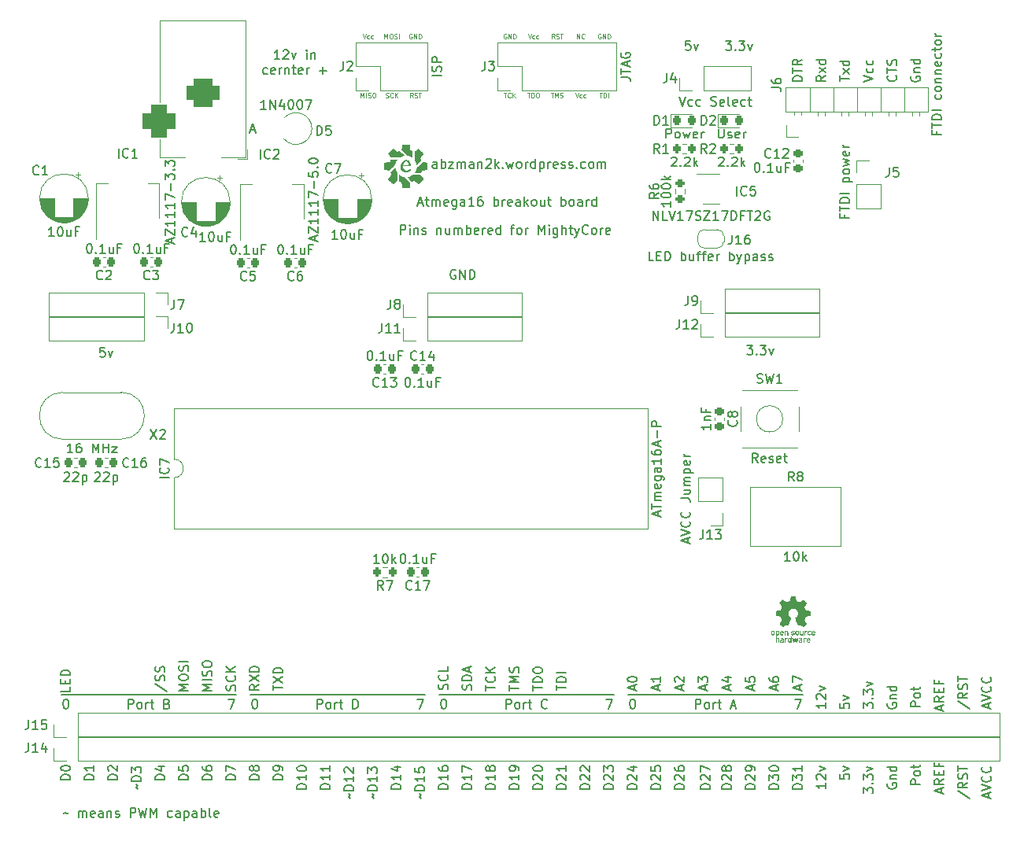
<source format=gto>
G04 #@! TF.GenerationSoftware,KiCad,Pcbnew,(6.0.0)*
G04 #@! TF.CreationDate,2022-08-18T21:59:34-04:00*
G04 #@! TF.ProjectId,Atmega16 breakout,41746d65-6761-4313-9620-627265616b6f,rev?*
G04 #@! TF.SameCoordinates,Original*
G04 #@! TF.FileFunction,Legend,Top*
G04 #@! TF.FilePolarity,Positive*
%FSLAX46Y46*%
G04 Gerber Fmt 4.6, Leading zero omitted, Abs format (unit mm)*
G04 Created by KiCad (PCBNEW (6.0.0)) date 2022-08-18 21:59:34*
%MOMM*%
%LPD*%
G01*
G04 APERTURE LIST*
G04 Aperture macros list*
%AMRoundRect*
0 Rectangle with rounded corners*
0 $1 Rounding radius*
0 $2 $3 $4 $5 $6 $7 $8 $9 X,Y pos of 4 corners*
0 Add a 4 corners polygon primitive as box body*
4,1,4,$2,$3,$4,$5,$6,$7,$8,$9,$2,$3,0*
0 Add four circle primitives for the rounded corners*
1,1,$1+$1,$2,$3*
1,1,$1+$1,$4,$5*
1,1,$1+$1,$6,$7*
1,1,$1+$1,$8,$9*
0 Add four rect primitives between the rounded corners*
20,1,$1+$1,$2,$3,$4,$5,0*
20,1,$1+$1,$4,$5,$6,$7,0*
20,1,$1+$1,$6,$7,$8,$9,0*
20,1,$1+$1,$8,$9,$2,$3,0*%
%AMFreePoly0*
4,1,22,0.500000,-0.750000,0.000000,-0.750000,0.000000,-0.745033,-0.079941,-0.743568,-0.215256,-0.701293,-0.333266,-0.622738,-0.424486,-0.514219,-0.481581,-0.384460,-0.499164,-0.250000,-0.500000,-0.250000,-0.500000,0.250000,-0.499164,0.250000,-0.499963,0.256109,-0.478152,0.396186,-0.417904,0.524511,-0.324060,0.630769,-0.204165,0.706417,-0.067858,0.745374,0.000000,0.744959,0.000000,0.750000,
0.500000,0.750000,0.500000,-0.750000,0.500000,-0.750000,$1*%
%AMFreePoly1*
4,1,20,0.000000,0.744959,0.073905,0.744508,0.209726,0.703889,0.328688,0.626782,0.421226,0.519385,0.479903,0.390333,0.500000,0.250000,0.500000,-0.250000,0.499851,-0.262216,0.476331,-0.402017,0.414519,-0.529596,0.319384,-0.634700,0.198574,-0.708877,0.061801,-0.746166,0.000000,-0.745033,0.000000,-0.750000,-0.500000,-0.750000,-0.500000,0.750000,0.000000,0.750000,0.000000,0.744959,
0.000000,0.744959,$1*%
G04 Aperture macros list end*
%ADD10C,0.150000*%
%ADD11C,0.050000*%
%ADD12C,0.120000*%
%ADD13R,1.600000X1.600000*%
%ADD14O,1.600000X1.600000*%
%ADD15RoundRect,0.225000X0.225000X0.250000X-0.225000X0.250000X-0.225000X-0.250000X0.225000X-0.250000X0*%
%ADD16R,1.700000X1.700000*%
%ADD17O,1.700000X1.700000*%
%ADD18C,1.600000*%
%ADD19RoundRect,0.200000X0.200000X0.275000X-0.200000X0.275000X-0.200000X-0.275000X0.200000X-0.275000X0*%
%ADD20C,1.500000*%
%ADD21RoundRect,0.200000X-0.200000X-0.275000X0.200000X-0.275000X0.200000X0.275000X-0.200000X0.275000X0*%
%ADD22C,3.200000*%
%ADD23RoundRect,0.225000X-0.225000X-0.250000X0.225000X-0.250000X0.225000X0.250000X-0.225000X0.250000X0*%
%ADD24RoundRect,0.225000X-0.250000X0.225000X-0.250000X-0.225000X0.250000X-0.225000X0.250000X0.225000X0*%
%ADD25R,2.200000X2.200000*%
%ADD26O,2.200000X2.200000*%
%ADD27C,1.440000*%
%ADD28R,1.500000X2.000000*%
%ADD29R,3.800000X2.000000*%
%ADD30R,3.500000X3.500000*%
%ADD31RoundRect,0.750000X-1.000000X0.750000X-1.000000X-0.750000X1.000000X-0.750000X1.000000X0.750000X0*%
%ADD32RoundRect,0.875000X-0.875000X0.875000X-0.875000X-0.875000X0.875000X-0.875000X0.875000X0.875000X0*%
%ADD33RoundRect,0.225000X0.250000X-0.225000X0.250000X0.225000X-0.250000X0.225000X-0.250000X-0.225000X0*%
%ADD34C,1.700000*%
%ADD35FreePoly0,0.000000*%
%ADD36FreePoly1,0.000000*%
%ADD37R,1.560000X0.650000*%
%ADD38RoundRect,0.200000X-0.275000X0.200000X-0.275000X-0.200000X0.275000X-0.200000X0.275000X0.200000X0*%
%ADD39RoundRect,0.218750X-0.218750X-0.256250X0.218750X-0.256250X0.218750X0.256250X-0.218750X0.256250X0*%
G04 APERTURE END LIST*
D10*
X136398000Y-113030000D02*
X117602000Y-113030000D01*
X116078000Y-113030000D02*
X97282000Y-113030000D01*
X75438000Y-113030000D02*
X56642000Y-113030000D01*
X95758000Y-113030000D02*
X76962000Y-113030000D01*
X148090000Y-46463857D02*
X148042380Y-46559095D01*
X148042380Y-46701952D01*
X148090000Y-46844809D01*
X148185238Y-46940047D01*
X148280476Y-46987666D01*
X148470952Y-47035285D01*
X148613809Y-47035285D01*
X148804285Y-46987666D01*
X148899523Y-46940047D01*
X148994761Y-46844809D01*
X149042380Y-46701952D01*
X149042380Y-46606714D01*
X148994761Y-46463857D01*
X148947142Y-46416238D01*
X148613809Y-46416238D01*
X148613809Y-46606714D01*
X148375714Y-45987666D02*
X149042380Y-45987666D01*
X148470952Y-45987666D02*
X148423333Y-45940047D01*
X148375714Y-45844809D01*
X148375714Y-45701952D01*
X148423333Y-45606714D01*
X148518571Y-45559095D01*
X149042380Y-45559095D01*
X149042380Y-44654333D02*
X148042380Y-44654333D01*
X148994761Y-44654333D02*
X149042380Y-44749571D01*
X149042380Y-44940047D01*
X148994761Y-45035285D01*
X148947142Y-45082904D01*
X148851904Y-45130523D01*
X148566190Y-45130523D01*
X148470952Y-45082904D01*
X148423333Y-45035285D01*
X148375714Y-44940047D01*
X148375714Y-44749571D01*
X148423333Y-44654333D01*
X126436380Y-123134285D02*
X125436380Y-123134285D01*
X125436380Y-122896190D01*
X125484000Y-122753333D01*
X125579238Y-122658095D01*
X125674476Y-122610476D01*
X125864952Y-122562857D01*
X126007809Y-122562857D01*
X126198285Y-122610476D01*
X126293523Y-122658095D01*
X126388761Y-122753333D01*
X126436380Y-122896190D01*
X126436380Y-123134285D01*
X125531619Y-122181904D02*
X125484000Y-122134285D01*
X125436380Y-122039047D01*
X125436380Y-121800952D01*
X125484000Y-121705714D01*
X125531619Y-121658095D01*
X125626857Y-121610476D01*
X125722095Y-121610476D01*
X125864952Y-121658095D01*
X126436380Y-122229523D01*
X126436380Y-121610476D01*
X125436380Y-121277142D02*
X125436380Y-120610476D01*
X126436380Y-121039047D01*
D11*
X114550095Y-48240190D02*
X114835809Y-48240190D01*
X114692952Y-48740190D02*
X114692952Y-48240190D01*
X115002476Y-48740190D02*
X115002476Y-48240190D01*
X115121523Y-48240190D01*
X115192952Y-48264000D01*
X115240571Y-48311619D01*
X115264380Y-48359238D01*
X115288190Y-48454476D01*
X115288190Y-48525904D01*
X115264380Y-48621142D01*
X115240571Y-48668761D01*
X115192952Y-48716380D01*
X115121523Y-48740190D01*
X115002476Y-48740190D01*
X115502476Y-48740190D02*
X115502476Y-48240190D01*
D10*
X63849523Y-114498380D02*
X63849523Y-113498380D01*
X64230476Y-113498380D01*
X64325714Y-113546000D01*
X64373333Y-113593619D01*
X64420952Y-113688857D01*
X64420952Y-113831714D01*
X64373333Y-113926952D01*
X64325714Y-113974571D01*
X64230476Y-114022190D01*
X63849523Y-114022190D01*
X64992380Y-114498380D02*
X64897142Y-114450761D01*
X64849523Y-114403142D01*
X64801904Y-114307904D01*
X64801904Y-114022190D01*
X64849523Y-113926952D01*
X64897142Y-113879333D01*
X64992380Y-113831714D01*
X65135238Y-113831714D01*
X65230476Y-113879333D01*
X65278095Y-113926952D01*
X65325714Y-114022190D01*
X65325714Y-114307904D01*
X65278095Y-114403142D01*
X65230476Y-114450761D01*
X65135238Y-114498380D01*
X64992380Y-114498380D01*
X65754285Y-114498380D02*
X65754285Y-113831714D01*
X65754285Y-114022190D02*
X65801904Y-113926952D01*
X65849523Y-113879333D01*
X65944761Y-113831714D01*
X66040000Y-113831714D01*
X66230476Y-113831714D02*
X66611428Y-113831714D01*
X66373333Y-113498380D02*
X66373333Y-114355523D01*
X66420952Y-114450761D01*
X66516190Y-114498380D01*
X66611428Y-114498380D01*
X68040000Y-113974571D02*
X68182857Y-114022190D01*
X68230476Y-114069809D01*
X68278095Y-114165047D01*
X68278095Y-114307904D01*
X68230476Y-114403142D01*
X68182857Y-114450761D01*
X68087619Y-114498380D01*
X67706666Y-114498380D01*
X67706666Y-113498380D01*
X68040000Y-113498380D01*
X68135238Y-113546000D01*
X68182857Y-113593619D01*
X68230476Y-113688857D01*
X68230476Y-113784095D01*
X68182857Y-113879333D01*
X68135238Y-113926952D01*
X68040000Y-113974571D01*
X67706666Y-113974571D01*
X118062380Y-113498380D02*
X118157619Y-113498380D01*
X118252857Y-113546000D01*
X118300476Y-113593619D01*
X118348095Y-113688857D01*
X118395714Y-113879333D01*
X118395714Y-114117428D01*
X118348095Y-114307904D01*
X118300476Y-114403142D01*
X118252857Y-114450761D01*
X118157619Y-114498380D01*
X118062380Y-114498380D01*
X117967142Y-114450761D01*
X117919523Y-114403142D01*
X117871904Y-114307904D01*
X117824285Y-114117428D01*
X117824285Y-113879333D01*
X117871904Y-113688857D01*
X117919523Y-113593619D01*
X117967142Y-113546000D01*
X118062380Y-113498380D01*
D11*
X106787238Y-48240190D02*
X107072952Y-48240190D01*
X106930095Y-48740190D02*
X106930095Y-48240190D01*
X107239619Y-48740190D02*
X107239619Y-48240190D01*
X107358666Y-48240190D01*
X107430095Y-48264000D01*
X107477714Y-48311619D01*
X107501523Y-48359238D01*
X107525333Y-48454476D01*
X107525333Y-48525904D01*
X107501523Y-48621142D01*
X107477714Y-48668761D01*
X107430095Y-48716380D01*
X107358666Y-48740190D01*
X107239619Y-48740190D01*
X107834857Y-48240190D02*
X107930095Y-48240190D01*
X107977714Y-48264000D01*
X108025333Y-48311619D01*
X108049142Y-48406857D01*
X108049142Y-48573523D01*
X108025333Y-48668761D01*
X107977714Y-48716380D01*
X107930095Y-48740190D01*
X107834857Y-48740190D01*
X107787238Y-48716380D01*
X107739619Y-48668761D01*
X107715809Y-48573523D01*
X107715809Y-48406857D01*
X107739619Y-48311619D01*
X107787238Y-48264000D01*
X107834857Y-48240190D01*
D10*
X151296666Y-114649047D02*
X151296666Y-114172857D01*
X151582380Y-114744285D02*
X150582380Y-114410952D01*
X151582380Y-114077619D01*
X151582380Y-113172857D02*
X151106190Y-113506190D01*
X151582380Y-113744285D02*
X150582380Y-113744285D01*
X150582380Y-113363333D01*
X150630000Y-113268095D01*
X150677619Y-113220476D01*
X150772857Y-113172857D01*
X150915714Y-113172857D01*
X151010952Y-113220476D01*
X151058571Y-113268095D01*
X151106190Y-113363333D01*
X151106190Y-113744285D01*
X151058571Y-112744285D02*
X151058571Y-112410952D01*
X151582380Y-112268095D02*
X151582380Y-112744285D01*
X150582380Y-112744285D01*
X150582380Y-112268095D01*
X151058571Y-111506190D02*
X151058571Y-111839523D01*
X151582380Y-111839523D02*
X150582380Y-111839523D01*
X150582380Y-111363333D01*
X133802380Y-123134285D02*
X132802380Y-123134285D01*
X132802380Y-122896190D01*
X132850000Y-122753333D01*
X132945238Y-122658095D01*
X133040476Y-122610476D01*
X133230952Y-122562857D01*
X133373809Y-122562857D01*
X133564285Y-122610476D01*
X133659523Y-122658095D01*
X133754761Y-122753333D01*
X133802380Y-122896190D01*
X133802380Y-123134285D01*
X132802380Y-122229523D02*
X132802380Y-121610476D01*
X133183333Y-121943809D01*
X133183333Y-121800952D01*
X133230952Y-121705714D01*
X133278571Y-121658095D01*
X133373809Y-121610476D01*
X133611904Y-121610476D01*
X133707142Y-121658095D01*
X133754761Y-121705714D01*
X133802380Y-121800952D01*
X133802380Y-122086666D01*
X133754761Y-122181904D01*
X133707142Y-122229523D01*
X132802380Y-120991428D02*
X132802380Y-120896190D01*
X132850000Y-120800952D01*
X132897619Y-120753333D01*
X132992857Y-120705714D01*
X133183333Y-120658095D01*
X133421428Y-120658095D01*
X133611904Y-120705714D01*
X133707142Y-120753333D01*
X133754761Y-120800952D01*
X133802380Y-120896190D01*
X133802380Y-120991428D01*
X133754761Y-121086666D01*
X133707142Y-121134285D01*
X133611904Y-121181904D01*
X133421428Y-121229523D01*
X133183333Y-121229523D01*
X132992857Y-121181904D01*
X132897619Y-121134285D01*
X132850000Y-121086666D01*
X132802380Y-120991428D01*
X145550000Y-122562857D02*
X145502380Y-122658095D01*
X145502380Y-122800952D01*
X145550000Y-122943809D01*
X145645238Y-123039047D01*
X145740476Y-123086666D01*
X145930952Y-123134285D01*
X146073809Y-123134285D01*
X146264285Y-123086666D01*
X146359523Y-123039047D01*
X146454761Y-122943809D01*
X146502380Y-122800952D01*
X146502380Y-122705714D01*
X146454761Y-122562857D01*
X146407142Y-122515238D01*
X146073809Y-122515238D01*
X146073809Y-122705714D01*
X145835714Y-122086666D02*
X146502380Y-122086666D01*
X145930952Y-122086666D02*
X145883333Y-122039047D01*
X145835714Y-121943809D01*
X145835714Y-121800952D01*
X145883333Y-121705714D01*
X145978571Y-121658095D01*
X146502380Y-121658095D01*
X146502380Y-120753333D02*
X145502380Y-120753333D01*
X146454761Y-120753333D02*
X146502380Y-120848571D01*
X146502380Y-121039047D01*
X146454761Y-121134285D01*
X146407142Y-121181904D01*
X146311904Y-121229523D01*
X146026190Y-121229523D01*
X145930952Y-121181904D01*
X145883333Y-121134285D01*
X145835714Y-121039047D01*
X145835714Y-120848571D01*
X145883333Y-120753333D01*
X146407142Y-46368619D02*
X146454761Y-46416238D01*
X146502380Y-46559095D01*
X146502380Y-46654333D01*
X146454761Y-46797190D01*
X146359523Y-46892428D01*
X146264285Y-46940047D01*
X146073809Y-46987666D01*
X145930952Y-46987666D01*
X145740476Y-46940047D01*
X145645238Y-46892428D01*
X145550000Y-46797190D01*
X145502380Y-46654333D01*
X145502380Y-46559095D01*
X145550000Y-46416238D01*
X145597619Y-46368619D01*
X145502380Y-46082904D02*
X145502380Y-45511476D01*
X146502380Y-45797190D02*
X145502380Y-45797190D01*
X146454761Y-45225761D02*
X146502380Y-45082904D01*
X146502380Y-44844809D01*
X146454761Y-44749571D01*
X146407142Y-44701952D01*
X146311904Y-44654333D01*
X146216666Y-44654333D01*
X146121428Y-44701952D01*
X146073809Y-44749571D01*
X146026190Y-44844809D01*
X145978571Y-45035285D01*
X145930952Y-45130523D01*
X145883333Y-45178142D01*
X145788095Y-45225761D01*
X145692857Y-45225761D01*
X145597619Y-45178142D01*
X145550000Y-45130523D01*
X145502380Y-45035285D01*
X145502380Y-44797190D01*
X145550000Y-44654333D01*
X153074761Y-123356571D02*
X154360476Y-124213714D01*
X154122380Y-122451809D02*
X153646190Y-122785142D01*
X154122380Y-123023238D02*
X153122380Y-123023238D01*
X153122380Y-122642285D01*
X153170000Y-122547047D01*
X153217619Y-122499428D01*
X153312857Y-122451809D01*
X153455714Y-122451809D01*
X153550952Y-122499428D01*
X153598571Y-122547047D01*
X153646190Y-122642285D01*
X153646190Y-123023238D01*
X154074761Y-122070857D02*
X154122380Y-121928000D01*
X154122380Y-121689904D01*
X154074761Y-121594666D01*
X154027142Y-121547047D01*
X153931904Y-121499428D01*
X153836666Y-121499428D01*
X153741428Y-121547047D01*
X153693809Y-121594666D01*
X153646190Y-121689904D01*
X153598571Y-121880380D01*
X153550952Y-121975619D01*
X153503333Y-122023238D01*
X153408095Y-122070857D01*
X153312857Y-122070857D01*
X153217619Y-122023238D01*
X153170000Y-121975619D01*
X153122380Y-121880380D01*
X153122380Y-121642285D01*
X153170000Y-121499428D01*
X153122380Y-121213714D02*
X153122380Y-120642285D01*
X154122380Y-120928000D02*
X153122380Y-120928000D01*
X142962380Y-123602571D02*
X142962380Y-122983523D01*
X143343333Y-123316857D01*
X143343333Y-123174000D01*
X143390952Y-123078761D01*
X143438571Y-123031142D01*
X143533809Y-122983523D01*
X143771904Y-122983523D01*
X143867142Y-123031142D01*
X143914761Y-123078761D01*
X143962380Y-123174000D01*
X143962380Y-123459714D01*
X143914761Y-123554952D01*
X143867142Y-123602571D01*
X143867142Y-122554952D02*
X143914761Y-122507333D01*
X143962380Y-122554952D01*
X143914761Y-122602571D01*
X143867142Y-122554952D01*
X143962380Y-122554952D01*
X142962380Y-122174000D02*
X142962380Y-121554952D01*
X143343333Y-121888285D01*
X143343333Y-121745428D01*
X143390952Y-121650190D01*
X143438571Y-121602571D01*
X143533809Y-121554952D01*
X143771904Y-121554952D01*
X143867142Y-121602571D01*
X143914761Y-121650190D01*
X143962380Y-121745428D01*
X143962380Y-122031142D01*
X143914761Y-122126380D01*
X143867142Y-122174000D01*
X143295714Y-121221619D02*
X143962380Y-120983523D01*
X143295714Y-120745428D01*
D11*
X91416285Y-42390190D02*
X91416285Y-41890190D01*
X91582952Y-42247333D01*
X91749619Y-41890190D01*
X91749619Y-42390190D01*
X92082952Y-41890190D02*
X92178190Y-41890190D01*
X92225809Y-41914000D01*
X92273428Y-41961619D01*
X92297238Y-42056857D01*
X92297238Y-42223523D01*
X92273428Y-42318761D01*
X92225809Y-42366380D01*
X92178190Y-42390190D01*
X92082952Y-42390190D01*
X92035333Y-42366380D01*
X91987714Y-42318761D01*
X91963904Y-42223523D01*
X91963904Y-42056857D01*
X91987714Y-41961619D01*
X92035333Y-41914000D01*
X92082952Y-41890190D01*
X92487714Y-42366380D02*
X92559142Y-42390190D01*
X92678190Y-42390190D01*
X92725809Y-42366380D01*
X92749619Y-42342571D01*
X92773428Y-42294952D01*
X92773428Y-42247333D01*
X92749619Y-42199714D01*
X92725809Y-42175904D01*
X92678190Y-42152095D01*
X92582952Y-42128285D01*
X92535333Y-42104476D01*
X92511523Y-42080666D01*
X92487714Y-42033047D01*
X92487714Y-41985428D01*
X92511523Y-41937809D01*
X92535333Y-41914000D01*
X92582952Y-41890190D01*
X92702000Y-41890190D01*
X92773428Y-41914000D01*
X92987714Y-42390190D02*
X92987714Y-41890190D01*
X104254142Y-48240190D02*
X104539857Y-48240190D01*
X104397000Y-48740190D02*
X104397000Y-48240190D01*
X104992238Y-48692571D02*
X104968428Y-48716380D01*
X104897000Y-48740190D01*
X104849380Y-48740190D01*
X104777952Y-48716380D01*
X104730333Y-48668761D01*
X104706523Y-48621142D01*
X104682714Y-48525904D01*
X104682714Y-48454476D01*
X104706523Y-48359238D01*
X104730333Y-48311619D01*
X104777952Y-48264000D01*
X104849380Y-48240190D01*
X104897000Y-48240190D01*
X104968428Y-48264000D01*
X104992238Y-48287809D01*
X105206523Y-48740190D02*
X105206523Y-48240190D01*
X105492238Y-48740190D02*
X105277952Y-48454476D01*
X105492238Y-48240190D02*
X105206523Y-48525904D01*
X88876285Y-48740190D02*
X88876285Y-48240190D01*
X89042952Y-48597333D01*
X89209619Y-48240190D01*
X89209619Y-48740190D01*
X89447714Y-48740190D02*
X89447714Y-48240190D01*
X89662000Y-48716380D02*
X89733428Y-48740190D01*
X89852476Y-48740190D01*
X89900095Y-48716380D01*
X89923904Y-48692571D01*
X89947714Y-48644952D01*
X89947714Y-48597333D01*
X89923904Y-48549714D01*
X89900095Y-48525904D01*
X89852476Y-48502095D01*
X89757238Y-48478285D01*
X89709619Y-48454476D01*
X89685809Y-48430666D01*
X89662000Y-48383047D01*
X89662000Y-48335428D01*
X89685809Y-48287809D01*
X89709619Y-48264000D01*
X89757238Y-48240190D01*
X89876285Y-48240190D01*
X89947714Y-48264000D01*
X90257238Y-48240190D02*
X90352476Y-48240190D01*
X90400095Y-48264000D01*
X90447714Y-48311619D01*
X90471523Y-48406857D01*
X90471523Y-48573523D01*
X90447714Y-48668761D01*
X90400095Y-48716380D01*
X90352476Y-48740190D01*
X90257238Y-48740190D01*
X90209619Y-48716380D01*
X90162000Y-48668761D01*
X90138190Y-48573523D01*
X90138190Y-48406857D01*
X90162000Y-48311619D01*
X90209619Y-48264000D01*
X90257238Y-48240190D01*
D10*
X104489523Y-114498380D02*
X104489523Y-113498380D01*
X104870476Y-113498380D01*
X104965714Y-113546000D01*
X105013333Y-113593619D01*
X105060952Y-113688857D01*
X105060952Y-113831714D01*
X105013333Y-113926952D01*
X104965714Y-113974571D01*
X104870476Y-114022190D01*
X104489523Y-114022190D01*
X105632380Y-114498380D02*
X105537142Y-114450761D01*
X105489523Y-114403142D01*
X105441904Y-114307904D01*
X105441904Y-114022190D01*
X105489523Y-113926952D01*
X105537142Y-113879333D01*
X105632380Y-113831714D01*
X105775238Y-113831714D01*
X105870476Y-113879333D01*
X105918095Y-113926952D01*
X105965714Y-114022190D01*
X105965714Y-114307904D01*
X105918095Y-114403142D01*
X105870476Y-114450761D01*
X105775238Y-114498380D01*
X105632380Y-114498380D01*
X106394285Y-114498380D02*
X106394285Y-113831714D01*
X106394285Y-114022190D02*
X106441904Y-113926952D01*
X106489523Y-113879333D01*
X106584761Y-113831714D01*
X106680000Y-113831714D01*
X106870476Y-113831714D02*
X107251428Y-113831714D01*
X107013333Y-113498380D02*
X107013333Y-114355523D01*
X107060952Y-114450761D01*
X107156190Y-114498380D01*
X107251428Y-114498380D01*
X108918095Y-114403142D02*
X108870476Y-114450761D01*
X108727619Y-114498380D01*
X108632380Y-114498380D01*
X108489523Y-114450761D01*
X108394285Y-114355523D01*
X108346666Y-114260285D01*
X108299047Y-114069809D01*
X108299047Y-113926952D01*
X108346666Y-113736476D01*
X108394285Y-113641238D01*
X108489523Y-113546000D01*
X108632380Y-113498380D01*
X108727619Y-113498380D01*
X108870476Y-113546000D01*
X108918095Y-113593619D01*
X118276666Y-112474285D02*
X118276666Y-111998095D01*
X118562380Y-112569523D02*
X117562380Y-112236190D01*
X118562380Y-111902857D01*
X117562380Y-111379047D02*
X117562380Y-111283809D01*
X117610000Y-111188571D01*
X117657619Y-111140952D01*
X117752857Y-111093333D01*
X117943333Y-111045714D01*
X118181428Y-111045714D01*
X118371904Y-111093333D01*
X118467142Y-111140952D01*
X118514761Y-111188571D01*
X118562380Y-111283809D01*
X118562380Y-111379047D01*
X118514761Y-111474285D01*
X118467142Y-111521904D01*
X118371904Y-111569523D01*
X118181428Y-111617142D01*
X117943333Y-111617142D01*
X117752857Y-111569523D01*
X117657619Y-111521904D01*
X117610000Y-111474285D01*
X117562380Y-111379047D01*
D11*
X89066761Y-41890190D02*
X89233428Y-42390190D01*
X89400095Y-41890190D01*
X89781047Y-42366380D02*
X89733428Y-42390190D01*
X89638190Y-42390190D01*
X89590571Y-42366380D01*
X89566761Y-42342571D01*
X89542952Y-42294952D01*
X89542952Y-42152095D01*
X89566761Y-42104476D01*
X89590571Y-42080666D01*
X89638190Y-42056857D01*
X89733428Y-42056857D01*
X89781047Y-42080666D01*
X90209619Y-42366380D02*
X90162000Y-42390190D01*
X90066761Y-42390190D01*
X90019142Y-42366380D01*
X89995333Y-42342571D01*
X89971523Y-42294952D01*
X89971523Y-42152095D01*
X89995333Y-42104476D01*
X90019142Y-42080666D01*
X90066761Y-42056857D01*
X90162000Y-42056857D01*
X90209619Y-42080666D01*
D10*
X140422380Y-46963857D02*
X140422380Y-46392428D01*
X141422380Y-46678142D02*
X140422380Y-46678142D01*
X141422380Y-46154333D02*
X140755714Y-45630523D01*
X140755714Y-46154333D02*
X141422380Y-45630523D01*
X141422380Y-44821000D02*
X140422380Y-44821000D01*
X141374761Y-44821000D02*
X141422380Y-44916238D01*
X141422380Y-45106714D01*
X141374761Y-45201952D01*
X141327142Y-45249571D01*
X141231904Y-45297190D01*
X140946190Y-45297190D01*
X140850952Y-45249571D01*
X140803333Y-45201952D01*
X140755714Y-45106714D01*
X140755714Y-44916238D01*
X140803333Y-44821000D01*
X75382380Y-122150095D02*
X74382380Y-122150095D01*
X74382380Y-121912000D01*
X74430000Y-121769142D01*
X74525238Y-121673904D01*
X74620476Y-121626285D01*
X74810952Y-121578666D01*
X74953809Y-121578666D01*
X75144285Y-121626285D01*
X75239523Y-121673904D01*
X75334761Y-121769142D01*
X75382380Y-121912000D01*
X75382380Y-122150095D01*
X74382380Y-121245333D02*
X74382380Y-120578666D01*
X75382380Y-121007238D01*
X136342380Y-46963857D02*
X135342380Y-46963857D01*
X135342380Y-46725761D01*
X135390000Y-46582904D01*
X135485238Y-46487666D01*
X135580476Y-46440047D01*
X135770952Y-46392428D01*
X135913809Y-46392428D01*
X136104285Y-46440047D01*
X136199523Y-46487666D01*
X136294761Y-46582904D01*
X136342380Y-46725761D01*
X136342380Y-46963857D01*
X135342380Y-46106714D02*
X135342380Y-45535285D01*
X136342380Y-45821000D02*
X135342380Y-45821000D01*
X136342380Y-44630523D02*
X135866190Y-44963857D01*
X136342380Y-45201952D02*
X135342380Y-45201952D01*
X135342380Y-44821000D01*
X135390000Y-44725761D01*
X135437619Y-44678142D01*
X135532857Y-44630523D01*
X135675714Y-44630523D01*
X135770952Y-44678142D01*
X135818571Y-44725761D01*
X135866190Y-44821000D01*
X135866190Y-45201952D01*
D11*
X91559142Y-48716380D02*
X91630571Y-48740190D01*
X91749619Y-48740190D01*
X91797238Y-48716380D01*
X91821047Y-48692571D01*
X91844857Y-48644952D01*
X91844857Y-48597333D01*
X91821047Y-48549714D01*
X91797238Y-48525904D01*
X91749619Y-48502095D01*
X91654380Y-48478285D01*
X91606761Y-48454476D01*
X91582952Y-48430666D01*
X91559142Y-48383047D01*
X91559142Y-48335428D01*
X91582952Y-48287809D01*
X91606761Y-48264000D01*
X91654380Y-48240190D01*
X91773428Y-48240190D01*
X91844857Y-48264000D01*
X92344857Y-48692571D02*
X92321047Y-48716380D01*
X92249619Y-48740190D01*
X92202000Y-48740190D01*
X92130571Y-48716380D01*
X92082952Y-48668761D01*
X92059142Y-48621142D01*
X92035333Y-48525904D01*
X92035333Y-48454476D01*
X92059142Y-48359238D01*
X92082952Y-48311619D01*
X92130571Y-48264000D01*
X92202000Y-48240190D01*
X92249619Y-48240190D01*
X92321047Y-48264000D01*
X92344857Y-48287809D01*
X92559142Y-48740190D02*
X92559142Y-48240190D01*
X92844857Y-48740190D02*
X92630571Y-48454476D01*
X92844857Y-48240190D02*
X92559142Y-48525904D01*
D10*
X77422380Y-113498380D02*
X77517619Y-113498380D01*
X77612857Y-113546000D01*
X77660476Y-113593619D01*
X77708095Y-113688857D01*
X77755714Y-113879333D01*
X77755714Y-114117428D01*
X77708095Y-114307904D01*
X77660476Y-114403142D01*
X77612857Y-114450761D01*
X77517619Y-114498380D01*
X77422380Y-114498380D01*
X77327142Y-114450761D01*
X77279523Y-114403142D01*
X77231904Y-114307904D01*
X77184285Y-114117428D01*
X77184285Y-113879333D01*
X77231904Y-113688857D01*
X77279523Y-113593619D01*
X77327142Y-113546000D01*
X77422380Y-113498380D01*
X100734761Y-112466285D02*
X100782380Y-112323428D01*
X100782380Y-112085333D01*
X100734761Y-111990095D01*
X100687142Y-111942476D01*
X100591904Y-111894857D01*
X100496666Y-111894857D01*
X100401428Y-111942476D01*
X100353809Y-111990095D01*
X100306190Y-112085333D01*
X100258571Y-112275809D01*
X100210952Y-112371047D01*
X100163333Y-112418666D01*
X100068095Y-112466285D01*
X99972857Y-112466285D01*
X99877619Y-112418666D01*
X99830000Y-112371047D01*
X99782380Y-112275809D01*
X99782380Y-112037714D01*
X99830000Y-111894857D01*
X100782380Y-111466285D02*
X99782380Y-111466285D01*
X99782380Y-111228190D01*
X99830000Y-111085333D01*
X99925238Y-110990095D01*
X100020476Y-110942476D01*
X100210952Y-110894857D01*
X100353809Y-110894857D01*
X100544285Y-110942476D01*
X100639523Y-110990095D01*
X100734761Y-111085333D01*
X100782380Y-111228190D01*
X100782380Y-111466285D01*
X100496666Y-110513904D02*
X100496666Y-110037714D01*
X100782380Y-110609142D02*
X99782380Y-110275809D01*
X100782380Y-109942476D01*
X98242380Y-123134285D02*
X97242380Y-123134285D01*
X97242380Y-122896190D01*
X97290000Y-122753333D01*
X97385238Y-122658095D01*
X97480476Y-122610476D01*
X97670952Y-122562857D01*
X97813809Y-122562857D01*
X98004285Y-122610476D01*
X98099523Y-122658095D01*
X98194761Y-122753333D01*
X98242380Y-122896190D01*
X98242380Y-123134285D01*
X98242380Y-121610476D02*
X98242380Y-122181904D01*
X98242380Y-121896190D02*
X97242380Y-121896190D01*
X97385238Y-121991428D01*
X97480476Y-122086666D01*
X97528095Y-122181904D01*
X97242380Y-120753333D02*
X97242380Y-120943809D01*
X97290000Y-121039047D01*
X97337619Y-121086666D01*
X97480476Y-121181904D01*
X97670952Y-121229523D01*
X98051904Y-121229523D01*
X98147142Y-121181904D01*
X98194761Y-121134285D01*
X98242380Y-121039047D01*
X98242380Y-120848571D01*
X98194761Y-120753333D01*
X98147142Y-120705714D01*
X98051904Y-120658095D01*
X97813809Y-120658095D01*
X97718571Y-120705714D01*
X97670952Y-120753333D01*
X97623333Y-120848571D01*
X97623333Y-121039047D01*
X97670952Y-121134285D01*
X97718571Y-121181904D01*
X97813809Y-121229523D01*
X140422380Y-121554857D02*
X140422380Y-122031047D01*
X140898571Y-122078666D01*
X140850952Y-122031047D01*
X140803333Y-121935809D01*
X140803333Y-121697714D01*
X140850952Y-121602476D01*
X140898571Y-121554857D01*
X140993809Y-121507238D01*
X141231904Y-121507238D01*
X141327142Y-121554857D01*
X141374761Y-121602476D01*
X141422380Y-121697714D01*
X141422380Y-121935809D01*
X141374761Y-122031047D01*
X141327142Y-122078666D01*
X140755714Y-121173904D02*
X141422380Y-120935809D01*
X140755714Y-120697714D01*
D11*
X109315333Y-48240190D02*
X109601047Y-48240190D01*
X109458190Y-48740190D02*
X109458190Y-48240190D01*
X109767714Y-48740190D02*
X109767714Y-48240190D01*
X109934380Y-48597333D01*
X110101047Y-48240190D01*
X110101047Y-48740190D01*
X110315333Y-48716380D02*
X110386761Y-48740190D01*
X110505809Y-48740190D01*
X110553428Y-48716380D01*
X110577238Y-48692571D01*
X110601047Y-48644952D01*
X110601047Y-48597333D01*
X110577238Y-48549714D01*
X110553428Y-48525904D01*
X110505809Y-48502095D01*
X110410571Y-48478285D01*
X110362952Y-48454476D01*
X110339142Y-48430666D01*
X110315333Y-48383047D01*
X110315333Y-48335428D01*
X110339142Y-48287809D01*
X110362952Y-48264000D01*
X110410571Y-48240190D01*
X110529619Y-48240190D01*
X110601047Y-48264000D01*
D10*
X138882380Y-113855428D02*
X138882380Y-114426857D01*
X138882380Y-114141142D02*
X137882380Y-114141142D01*
X138025238Y-114236380D01*
X138120476Y-114331619D01*
X138168095Y-114426857D01*
X137977619Y-113474476D02*
X137930000Y-113426857D01*
X137882380Y-113331619D01*
X137882380Y-113093523D01*
X137930000Y-112998285D01*
X137977619Y-112950666D01*
X138072857Y-112903047D01*
X138168095Y-112903047D01*
X138310952Y-112950666D01*
X138882380Y-113522095D01*
X138882380Y-112903047D01*
X138215714Y-112569714D02*
X138882380Y-112331619D01*
X138215714Y-112093523D01*
X104862380Y-112585333D02*
X104862380Y-112013904D01*
X105862380Y-112299619D02*
X104862380Y-112299619D01*
X105862380Y-111680571D02*
X104862380Y-111680571D01*
X105576666Y-111347238D01*
X104862380Y-111013904D01*
X105862380Y-111013904D01*
X105814761Y-110585333D02*
X105862380Y-110442476D01*
X105862380Y-110204380D01*
X105814761Y-110109142D01*
X105767142Y-110061523D01*
X105671904Y-110013904D01*
X105576666Y-110013904D01*
X105481428Y-110061523D01*
X105433809Y-110109142D01*
X105386190Y-110204380D01*
X105338571Y-110394857D01*
X105290952Y-110490095D01*
X105243333Y-110537714D01*
X105148095Y-110585333D01*
X105052857Y-110585333D01*
X104957619Y-110537714D01*
X104910000Y-110490095D01*
X104862380Y-110394857D01*
X104862380Y-110156761D01*
X104910000Y-110013904D01*
X133516666Y-112474285D02*
X133516666Y-111998095D01*
X133802380Y-112569523D02*
X132802380Y-112236190D01*
X133802380Y-111902857D01*
X132802380Y-111140952D02*
X132802380Y-111331428D01*
X132850000Y-111426666D01*
X132897619Y-111474285D01*
X133040476Y-111569523D01*
X133230952Y-111617142D01*
X133611904Y-111617142D01*
X133707142Y-111569523D01*
X133754761Y-111521904D01*
X133802380Y-111426666D01*
X133802380Y-111236190D01*
X133754761Y-111140952D01*
X133707142Y-111093333D01*
X133611904Y-111045714D01*
X133373809Y-111045714D01*
X133278571Y-111093333D01*
X133230952Y-111140952D01*
X133183333Y-111236190D01*
X133183333Y-111426666D01*
X133230952Y-111521904D01*
X133278571Y-111569523D01*
X133373809Y-111617142D01*
X80145142Y-44605380D02*
X79573714Y-44605380D01*
X79859428Y-44605380D02*
X79859428Y-43605380D01*
X79764190Y-43748238D01*
X79668952Y-43843476D01*
X79573714Y-43891095D01*
X80526095Y-43700619D02*
X80573714Y-43653000D01*
X80668952Y-43605380D01*
X80907047Y-43605380D01*
X81002285Y-43653000D01*
X81049904Y-43700619D01*
X81097523Y-43795857D01*
X81097523Y-43891095D01*
X81049904Y-44033952D01*
X80478476Y-44605380D01*
X81097523Y-44605380D01*
X81430857Y-43938714D02*
X81668952Y-44605380D01*
X81907047Y-43938714D01*
X83049904Y-44605380D02*
X83049904Y-43938714D01*
X83049904Y-43605380D02*
X83002285Y-43653000D01*
X83049904Y-43700619D01*
X83097523Y-43653000D01*
X83049904Y-43605380D01*
X83049904Y-43700619D01*
X83526095Y-43938714D02*
X83526095Y-44605380D01*
X83526095Y-44033952D02*
X83573714Y-43986333D01*
X83668952Y-43938714D01*
X83811809Y-43938714D01*
X83907047Y-43986333D01*
X83954666Y-44081571D01*
X83954666Y-44605380D01*
X78811809Y-46167761D02*
X78716571Y-46215380D01*
X78526095Y-46215380D01*
X78430857Y-46167761D01*
X78383238Y-46120142D01*
X78335619Y-46024904D01*
X78335619Y-45739190D01*
X78383238Y-45643952D01*
X78430857Y-45596333D01*
X78526095Y-45548714D01*
X78716571Y-45548714D01*
X78811809Y-45596333D01*
X79621333Y-46167761D02*
X79526095Y-46215380D01*
X79335619Y-46215380D01*
X79240380Y-46167761D01*
X79192761Y-46072523D01*
X79192761Y-45691571D01*
X79240380Y-45596333D01*
X79335619Y-45548714D01*
X79526095Y-45548714D01*
X79621333Y-45596333D01*
X79668952Y-45691571D01*
X79668952Y-45786809D01*
X79192761Y-45882047D01*
X80097523Y-46215380D02*
X80097523Y-45548714D01*
X80097523Y-45739190D02*
X80145142Y-45643952D01*
X80192761Y-45596333D01*
X80288000Y-45548714D01*
X80383238Y-45548714D01*
X80716571Y-45548714D02*
X80716571Y-46215380D01*
X80716571Y-45643952D02*
X80764190Y-45596333D01*
X80859428Y-45548714D01*
X81002285Y-45548714D01*
X81097523Y-45596333D01*
X81145142Y-45691571D01*
X81145142Y-46215380D01*
X81478476Y-45548714D02*
X81859428Y-45548714D01*
X81621333Y-45215380D02*
X81621333Y-46072523D01*
X81668952Y-46167761D01*
X81764190Y-46215380D01*
X81859428Y-46215380D01*
X82573714Y-46167761D02*
X82478476Y-46215380D01*
X82288000Y-46215380D01*
X82192761Y-46167761D01*
X82145142Y-46072523D01*
X82145142Y-45691571D01*
X82192761Y-45596333D01*
X82288000Y-45548714D01*
X82478476Y-45548714D01*
X82573714Y-45596333D01*
X82621333Y-45691571D01*
X82621333Y-45786809D01*
X82145142Y-45882047D01*
X83049904Y-46215380D02*
X83049904Y-45548714D01*
X83049904Y-45739190D02*
X83097523Y-45643952D01*
X83145142Y-45596333D01*
X83240380Y-45548714D01*
X83335619Y-45548714D01*
X84430857Y-45834428D02*
X85192761Y-45834428D01*
X84811809Y-46215380D02*
X84811809Y-45453476D01*
X74596666Y-113498380D02*
X75263333Y-113498380D01*
X74834761Y-114498380D01*
X128111428Y-42632380D02*
X128730476Y-42632380D01*
X128397142Y-43013333D01*
X128540000Y-43013333D01*
X128635238Y-43060952D01*
X128682857Y-43108571D01*
X128730476Y-43203809D01*
X128730476Y-43441904D01*
X128682857Y-43537142D01*
X128635238Y-43584761D01*
X128540000Y-43632380D01*
X128254285Y-43632380D01*
X128159047Y-43584761D01*
X128111428Y-43537142D01*
X129159047Y-43537142D02*
X129206666Y-43584761D01*
X129159047Y-43632380D01*
X129111428Y-43584761D01*
X129159047Y-43537142D01*
X129159047Y-43632380D01*
X129540000Y-42632380D02*
X130159047Y-42632380D01*
X129825714Y-43013333D01*
X129968571Y-43013333D01*
X130063809Y-43060952D01*
X130111428Y-43108571D01*
X130159047Y-43203809D01*
X130159047Y-43441904D01*
X130111428Y-43537142D01*
X130063809Y-43584761D01*
X129968571Y-43632380D01*
X129682857Y-43632380D01*
X129587619Y-43584761D01*
X129540000Y-43537142D01*
X130492380Y-42965714D02*
X130730476Y-43632380D01*
X130968571Y-42965714D01*
X135556666Y-113498380D02*
X136223333Y-113498380D01*
X135794761Y-114498380D01*
X123642380Y-123134285D02*
X122642380Y-123134285D01*
X122642380Y-122896190D01*
X122690000Y-122753333D01*
X122785238Y-122658095D01*
X122880476Y-122610476D01*
X123070952Y-122562857D01*
X123213809Y-122562857D01*
X123404285Y-122610476D01*
X123499523Y-122658095D01*
X123594761Y-122753333D01*
X123642380Y-122896190D01*
X123642380Y-123134285D01*
X122737619Y-122181904D02*
X122690000Y-122134285D01*
X122642380Y-122039047D01*
X122642380Y-121800952D01*
X122690000Y-121705714D01*
X122737619Y-121658095D01*
X122832857Y-121610476D01*
X122928095Y-121610476D01*
X123070952Y-121658095D01*
X123642380Y-122229523D01*
X123642380Y-121610476D01*
X122642380Y-120753333D02*
X122642380Y-120943809D01*
X122690000Y-121039047D01*
X122737619Y-121086666D01*
X122880476Y-121181904D01*
X123070952Y-121229523D01*
X123451904Y-121229523D01*
X123547142Y-121181904D01*
X123594761Y-121134285D01*
X123642380Y-121039047D01*
X123642380Y-120848571D01*
X123594761Y-120753333D01*
X123547142Y-120705714D01*
X123451904Y-120658095D01*
X123213809Y-120658095D01*
X123118571Y-120705714D01*
X123070952Y-120753333D01*
X123023333Y-120848571D01*
X123023333Y-121039047D01*
X123070952Y-121134285D01*
X123118571Y-121181904D01*
X123213809Y-121229523D01*
X149042380Y-122666000D02*
X148042380Y-122666000D01*
X148042380Y-122285047D01*
X148090000Y-122189809D01*
X148137619Y-122142190D01*
X148232857Y-122094571D01*
X148375714Y-122094571D01*
X148470952Y-122142190D01*
X148518571Y-122189809D01*
X148566190Y-122285047D01*
X148566190Y-122666000D01*
X149042380Y-121523142D02*
X148994761Y-121618380D01*
X148947142Y-121666000D01*
X148851904Y-121713619D01*
X148566190Y-121713619D01*
X148470952Y-121666000D01*
X148423333Y-121618380D01*
X148375714Y-121523142D01*
X148375714Y-121380285D01*
X148423333Y-121285047D01*
X148470952Y-121237428D01*
X148566190Y-121189809D01*
X148851904Y-121189809D01*
X148947142Y-121237428D01*
X148994761Y-121285047D01*
X149042380Y-121380285D01*
X149042380Y-121523142D01*
X148375714Y-120904095D02*
X148375714Y-120523142D01*
X148042380Y-120761238D02*
X148899523Y-120761238D01*
X148994761Y-120713619D01*
X149042380Y-120618380D01*
X149042380Y-120523142D01*
X156376666Y-114442666D02*
X156376666Y-113966476D01*
X156662380Y-114537904D02*
X155662380Y-114204571D01*
X156662380Y-113871238D01*
X155662380Y-113680761D02*
X156662380Y-113347428D01*
X155662380Y-113014095D01*
X156567142Y-112109333D02*
X156614761Y-112156952D01*
X156662380Y-112299809D01*
X156662380Y-112395047D01*
X156614761Y-112537904D01*
X156519523Y-112633142D01*
X156424285Y-112680761D01*
X156233809Y-112728380D01*
X156090952Y-112728380D01*
X155900476Y-112680761D01*
X155805238Y-112633142D01*
X155710000Y-112537904D01*
X155662380Y-112395047D01*
X155662380Y-112299809D01*
X155710000Y-112156952D01*
X155757619Y-112109333D01*
X156567142Y-111109333D02*
X156614761Y-111156952D01*
X156662380Y-111299809D01*
X156662380Y-111395047D01*
X156614761Y-111537904D01*
X156519523Y-111633142D01*
X156424285Y-111680761D01*
X156233809Y-111728380D01*
X156090952Y-111728380D01*
X155900476Y-111680761D01*
X155805238Y-111633142D01*
X155710000Y-111537904D01*
X155662380Y-111395047D01*
X155662380Y-111299809D01*
X155710000Y-111156952D01*
X155757619Y-111109333D01*
X124317142Y-42632380D02*
X123840952Y-42632380D01*
X123793333Y-43108571D01*
X123840952Y-43060952D01*
X123936190Y-43013333D01*
X124174285Y-43013333D01*
X124269523Y-43060952D01*
X124317142Y-43108571D01*
X124364761Y-43203809D01*
X124364761Y-43441904D01*
X124317142Y-43537142D01*
X124269523Y-43584761D01*
X124174285Y-43632380D01*
X123936190Y-43632380D01*
X123840952Y-43584761D01*
X123793333Y-43537142D01*
X124698095Y-42965714D02*
X124936190Y-43632380D01*
X125174285Y-42965714D01*
X57602380Y-112148857D02*
X57602380Y-112625047D01*
X56602380Y-112625047D01*
X57078571Y-111815523D02*
X57078571Y-111482190D01*
X57602380Y-111339333D02*
X57602380Y-111815523D01*
X56602380Y-111815523D01*
X56602380Y-111339333D01*
X57602380Y-110910761D02*
X56602380Y-110910761D01*
X56602380Y-110672666D01*
X56650000Y-110529809D01*
X56745238Y-110434571D01*
X56840476Y-110386952D01*
X57030952Y-110339333D01*
X57173809Y-110339333D01*
X57364285Y-110386952D01*
X57459523Y-110434571D01*
X57554761Y-110529809D01*
X57602380Y-110672666D01*
X57602380Y-110910761D01*
X118562380Y-123134285D02*
X117562380Y-123134285D01*
X117562380Y-122896190D01*
X117610000Y-122753333D01*
X117705238Y-122658095D01*
X117800476Y-122610476D01*
X117990952Y-122562857D01*
X118133809Y-122562857D01*
X118324285Y-122610476D01*
X118419523Y-122658095D01*
X118514761Y-122753333D01*
X118562380Y-122896190D01*
X118562380Y-123134285D01*
X117657619Y-122181904D02*
X117610000Y-122134285D01*
X117562380Y-122039047D01*
X117562380Y-121800952D01*
X117610000Y-121705714D01*
X117657619Y-121658095D01*
X117752857Y-121610476D01*
X117848095Y-121610476D01*
X117990952Y-121658095D01*
X118562380Y-122229523D01*
X118562380Y-121610476D01*
X117895714Y-120753333D02*
X118562380Y-120753333D01*
X117514761Y-120991428D02*
X118229047Y-121229523D01*
X118229047Y-120610476D01*
X93132095Y-63444380D02*
X93132095Y-62444380D01*
X93513047Y-62444380D01*
X93608285Y-62492000D01*
X93655904Y-62539619D01*
X93703523Y-62634857D01*
X93703523Y-62777714D01*
X93655904Y-62872952D01*
X93608285Y-62920571D01*
X93513047Y-62968190D01*
X93132095Y-62968190D01*
X94132095Y-63444380D02*
X94132095Y-62777714D01*
X94132095Y-62444380D02*
X94084476Y-62492000D01*
X94132095Y-62539619D01*
X94179714Y-62492000D01*
X94132095Y-62444380D01*
X94132095Y-62539619D01*
X94608285Y-62777714D02*
X94608285Y-63444380D01*
X94608285Y-62872952D02*
X94655904Y-62825333D01*
X94751142Y-62777714D01*
X94894000Y-62777714D01*
X94989238Y-62825333D01*
X95036857Y-62920571D01*
X95036857Y-63444380D01*
X95465428Y-63396761D02*
X95560666Y-63444380D01*
X95751142Y-63444380D01*
X95846380Y-63396761D01*
X95894000Y-63301523D01*
X95894000Y-63253904D01*
X95846380Y-63158666D01*
X95751142Y-63111047D01*
X95608285Y-63111047D01*
X95513047Y-63063428D01*
X95465428Y-62968190D01*
X95465428Y-62920571D01*
X95513047Y-62825333D01*
X95608285Y-62777714D01*
X95751142Y-62777714D01*
X95846380Y-62825333D01*
X97084476Y-62777714D02*
X97084476Y-63444380D01*
X97084476Y-62872952D02*
X97132095Y-62825333D01*
X97227333Y-62777714D01*
X97370190Y-62777714D01*
X97465428Y-62825333D01*
X97513047Y-62920571D01*
X97513047Y-63444380D01*
X98417809Y-62777714D02*
X98417809Y-63444380D01*
X97989238Y-62777714D02*
X97989238Y-63301523D01*
X98036857Y-63396761D01*
X98132095Y-63444380D01*
X98274952Y-63444380D01*
X98370190Y-63396761D01*
X98417809Y-63349142D01*
X98894000Y-63444380D02*
X98894000Y-62777714D01*
X98894000Y-62872952D02*
X98941619Y-62825333D01*
X99036857Y-62777714D01*
X99179714Y-62777714D01*
X99274952Y-62825333D01*
X99322571Y-62920571D01*
X99322571Y-63444380D01*
X99322571Y-62920571D02*
X99370190Y-62825333D01*
X99465428Y-62777714D01*
X99608285Y-62777714D01*
X99703523Y-62825333D01*
X99751142Y-62920571D01*
X99751142Y-63444380D01*
X100227333Y-63444380D02*
X100227333Y-62444380D01*
X100227333Y-62825333D02*
X100322571Y-62777714D01*
X100513047Y-62777714D01*
X100608285Y-62825333D01*
X100655904Y-62872952D01*
X100703523Y-62968190D01*
X100703523Y-63253904D01*
X100655904Y-63349142D01*
X100608285Y-63396761D01*
X100513047Y-63444380D01*
X100322571Y-63444380D01*
X100227333Y-63396761D01*
X101513047Y-63396761D02*
X101417809Y-63444380D01*
X101227333Y-63444380D01*
X101132095Y-63396761D01*
X101084476Y-63301523D01*
X101084476Y-62920571D01*
X101132095Y-62825333D01*
X101227333Y-62777714D01*
X101417809Y-62777714D01*
X101513047Y-62825333D01*
X101560666Y-62920571D01*
X101560666Y-63015809D01*
X101084476Y-63111047D01*
X101989238Y-63444380D02*
X101989238Y-62777714D01*
X101989238Y-62968190D02*
X102036857Y-62872952D01*
X102084476Y-62825333D01*
X102179714Y-62777714D01*
X102274952Y-62777714D01*
X102989238Y-63396761D02*
X102894000Y-63444380D01*
X102703523Y-63444380D01*
X102608285Y-63396761D01*
X102560666Y-63301523D01*
X102560666Y-62920571D01*
X102608285Y-62825333D01*
X102703523Y-62777714D01*
X102894000Y-62777714D01*
X102989238Y-62825333D01*
X103036857Y-62920571D01*
X103036857Y-63015809D01*
X102560666Y-63111047D01*
X103894000Y-63444380D02*
X103894000Y-62444380D01*
X103894000Y-63396761D02*
X103798761Y-63444380D01*
X103608285Y-63444380D01*
X103513047Y-63396761D01*
X103465428Y-63349142D01*
X103417809Y-63253904D01*
X103417809Y-62968190D01*
X103465428Y-62872952D01*
X103513047Y-62825333D01*
X103608285Y-62777714D01*
X103798761Y-62777714D01*
X103894000Y-62825333D01*
X104989238Y-62777714D02*
X105370190Y-62777714D01*
X105132095Y-63444380D02*
X105132095Y-62587238D01*
X105179714Y-62492000D01*
X105274952Y-62444380D01*
X105370190Y-62444380D01*
X105846380Y-63444380D02*
X105751142Y-63396761D01*
X105703523Y-63349142D01*
X105655904Y-63253904D01*
X105655904Y-62968190D01*
X105703523Y-62872952D01*
X105751142Y-62825333D01*
X105846380Y-62777714D01*
X105989238Y-62777714D01*
X106084476Y-62825333D01*
X106132095Y-62872952D01*
X106179714Y-62968190D01*
X106179714Y-63253904D01*
X106132095Y-63349142D01*
X106084476Y-63396761D01*
X105989238Y-63444380D01*
X105846380Y-63444380D01*
X106608285Y-63444380D02*
X106608285Y-62777714D01*
X106608285Y-62968190D02*
X106655904Y-62872952D01*
X106703523Y-62825333D01*
X106798761Y-62777714D01*
X106894000Y-62777714D01*
X107989238Y-63444380D02*
X107989238Y-62444380D01*
X108322571Y-63158666D01*
X108655904Y-62444380D01*
X108655904Y-63444380D01*
X109132095Y-63444380D02*
X109132095Y-62777714D01*
X109132095Y-62444380D02*
X109084476Y-62492000D01*
X109132095Y-62539619D01*
X109179714Y-62492000D01*
X109132095Y-62444380D01*
X109132095Y-62539619D01*
X110036857Y-62777714D02*
X110036857Y-63587238D01*
X109989238Y-63682476D01*
X109941619Y-63730095D01*
X109846380Y-63777714D01*
X109703523Y-63777714D01*
X109608285Y-63730095D01*
X110036857Y-63396761D02*
X109941619Y-63444380D01*
X109751142Y-63444380D01*
X109655904Y-63396761D01*
X109608285Y-63349142D01*
X109560666Y-63253904D01*
X109560666Y-62968190D01*
X109608285Y-62872952D01*
X109655904Y-62825333D01*
X109751142Y-62777714D01*
X109941619Y-62777714D01*
X110036857Y-62825333D01*
X110513047Y-63444380D02*
X110513047Y-62444380D01*
X110941619Y-63444380D02*
X110941619Y-62920571D01*
X110894000Y-62825333D01*
X110798761Y-62777714D01*
X110655904Y-62777714D01*
X110560666Y-62825333D01*
X110513047Y-62872952D01*
X111274952Y-62777714D02*
X111655904Y-62777714D01*
X111417809Y-62444380D02*
X111417809Y-63301523D01*
X111465428Y-63396761D01*
X111560666Y-63444380D01*
X111655904Y-63444380D01*
X111894000Y-62777714D02*
X112132095Y-63444380D01*
X112370190Y-62777714D02*
X112132095Y-63444380D01*
X112036857Y-63682476D01*
X111989238Y-63730095D01*
X111894000Y-63777714D01*
X113322571Y-63349142D02*
X113274952Y-63396761D01*
X113132095Y-63444380D01*
X113036857Y-63444380D01*
X112894000Y-63396761D01*
X112798761Y-63301523D01*
X112751142Y-63206285D01*
X112703523Y-63015809D01*
X112703523Y-62872952D01*
X112751142Y-62682476D01*
X112798761Y-62587238D01*
X112894000Y-62492000D01*
X113036857Y-62444380D01*
X113132095Y-62444380D01*
X113274952Y-62492000D01*
X113322571Y-62539619D01*
X113894000Y-63444380D02*
X113798761Y-63396761D01*
X113751142Y-63349142D01*
X113703523Y-63253904D01*
X113703523Y-62968190D01*
X113751142Y-62872952D01*
X113798761Y-62825333D01*
X113894000Y-62777714D01*
X114036857Y-62777714D01*
X114132095Y-62825333D01*
X114179714Y-62872952D01*
X114227333Y-62968190D01*
X114227333Y-63253904D01*
X114179714Y-63349142D01*
X114132095Y-63396761D01*
X114036857Y-63444380D01*
X113894000Y-63444380D01*
X114655904Y-63444380D02*
X114655904Y-62777714D01*
X114655904Y-62968190D02*
X114703523Y-62872952D01*
X114751142Y-62825333D01*
X114846380Y-62777714D01*
X114941619Y-62777714D01*
X115655904Y-63396761D02*
X115560666Y-63444380D01*
X115370190Y-63444380D01*
X115274952Y-63396761D01*
X115227333Y-63301523D01*
X115227333Y-62920571D01*
X115274952Y-62825333D01*
X115370190Y-62777714D01*
X115560666Y-62777714D01*
X115655904Y-62825333D01*
X115703523Y-62920571D01*
X115703523Y-63015809D01*
X115227333Y-63111047D01*
X131262380Y-123134285D02*
X130262380Y-123134285D01*
X130262380Y-122896190D01*
X130310000Y-122753333D01*
X130405238Y-122658095D01*
X130500476Y-122610476D01*
X130690952Y-122562857D01*
X130833809Y-122562857D01*
X131024285Y-122610476D01*
X131119523Y-122658095D01*
X131214761Y-122753333D01*
X131262380Y-122896190D01*
X131262380Y-123134285D01*
X130357619Y-122181904D02*
X130310000Y-122134285D01*
X130262380Y-122039047D01*
X130262380Y-121800952D01*
X130310000Y-121705714D01*
X130357619Y-121658095D01*
X130452857Y-121610476D01*
X130548095Y-121610476D01*
X130690952Y-121658095D01*
X131262380Y-122229523D01*
X131262380Y-121610476D01*
X131262380Y-121134285D02*
X131262380Y-120943809D01*
X131214761Y-120848571D01*
X131167142Y-120800952D01*
X131024285Y-120705714D01*
X130833809Y-120658095D01*
X130452857Y-120658095D01*
X130357619Y-120705714D01*
X130310000Y-120753333D01*
X130262380Y-120848571D01*
X130262380Y-121039047D01*
X130310000Y-121134285D01*
X130357619Y-121181904D01*
X130452857Y-121229523D01*
X130690952Y-121229523D01*
X130786190Y-121181904D01*
X130833809Y-121134285D01*
X130881428Y-121039047D01*
X130881428Y-120848571D01*
X130833809Y-120753333D01*
X130786190Y-120705714D01*
X130690952Y-120658095D01*
X128436666Y-112474285D02*
X128436666Y-111998095D01*
X128722380Y-112569523D02*
X127722380Y-112236190D01*
X128722380Y-111902857D01*
X128055714Y-111140952D02*
X128722380Y-111140952D01*
X127674761Y-111379047D02*
X128389047Y-111617142D01*
X128389047Y-110998095D01*
X116022380Y-123134285D02*
X115022380Y-123134285D01*
X115022380Y-122896190D01*
X115070000Y-122753333D01*
X115165238Y-122658095D01*
X115260476Y-122610476D01*
X115450952Y-122562857D01*
X115593809Y-122562857D01*
X115784285Y-122610476D01*
X115879523Y-122658095D01*
X115974761Y-122753333D01*
X116022380Y-122896190D01*
X116022380Y-123134285D01*
X115117619Y-122181904D02*
X115070000Y-122134285D01*
X115022380Y-122039047D01*
X115022380Y-121800952D01*
X115070000Y-121705714D01*
X115117619Y-121658095D01*
X115212857Y-121610476D01*
X115308095Y-121610476D01*
X115450952Y-121658095D01*
X116022380Y-122229523D01*
X116022380Y-121610476D01*
X115022380Y-121277142D02*
X115022380Y-120658095D01*
X115403333Y-120991428D01*
X115403333Y-120848571D01*
X115450952Y-120753333D01*
X115498571Y-120705714D01*
X115593809Y-120658095D01*
X115831904Y-120658095D01*
X115927142Y-120705714D01*
X115974761Y-120753333D01*
X116022380Y-120848571D01*
X116022380Y-121134285D01*
X115974761Y-121229523D01*
X115927142Y-121277142D01*
D11*
X104521047Y-41914000D02*
X104473428Y-41890190D01*
X104402000Y-41890190D01*
X104330571Y-41914000D01*
X104282952Y-41961619D01*
X104259142Y-42009238D01*
X104235333Y-42104476D01*
X104235333Y-42175904D01*
X104259142Y-42271142D01*
X104282952Y-42318761D01*
X104330571Y-42366380D01*
X104402000Y-42390190D01*
X104449619Y-42390190D01*
X104521047Y-42366380D01*
X104544857Y-42342571D01*
X104544857Y-42175904D01*
X104449619Y-42175904D01*
X104759142Y-42390190D02*
X104759142Y-41890190D01*
X105044857Y-42390190D01*
X105044857Y-41890190D01*
X105282952Y-42390190D02*
X105282952Y-41890190D01*
X105402000Y-41890190D01*
X105473428Y-41914000D01*
X105521047Y-41961619D01*
X105544857Y-42009238D01*
X105568666Y-42104476D01*
X105568666Y-42175904D01*
X105544857Y-42271142D01*
X105521047Y-42318761D01*
X105473428Y-42366380D01*
X105402000Y-42390190D01*
X105282952Y-42390190D01*
D10*
X93162380Y-123134285D02*
X92162380Y-123134285D01*
X92162380Y-122896190D01*
X92210000Y-122753333D01*
X92305238Y-122658095D01*
X92400476Y-122610476D01*
X92590952Y-122562857D01*
X92733809Y-122562857D01*
X92924285Y-122610476D01*
X93019523Y-122658095D01*
X93114761Y-122753333D01*
X93162380Y-122896190D01*
X93162380Y-123134285D01*
X93162380Y-121610476D02*
X93162380Y-122181904D01*
X93162380Y-121896190D02*
X92162380Y-121896190D01*
X92305238Y-121991428D01*
X92400476Y-122086666D01*
X92448095Y-122181904D01*
X92495714Y-120753333D02*
X93162380Y-120753333D01*
X92114761Y-120991428D02*
X92829047Y-121229523D01*
X92829047Y-120610476D01*
X136342380Y-123134285D02*
X135342380Y-123134285D01*
X135342380Y-122896190D01*
X135390000Y-122753333D01*
X135485238Y-122658095D01*
X135580476Y-122610476D01*
X135770952Y-122562857D01*
X135913809Y-122562857D01*
X136104285Y-122610476D01*
X136199523Y-122658095D01*
X136294761Y-122753333D01*
X136342380Y-122896190D01*
X136342380Y-123134285D01*
X135342380Y-122229523D02*
X135342380Y-121610476D01*
X135723333Y-121943809D01*
X135723333Y-121800952D01*
X135770952Y-121705714D01*
X135818571Y-121658095D01*
X135913809Y-121610476D01*
X136151904Y-121610476D01*
X136247142Y-121658095D01*
X136294761Y-121705714D01*
X136342380Y-121800952D01*
X136342380Y-122086666D01*
X136294761Y-122181904D01*
X136247142Y-122229523D01*
X136342380Y-120658095D02*
X136342380Y-121229523D01*
X136342380Y-120943809D02*
X135342380Y-120943809D01*
X135485238Y-121039047D01*
X135580476Y-121134285D01*
X135628095Y-121229523D01*
X120816666Y-112474285D02*
X120816666Y-111998095D01*
X121102380Y-112569523D02*
X120102380Y-112236190D01*
X121102380Y-111902857D01*
X121102380Y-111045714D02*
X121102380Y-111617142D01*
X121102380Y-111331428D02*
X120102380Y-111331428D01*
X120245238Y-111426666D01*
X120340476Y-111521904D01*
X120388095Y-111617142D01*
X156376666Y-124094666D02*
X156376666Y-123618476D01*
X156662380Y-124189904D02*
X155662380Y-123856571D01*
X156662380Y-123523238D01*
X155662380Y-123332761D02*
X156662380Y-122999428D01*
X155662380Y-122666095D01*
X156567142Y-121761333D02*
X156614761Y-121808952D01*
X156662380Y-121951809D01*
X156662380Y-122047047D01*
X156614761Y-122189904D01*
X156519523Y-122285142D01*
X156424285Y-122332761D01*
X156233809Y-122380380D01*
X156090952Y-122380380D01*
X155900476Y-122332761D01*
X155805238Y-122285142D01*
X155710000Y-122189904D01*
X155662380Y-122047047D01*
X155662380Y-121951809D01*
X155710000Y-121808952D01*
X155757619Y-121761333D01*
X156567142Y-120761333D02*
X156614761Y-120808952D01*
X156662380Y-120951809D01*
X156662380Y-121047047D01*
X156614761Y-121189904D01*
X156519523Y-121285142D01*
X156424285Y-121332761D01*
X156233809Y-121380380D01*
X156090952Y-121380380D01*
X155900476Y-121332761D01*
X155805238Y-121285142D01*
X155710000Y-121189904D01*
X155662380Y-121047047D01*
X155662380Y-120951809D01*
X155710000Y-120808952D01*
X155757619Y-120761333D01*
X103322380Y-123134285D02*
X102322380Y-123134285D01*
X102322380Y-122896190D01*
X102370000Y-122753333D01*
X102465238Y-122658095D01*
X102560476Y-122610476D01*
X102750952Y-122562857D01*
X102893809Y-122562857D01*
X103084285Y-122610476D01*
X103179523Y-122658095D01*
X103274761Y-122753333D01*
X103322380Y-122896190D01*
X103322380Y-123134285D01*
X103322380Y-121610476D02*
X103322380Y-122181904D01*
X103322380Y-121896190D02*
X102322380Y-121896190D01*
X102465238Y-121991428D01*
X102560476Y-122086666D01*
X102608095Y-122181904D01*
X102750952Y-121039047D02*
X102703333Y-121134285D01*
X102655714Y-121181904D01*
X102560476Y-121229523D01*
X102512857Y-121229523D01*
X102417619Y-121181904D01*
X102370000Y-121134285D01*
X102322380Y-121039047D01*
X102322380Y-120848571D01*
X102370000Y-120753333D01*
X102417619Y-120705714D01*
X102512857Y-120658095D01*
X102560476Y-120658095D01*
X102655714Y-120705714D01*
X102703333Y-120753333D01*
X102750952Y-120848571D01*
X102750952Y-121039047D01*
X102798571Y-121134285D01*
X102846190Y-121181904D01*
X102941428Y-121229523D01*
X103131904Y-121229523D01*
X103227142Y-121181904D01*
X103274761Y-121134285D01*
X103322380Y-121039047D01*
X103322380Y-120848571D01*
X103274761Y-120753333D01*
X103227142Y-120705714D01*
X103131904Y-120658095D01*
X102941428Y-120658095D01*
X102846190Y-120705714D01*
X102798571Y-120753333D01*
X102750952Y-120848571D01*
X130397428Y-75398380D02*
X131016476Y-75398380D01*
X130683142Y-75779333D01*
X130826000Y-75779333D01*
X130921238Y-75826952D01*
X130968857Y-75874571D01*
X131016476Y-75969809D01*
X131016476Y-76207904D01*
X130968857Y-76303142D01*
X130921238Y-76350761D01*
X130826000Y-76398380D01*
X130540285Y-76398380D01*
X130445047Y-76350761D01*
X130397428Y-76303142D01*
X131445047Y-76303142D02*
X131492666Y-76350761D01*
X131445047Y-76398380D01*
X131397428Y-76350761D01*
X131445047Y-76303142D01*
X131445047Y-76398380D01*
X131826000Y-75398380D02*
X132445047Y-75398380D01*
X132111714Y-75779333D01*
X132254571Y-75779333D01*
X132349809Y-75826952D01*
X132397428Y-75874571D01*
X132445047Y-75969809D01*
X132445047Y-76207904D01*
X132397428Y-76303142D01*
X132349809Y-76350761D01*
X132254571Y-76398380D01*
X131968857Y-76398380D01*
X131873619Y-76350761D01*
X131826000Y-76303142D01*
X132778380Y-75731714D02*
X133016476Y-76398380D01*
X133254571Y-75731714D01*
X83002380Y-123134285D02*
X82002380Y-123134285D01*
X82002380Y-122896190D01*
X82050000Y-122753333D01*
X82145238Y-122658095D01*
X82240476Y-122610476D01*
X82430952Y-122562857D01*
X82573809Y-122562857D01*
X82764285Y-122610476D01*
X82859523Y-122658095D01*
X82954761Y-122753333D01*
X83002380Y-122896190D01*
X83002380Y-123134285D01*
X83002380Y-121610476D02*
X83002380Y-122181904D01*
X83002380Y-121896190D02*
X82002380Y-121896190D01*
X82145238Y-121991428D01*
X82240476Y-122086666D01*
X82288095Y-122181904D01*
X82002380Y-120991428D02*
X82002380Y-120896190D01*
X82050000Y-120800952D01*
X82097619Y-120753333D01*
X82192857Y-120705714D01*
X82383333Y-120658095D01*
X82621428Y-120658095D01*
X82811904Y-120705714D01*
X82907142Y-120753333D01*
X82954761Y-120800952D01*
X83002380Y-120896190D01*
X83002380Y-120991428D01*
X82954761Y-121086666D01*
X82907142Y-121134285D01*
X82811904Y-121181904D01*
X82621428Y-121229523D01*
X82383333Y-121229523D01*
X82192857Y-121181904D01*
X82097619Y-121134285D01*
X82050000Y-121086666D01*
X82002380Y-120991428D01*
X77922380Y-122150095D02*
X76922380Y-122150095D01*
X76922380Y-121912000D01*
X76970000Y-121769142D01*
X77065238Y-121673904D01*
X77160476Y-121626285D01*
X77350952Y-121578666D01*
X77493809Y-121578666D01*
X77684285Y-121626285D01*
X77779523Y-121673904D01*
X77874761Y-121769142D01*
X77922380Y-121912000D01*
X77922380Y-122150095D01*
X77350952Y-121007238D02*
X77303333Y-121102476D01*
X77255714Y-121150095D01*
X77160476Y-121197714D01*
X77112857Y-121197714D01*
X77017619Y-121150095D01*
X76970000Y-121102476D01*
X76922380Y-121007238D01*
X76922380Y-120816761D01*
X76970000Y-120721523D01*
X77017619Y-120673904D01*
X77112857Y-120626285D01*
X77160476Y-120626285D01*
X77255714Y-120673904D01*
X77303333Y-120721523D01*
X77350952Y-120816761D01*
X77350952Y-121007238D01*
X77398571Y-121102476D01*
X77446190Y-121150095D01*
X77541428Y-121197714D01*
X77731904Y-121197714D01*
X77827142Y-121150095D01*
X77874761Y-121102476D01*
X77922380Y-121007238D01*
X77922380Y-120816761D01*
X77874761Y-120721523D01*
X77827142Y-120673904D01*
X77731904Y-120626285D01*
X77541428Y-120626285D01*
X77446190Y-120673904D01*
X77398571Y-120721523D01*
X77350952Y-120816761D01*
X109942380Y-112529809D02*
X109942380Y-111958380D01*
X110942380Y-112244095D02*
X109942380Y-112244095D01*
X110942380Y-111625047D02*
X109942380Y-111625047D01*
X109942380Y-111386952D01*
X109990000Y-111244095D01*
X110085238Y-111148857D01*
X110180476Y-111101238D01*
X110370952Y-111053619D01*
X110513809Y-111053619D01*
X110704285Y-111101238D01*
X110799523Y-111148857D01*
X110894761Y-111244095D01*
X110942380Y-111386952D01*
X110942380Y-111625047D01*
X110942380Y-110625047D02*
X109942380Y-110625047D01*
X80462380Y-122150095D02*
X79462380Y-122150095D01*
X79462380Y-121912000D01*
X79510000Y-121769142D01*
X79605238Y-121673904D01*
X79700476Y-121626285D01*
X79890952Y-121578666D01*
X80033809Y-121578666D01*
X80224285Y-121626285D01*
X80319523Y-121673904D01*
X80414761Y-121769142D01*
X80462380Y-121912000D01*
X80462380Y-122150095D01*
X80462380Y-121102476D02*
X80462380Y-120912000D01*
X80414761Y-120816761D01*
X80367142Y-120769142D01*
X80224285Y-120673904D01*
X80033809Y-120626285D01*
X79652857Y-120626285D01*
X79557619Y-120673904D01*
X79510000Y-120721523D01*
X79462380Y-120816761D01*
X79462380Y-121007238D01*
X79510000Y-121102476D01*
X79557619Y-121150095D01*
X79652857Y-121197714D01*
X79890952Y-121197714D01*
X79986190Y-121150095D01*
X80033809Y-121102476D01*
X80081428Y-121007238D01*
X80081428Y-120816761D01*
X80033809Y-120721523D01*
X79986190Y-120673904D01*
X79890952Y-120626285D01*
X105862380Y-123134285D02*
X104862380Y-123134285D01*
X104862380Y-122896190D01*
X104910000Y-122753333D01*
X105005238Y-122658095D01*
X105100476Y-122610476D01*
X105290952Y-122562857D01*
X105433809Y-122562857D01*
X105624285Y-122610476D01*
X105719523Y-122658095D01*
X105814761Y-122753333D01*
X105862380Y-122896190D01*
X105862380Y-123134285D01*
X105862380Y-121610476D02*
X105862380Y-122181904D01*
X105862380Y-121896190D02*
X104862380Y-121896190D01*
X105005238Y-121991428D01*
X105100476Y-122086666D01*
X105148095Y-122181904D01*
X105862380Y-121134285D02*
X105862380Y-120943809D01*
X105814761Y-120848571D01*
X105767142Y-120800952D01*
X105624285Y-120705714D01*
X105433809Y-120658095D01*
X105052857Y-120658095D01*
X104957619Y-120705714D01*
X104910000Y-120753333D01*
X104862380Y-120848571D01*
X104862380Y-121039047D01*
X104910000Y-121134285D01*
X104957619Y-121181904D01*
X105052857Y-121229523D01*
X105290952Y-121229523D01*
X105386190Y-121181904D01*
X105433809Y-121134285D01*
X105481428Y-121039047D01*
X105481428Y-120848571D01*
X105433809Y-120753333D01*
X105386190Y-120705714D01*
X105290952Y-120658095D01*
X151296666Y-123539047D02*
X151296666Y-123062857D01*
X151582380Y-123634285D02*
X150582380Y-123300952D01*
X151582380Y-122967619D01*
X151582380Y-122062857D02*
X151106190Y-122396190D01*
X151582380Y-122634285D02*
X150582380Y-122634285D01*
X150582380Y-122253333D01*
X150630000Y-122158095D01*
X150677619Y-122110476D01*
X150772857Y-122062857D01*
X150915714Y-122062857D01*
X151010952Y-122110476D01*
X151058571Y-122158095D01*
X151106190Y-122253333D01*
X151106190Y-122634285D01*
X151058571Y-121634285D02*
X151058571Y-121300952D01*
X151582380Y-121158095D02*
X151582380Y-121634285D01*
X150582380Y-121634285D01*
X150582380Y-121158095D01*
X151058571Y-120396190D02*
X151058571Y-120729523D01*
X151582380Y-120729523D02*
X150582380Y-120729523D01*
X150582380Y-120253333D01*
X100782380Y-123134285D02*
X99782380Y-123134285D01*
X99782380Y-122896190D01*
X99830000Y-122753333D01*
X99925238Y-122658095D01*
X100020476Y-122610476D01*
X100210952Y-122562857D01*
X100353809Y-122562857D01*
X100544285Y-122610476D01*
X100639523Y-122658095D01*
X100734761Y-122753333D01*
X100782380Y-122896190D01*
X100782380Y-123134285D01*
X100782380Y-121610476D02*
X100782380Y-122181904D01*
X100782380Y-121896190D02*
X99782380Y-121896190D01*
X99925238Y-121991428D01*
X100020476Y-122086666D01*
X100068095Y-122181904D01*
X99782380Y-121277142D02*
X99782380Y-120610476D01*
X100782380Y-121039047D01*
X79462380Y-112513904D02*
X79462380Y-111942476D01*
X80462380Y-112228190D02*
X79462380Y-112228190D01*
X79462380Y-111704380D02*
X80462380Y-111037714D01*
X79462380Y-111037714D02*
X80462380Y-111704380D01*
X80462380Y-110656761D02*
X79462380Y-110656761D01*
X79462380Y-110418666D01*
X79510000Y-110275809D01*
X79605238Y-110180571D01*
X79700476Y-110132952D01*
X79890952Y-110085333D01*
X80033809Y-110085333D01*
X80224285Y-110132952D01*
X80319523Y-110180571D01*
X80414761Y-110275809D01*
X80462380Y-110418666D01*
X80462380Y-110656761D01*
X64841428Y-123158095D02*
X64793809Y-123110476D01*
X64746190Y-123015238D01*
X64841428Y-122824761D01*
X64793809Y-122729523D01*
X64746190Y-122681904D01*
X65222380Y-122300952D02*
X64222380Y-122300952D01*
X64222380Y-122062857D01*
X64270000Y-121920000D01*
X64365238Y-121824761D01*
X64460476Y-121777142D01*
X64650952Y-121729523D01*
X64793809Y-121729523D01*
X64984285Y-121777142D01*
X65079523Y-121824761D01*
X65174761Y-121920000D01*
X65222380Y-122062857D01*
X65222380Y-122300952D01*
X64222380Y-121396190D02*
X64222380Y-120777142D01*
X64603333Y-121110476D01*
X64603333Y-120967619D01*
X64650952Y-120872380D01*
X64698571Y-120824761D01*
X64793809Y-120777142D01*
X65031904Y-120777142D01*
X65127142Y-120824761D01*
X65174761Y-120872380D01*
X65222380Y-120967619D01*
X65222380Y-121253333D01*
X65174761Y-121348571D01*
X65127142Y-121396190D01*
X72842380Y-122150095D02*
X71842380Y-122150095D01*
X71842380Y-121912000D01*
X71890000Y-121769142D01*
X71985238Y-121673904D01*
X72080476Y-121626285D01*
X72270952Y-121578666D01*
X72413809Y-121578666D01*
X72604285Y-121626285D01*
X72699523Y-121673904D01*
X72794761Y-121769142D01*
X72842380Y-121912000D01*
X72842380Y-122150095D01*
X71842380Y-120721523D02*
X71842380Y-120912000D01*
X71890000Y-121007238D01*
X71937619Y-121054857D01*
X72080476Y-121150095D01*
X72270952Y-121197714D01*
X72651904Y-121197714D01*
X72747142Y-121150095D01*
X72794761Y-121102476D01*
X72842380Y-121007238D01*
X72842380Y-120816761D01*
X72794761Y-120721523D01*
X72747142Y-120673904D01*
X72651904Y-120626285D01*
X72413809Y-120626285D01*
X72318571Y-120673904D01*
X72270952Y-120721523D01*
X72223333Y-120816761D01*
X72223333Y-121007238D01*
X72270952Y-121102476D01*
X72318571Y-121150095D01*
X72413809Y-121197714D01*
X136056666Y-112474285D02*
X136056666Y-111998095D01*
X136342380Y-112569523D02*
X135342380Y-112236190D01*
X136342380Y-111902857D01*
X135342380Y-111664761D02*
X135342380Y-110998095D01*
X136342380Y-111426666D01*
X95321428Y-124142285D02*
X95273809Y-124094666D01*
X95226190Y-123999428D01*
X95321428Y-123808952D01*
X95273809Y-123713714D01*
X95226190Y-123666095D01*
X95702380Y-123285142D02*
X94702380Y-123285142D01*
X94702380Y-123047047D01*
X94750000Y-122904190D01*
X94845238Y-122808952D01*
X94940476Y-122761333D01*
X95130952Y-122713714D01*
X95273809Y-122713714D01*
X95464285Y-122761333D01*
X95559523Y-122808952D01*
X95654761Y-122904190D01*
X95702380Y-123047047D01*
X95702380Y-123285142D01*
X95702380Y-121761333D02*
X95702380Y-122332761D01*
X95702380Y-122047047D02*
X94702380Y-122047047D01*
X94845238Y-122142285D01*
X94940476Y-122237523D01*
X94988095Y-122332761D01*
X94702380Y-120856571D02*
X94702380Y-121332761D01*
X95178571Y-121380380D01*
X95130952Y-121332761D01*
X95083333Y-121237523D01*
X95083333Y-120999428D01*
X95130952Y-120904190D01*
X95178571Y-120856571D01*
X95273809Y-120808952D01*
X95511904Y-120808952D01*
X95607142Y-120856571D01*
X95654761Y-120904190D01*
X95702380Y-120999428D01*
X95702380Y-121237523D01*
X95654761Y-121332761D01*
X95607142Y-121380380D01*
X60142380Y-122150095D02*
X59142380Y-122150095D01*
X59142380Y-121912000D01*
X59190000Y-121769142D01*
X59285238Y-121673904D01*
X59380476Y-121626285D01*
X59570952Y-121578666D01*
X59713809Y-121578666D01*
X59904285Y-121626285D01*
X59999523Y-121673904D01*
X60094761Y-121769142D01*
X60142380Y-121912000D01*
X60142380Y-122150095D01*
X60142380Y-120626285D02*
X60142380Y-121197714D01*
X60142380Y-120912000D02*
X59142380Y-120912000D01*
X59285238Y-121007238D01*
X59380476Y-121102476D01*
X59428095Y-121197714D01*
X99060095Y-67318000D02*
X98964857Y-67270380D01*
X98822000Y-67270380D01*
X98679142Y-67318000D01*
X98583904Y-67413238D01*
X98536285Y-67508476D01*
X98488666Y-67698952D01*
X98488666Y-67841809D01*
X98536285Y-68032285D01*
X98583904Y-68127523D01*
X98679142Y-68222761D01*
X98822000Y-68270380D01*
X98917238Y-68270380D01*
X99060095Y-68222761D01*
X99107714Y-68175142D01*
X99107714Y-67841809D01*
X98917238Y-67841809D01*
X99536285Y-68270380D02*
X99536285Y-67270380D01*
X100107714Y-68270380D01*
X100107714Y-67270380D01*
X100583904Y-68270380D02*
X100583904Y-67270380D01*
X100822000Y-67270380D01*
X100964857Y-67318000D01*
X101060095Y-67413238D01*
X101107714Y-67508476D01*
X101155333Y-67698952D01*
X101155333Y-67841809D01*
X101107714Y-68032285D01*
X101060095Y-68127523D01*
X100964857Y-68222761D01*
X100822000Y-68270380D01*
X100583904Y-68270380D01*
D11*
X94468190Y-48740190D02*
X94301523Y-48502095D01*
X94182476Y-48740190D02*
X94182476Y-48240190D01*
X94372952Y-48240190D01*
X94420571Y-48264000D01*
X94444380Y-48287809D01*
X94468190Y-48335428D01*
X94468190Y-48406857D01*
X94444380Y-48454476D01*
X94420571Y-48478285D01*
X94372952Y-48502095D01*
X94182476Y-48502095D01*
X94658666Y-48716380D02*
X94730095Y-48740190D01*
X94849142Y-48740190D01*
X94896761Y-48716380D01*
X94920571Y-48692571D01*
X94944380Y-48644952D01*
X94944380Y-48597333D01*
X94920571Y-48549714D01*
X94896761Y-48525904D01*
X94849142Y-48502095D01*
X94753904Y-48478285D01*
X94706285Y-48454476D01*
X94682476Y-48430666D01*
X94658666Y-48383047D01*
X94658666Y-48335428D01*
X94682476Y-48287809D01*
X94706285Y-48264000D01*
X94753904Y-48240190D01*
X94872952Y-48240190D01*
X94944380Y-48264000D01*
X95087238Y-48240190D02*
X95372952Y-48240190D01*
X95230095Y-48740190D02*
X95230095Y-48240190D01*
D10*
X67762380Y-122150095D02*
X66762380Y-122150095D01*
X66762380Y-121912000D01*
X66810000Y-121769142D01*
X66905238Y-121673904D01*
X67000476Y-121626285D01*
X67190952Y-121578666D01*
X67333809Y-121578666D01*
X67524285Y-121626285D01*
X67619523Y-121673904D01*
X67714761Y-121769142D01*
X67762380Y-121912000D01*
X67762380Y-122150095D01*
X67095714Y-120721523D02*
X67762380Y-120721523D01*
X66714761Y-120959619D02*
X67429047Y-121197714D01*
X67429047Y-120578666D01*
X56897047Y-125801428D02*
X56944666Y-125753809D01*
X57039904Y-125706190D01*
X57230380Y-125801428D01*
X57325619Y-125753809D01*
X57373238Y-125706190D01*
X58516095Y-126182380D02*
X58516095Y-125515714D01*
X58516095Y-125610952D02*
X58563714Y-125563333D01*
X58658952Y-125515714D01*
X58801809Y-125515714D01*
X58897047Y-125563333D01*
X58944666Y-125658571D01*
X58944666Y-126182380D01*
X58944666Y-125658571D02*
X58992285Y-125563333D01*
X59087523Y-125515714D01*
X59230380Y-125515714D01*
X59325619Y-125563333D01*
X59373238Y-125658571D01*
X59373238Y-126182380D01*
X60230380Y-126134761D02*
X60135142Y-126182380D01*
X59944666Y-126182380D01*
X59849428Y-126134761D01*
X59801809Y-126039523D01*
X59801809Y-125658571D01*
X59849428Y-125563333D01*
X59944666Y-125515714D01*
X60135142Y-125515714D01*
X60230380Y-125563333D01*
X60278000Y-125658571D01*
X60278000Y-125753809D01*
X59801809Y-125849047D01*
X61135142Y-126182380D02*
X61135142Y-125658571D01*
X61087523Y-125563333D01*
X60992285Y-125515714D01*
X60801809Y-125515714D01*
X60706571Y-125563333D01*
X61135142Y-126134761D02*
X61039904Y-126182380D01*
X60801809Y-126182380D01*
X60706571Y-126134761D01*
X60658952Y-126039523D01*
X60658952Y-125944285D01*
X60706571Y-125849047D01*
X60801809Y-125801428D01*
X61039904Y-125801428D01*
X61135142Y-125753809D01*
X61611333Y-125515714D02*
X61611333Y-126182380D01*
X61611333Y-125610952D02*
X61658952Y-125563333D01*
X61754190Y-125515714D01*
X61897047Y-125515714D01*
X61992285Y-125563333D01*
X62039904Y-125658571D01*
X62039904Y-126182380D01*
X62468476Y-126134761D02*
X62563714Y-126182380D01*
X62754190Y-126182380D01*
X62849428Y-126134761D01*
X62897047Y-126039523D01*
X62897047Y-125991904D01*
X62849428Y-125896666D01*
X62754190Y-125849047D01*
X62611333Y-125849047D01*
X62516095Y-125801428D01*
X62468476Y-125706190D01*
X62468476Y-125658571D01*
X62516095Y-125563333D01*
X62611333Y-125515714D01*
X62754190Y-125515714D01*
X62849428Y-125563333D01*
X64087523Y-126182380D02*
X64087523Y-125182380D01*
X64468476Y-125182380D01*
X64563714Y-125230000D01*
X64611333Y-125277619D01*
X64658952Y-125372857D01*
X64658952Y-125515714D01*
X64611333Y-125610952D01*
X64563714Y-125658571D01*
X64468476Y-125706190D01*
X64087523Y-125706190D01*
X64992285Y-125182380D02*
X65230380Y-126182380D01*
X65420857Y-125468095D01*
X65611333Y-126182380D01*
X65849428Y-125182380D01*
X66230380Y-126182380D02*
X66230380Y-125182380D01*
X66563714Y-125896666D01*
X66897047Y-125182380D01*
X66897047Y-126182380D01*
X68563714Y-126134761D02*
X68468476Y-126182380D01*
X68278000Y-126182380D01*
X68182761Y-126134761D01*
X68135142Y-126087142D01*
X68087523Y-125991904D01*
X68087523Y-125706190D01*
X68135142Y-125610952D01*
X68182761Y-125563333D01*
X68278000Y-125515714D01*
X68468476Y-125515714D01*
X68563714Y-125563333D01*
X69420857Y-126182380D02*
X69420857Y-125658571D01*
X69373238Y-125563333D01*
X69278000Y-125515714D01*
X69087523Y-125515714D01*
X68992285Y-125563333D01*
X69420857Y-126134761D02*
X69325619Y-126182380D01*
X69087523Y-126182380D01*
X68992285Y-126134761D01*
X68944666Y-126039523D01*
X68944666Y-125944285D01*
X68992285Y-125849047D01*
X69087523Y-125801428D01*
X69325619Y-125801428D01*
X69420857Y-125753809D01*
X69897047Y-125515714D02*
X69897047Y-126515714D01*
X69897047Y-125563333D02*
X69992285Y-125515714D01*
X70182761Y-125515714D01*
X70278000Y-125563333D01*
X70325619Y-125610952D01*
X70373238Y-125706190D01*
X70373238Y-125991904D01*
X70325619Y-126087142D01*
X70278000Y-126134761D01*
X70182761Y-126182380D01*
X69992285Y-126182380D01*
X69897047Y-126134761D01*
X71230380Y-126182380D02*
X71230380Y-125658571D01*
X71182761Y-125563333D01*
X71087523Y-125515714D01*
X70897047Y-125515714D01*
X70801809Y-125563333D01*
X71230380Y-126134761D02*
X71135142Y-126182380D01*
X70897047Y-126182380D01*
X70801809Y-126134761D01*
X70754190Y-126039523D01*
X70754190Y-125944285D01*
X70801809Y-125849047D01*
X70897047Y-125801428D01*
X71135142Y-125801428D01*
X71230380Y-125753809D01*
X71706571Y-126182380D02*
X71706571Y-125182380D01*
X71706571Y-125563333D02*
X71801809Y-125515714D01*
X71992285Y-125515714D01*
X72087523Y-125563333D01*
X72135142Y-125610952D01*
X72182761Y-125706190D01*
X72182761Y-125991904D01*
X72135142Y-126087142D01*
X72087523Y-126134761D01*
X71992285Y-126182380D01*
X71801809Y-126182380D01*
X71706571Y-126134761D01*
X72754190Y-126182380D02*
X72658952Y-126134761D01*
X72611333Y-126039523D01*
X72611333Y-125182380D01*
X73516095Y-126134761D02*
X73420857Y-126182380D01*
X73230380Y-126182380D01*
X73135142Y-126134761D01*
X73087523Y-126039523D01*
X73087523Y-125658571D01*
X73135142Y-125563333D01*
X73230380Y-125515714D01*
X73420857Y-125515714D01*
X73516095Y-125563333D01*
X73563714Y-125658571D01*
X73563714Y-125753809D01*
X73087523Y-125849047D01*
X145550000Y-113926857D02*
X145502380Y-114022095D01*
X145502380Y-114164952D01*
X145550000Y-114307809D01*
X145645238Y-114403047D01*
X145740476Y-114450666D01*
X145930952Y-114498285D01*
X146073809Y-114498285D01*
X146264285Y-114450666D01*
X146359523Y-114403047D01*
X146454761Y-114307809D01*
X146502380Y-114164952D01*
X146502380Y-114069714D01*
X146454761Y-113926857D01*
X146407142Y-113879238D01*
X146073809Y-113879238D01*
X146073809Y-114069714D01*
X145835714Y-113450666D02*
X146502380Y-113450666D01*
X145930952Y-113450666D02*
X145883333Y-113403047D01*
X145835714Y-113307809D01*
X145835714Y-113164952D01*
X145883333Y-113069714D01*
X145978571Y-113022095D01*
X146502380Y-113022095D01*
X146502380Y-112117333D02*
X145502380Y-112117333D01*
X146454761Y-112117333D02*
X146502380Y-112212571D01*
X146502380Y-112403047D01*
X146454761Y-112498285D01*
X146407142Y-112545904D01*
X146311904Y-112593523D01*
X146026190Y-112593523D01*
X145930952Y-112545904D01*
X145883333Y-112498285D01*
X145835714Y-112403047D01*
X145835714Y-112212571D01*
X145883333Y-112117333D01*
X95052761Y-60110666D02*
X95528952Y-60110666D01*
X94957523Y-60396380D02*
X95290857Y-59396380D01*
X95624190Y-60396380D01*
X95814666Y-59729714D02*
X96195619Y-59729714D01*
X95957523Y-59396380D02*
X95957523Y-60253523D01*
X96005142Y-60348761D01*
X96100380Y-60396380D01*
X96195619Y-60396380D01*
X96528952Y-60396380D02*
X96528952Y-59729714D01*
X96528952Y-59824952D02*
X96576571Y-59777333D01*
X96671809Y-59729714D01*
X96814666Y-59729714D01*
X96909904Y-59777333D01*
X96957523Y-59872571D01*
X96957523Y-60396380D01*
X96957523Y-59872571D02*
X97005142Y-59777333D01*
X97100380Y-59729714D01*
X97243238Y-59729714D01*
X97338476Y-59777333D01*
X97386095Y-59872571D01*
X97386095Y-60396380D01*
X98243238Y-60348761D02*
X98148000Y-60396380D01*
X97957523Y-60396380D01*
X97862285Y-60348761D01*
X97814666Y-60253523D01*
X97814666Y-59872571D01*
X97862285Y-59777333D01*
X97957523Y-59729714D01*
X98148000Y-59729714D01*
X98243238Y-59777333D01*
X98290857Y-59872571D01*
X98290857Y-59967809D01*
X97814666Y-60063047D01*
X99148000Y-59729714D02*
X99148000Y-60539238D01*
X99100380Y-60634476D01*
X99052761Y-60682095D01*
X98957523Y-60729714D01*
X98814666Y-60729714D01*
X98719428Y-60682095D01*
X99148000Y-60348761D02*
X99052761Y-60396380D01*
X98862285Y-60396380D01*
X98767047Y-60348761D01*
X98719428Y-60301142D01*
X98671809Y-60205904D01*
X98671809Y-59920190D01*
X98719428Y-59824952D01*
X98767047Y-59777333D01*
X98862285Y-59729714D01*
X99052761Y-59729714D01*
X99148000Y-59777333D01*
X100052761Y-60396380D02*
X100052761Y-59872571D01*
X100005142Y-59777333D01*
X99909904Y-59729714D01*
X99719428Y-59729714D01*
X99624190Y-59777333D01*
X100052761Y-60348761D02*
X99957523Y-60396380D01*
X99719428Y-60396380D01*
X99624190Y-60348761D01*
X99576571Y-60253523D01*
X99576571Y-60158285D01*
X99624190Y-60063047D01*
X99719428Y-60015428D01*
X99957523Y-60015428D01*
X100052761Y-59967809D01*
X101052761Y-60396380D02*
X100481333Y-60396380D01*
X100767047Y-60396380D02*
X100767047Y-59396380D01*
X100671809Y-59539238D01*
X100576571Y-59634476D01*
X100481333Y-59682095D01*
X101909904Y-59396380D02*
X101719428Y-59396380D01*
X101624190Y-59444000D01*
X101576571Y-59491619D01*
X101481333Y-59634476D01*
X101433714Y-59824952D01*
X101433714Y-60205904D01*
X101481333Y-60301142D01*
X101528952Y-60348761D01*
X101624190Y-60396380D01*
X101814666Y-60396380D01*
X101909904Y-60348761D01*
X101957523Y-60301142D01*
X102005142Y-60205904D01*
X102005142Y-59967809D01*
X101957523Y-59872571D01*
X101909904Y-59824952D01*
X101814666Y-59777333D01*
X101624190Y-59777333D01*
X101528952Y-59824952D01*
X101481333Y-59872571D01*
X101433714Y-59967809D01*
X103195619Y-60396380D02*
X103195619Y-59396380D01*
X103195619Y-59777333D02*
X103290857Y-59729714D01*
X103481333Y-59729714D01*
X103576571Y-59777333D01*
X103624190Y-59824952D01*
X103671809Y-59920190D01*
X103671809Y-60205904D01*
X103624190Y-60301142D01*
X103576571Y-60348761D01*
X103481333Y-60396380D01*
X103290857Y-60396380D01*
X103195619Y-60348761D01*
X104100380Y-60396380D02*
X104100380Y-59729714D01*
X104100380Y-59920190D02*
X104148000Y-59824952D01*
X104195619Y-59777333D01*
X104290857Y-59729714D01*
X104386095Y-59729714D01*
X105100380Y-60348761D02*
X105005142Y-60396380D01*
X104814666Y-60396380D01*
X104719428Y-60348761D01*
X104671809Y-60253523D01*
X104671809Y-59872571D01*
X104719428Y-59777333D01*
X104814666Y-59729714D01*
X105005142Y-59729714D01*
X105100380Y-59777333D01*
X105148000Y-59872571D01*
X105148000Y-59967809D01*
X104671809Y-60063047D01*
X106005142Y-60396380D02*
X106005142Y-59872571D01*
X105957523Y-59777333D01*
X105862285Y-59729714D01*
X105671809Y-59729714D01*
X105576571Y-59777333D01*
X106005142Y-60348761D02*
X105909904Y-60396380D01*
X105671809Y-60396380D01*
X105576571Y-60348761D01*
X105528952Y-60253523D01*
X105528952Y-60158285D01*
X105576571Y-60063047D01*
X105671809Y-60015428D01*
X105909904Y-60015428D01*
X106005142Y-59967809D01*
X106481333Y-60396380D02*
X106481333Y-59396380D01*
X106576571Y-60015428D02*
X106862285Y-60396380D01*
X106862285Y-59729714D02*
X106481333Y-60110666D01*
X107433714Y-60396380D02*
X107338476Y-60348761D01*
X107290857Y-60301142D01*
X107243238Y-60205904D01*
X107243238Y-59920190D01*
X107290857Y-59824952D01*
X107338476Y-59777333D01*
X107433714Y-59729714D01*
X107576571Y-59729714D01*
X107671809Y-59777333D01*
X107719428Y-59824952D01*
X107767047Y-59920190D01*
X107767047Y-60205904D01*
X107719428Y-60301142D01*
X107671809Y-60348761D01*
X107576571Y-60396380D01*
X107433714Y-60396380D01*
X108624190Y-59729714D02*
X108624190Y-60396380D01*
X108195619Y-59729714D02*
X108195619Y-60253523D01*
X108243238Y-60348761D01*
X108338476Y-60396380D01*
X108481333Y-60396380D01*
X108576571Y-60348761D01*
X108624190Y-60301142D01*
X108957523Y-59729714D02*
X109338476Y-59729714D01*
X109100380Y-59396380D02*
X109100380Y-60253523D01*
X109148000Y-60348761D01*
X109243238Y-60396380D01*
X109338476Y-60396380D01*
X110433714Y-60396380D02*
X110433714Y-59396380D01*
X110433714Y-59777333D02*
X110528952Y-59729714D01*
X110719428Y-59729714D01*
X110814666Y-59777333D01*
X110862285Y-59824952D01*
X110909904Y-59920190D01*
X110909904Y-60205904D01*
X110862285Y-60301142D01*
X110814666Y-60348761D01*
X110719428Y-60396380D01*
X110528952Y-60396380D01*
X110433714Y-60348761D01*
X111481333Y-60396380D02*
X111386095Y-60348761D01*
X111338476Y-60301142D01*
X111290857Y-60205904D01*
X111290857Y-59920190D01*
X111338476Y-59824952D01*
X111386095Y-59777333D01*
X111481333Y-59729714D01*
X111624190Y-59729714D01*
X111719428Y-59777333D01*
X111767047Y-59824952D01*
X111814666Y-59920190D01*
X111814666Y-60205904D01*
X111767047Y-60301142D01*
X111719428Y-60348761D01*
X111624190Y-60396380D01*
X111481333Y-60396380D01*
X112671809Y-60396380D02*
X112671809Y-59872571D01*
X112624190Y-59777333D01*
X112528952Y-59729714D01*
X112338476Y-59729714D01*
X112243238Y-59777333D01*
X112671809Y-60348761D02*
X112576571Y-60396380D01*
X112338476Y-60396380D01*
X112243238Y-60348761D01*
X112195619Y-60253523D01*
X112195619Y-60158285D01*
X112243238Y-60063047D01*
X112338476Y-60015428D01*
X112576571Y-60015428D01*
X112671809Y-59967809D01*
X113148000Y-60396380D02*
X113148000Y-59729714D01*
X113148000Y-59920190D02*
X113195619Y-59824952D01*
X113243238Y-59777333D01*
X113338476Y-59729714D01*
X113433714Y-59729714D01*
X114195619Y-60396380D02*
X114195619Y-59396380D01*
X114195619Y-60348761D02*
X114100380Y-60396380D01*
X113909904Y-60396380D01*
X113814666Y-60348761D01*
X113767047Y-60301142D01*
X113719428Y-60205904D01*
X113719428Y-59920190D01*
X113767047Y-59824952D01*
X113814666Y-59777333D01*
X113909904Y-59729714D01*
X114100380Y-59729714D01*
X114195619Y-59777333D01*
D11*
X114681047Y-41914000D02*
X114633428Y-41890190D01*
X114562000Y-41890190D01*
X114490571Y-41914000D01*
X114442952Y-41961619D01*
X114419142Y-42009238D01*
X114395333Y-42104476D01*
X114395333Y-42175904D01*
X114419142Y-42271142D01*
X114442952Y-42318761D01*
X114490571Y-42366380D01*
X114562000Y-42390190D01*
X114609619Y-42390190D01*
X114681047Y-42366380D01*
X114704857Y-42342571D01*
X114704857Y-42175904D01*
X114609619Y-42175904D01*
X114919142Y-42390190D02*
X114919142Y-41890190D01*
X115204857Y-42390190D01*
X115204857Y-41890190D01*
X115442952Y-42390190D02*
X115442952Y-41890190D01*
X115562000Y-41890190D01*
X115633428Y-41914000D01*
X115681047Y-41961619D01*
X115704857Y-42009238D01*
X115728666Y-42104476D01*
X115728666Y-42175904D01*
X115704857Y-42271142D01*
X115681047Y-42318761D01*
X115633428Y-42366380D01*
X115562000Y-42390190D01*
X115442952Y-42390190D01*
D10*
X107402380Y-112561523D02*
X107402380Y-111990095D01*
X108402380Y-112275809D02*
X107402380Y-112275809D01*
X108402380Y-111656761D02*
X107402380Y-111656761D01*
X107402380Y-111418666D01*
X107450000Y-111275809D01*
X107545238Y-111180571D01*
X107640476Y-111132952D01*
X107830952Y-111085333D01*
X107973809Y-111085333D01*
X108164285Y-111132952D01*
X108259523Y-111180571D01*
X108354761Y-111275809D01*
X108402380Y-111418666D01*
X108402380Y-111656761D01*
X107402380Y-110466285D02*
X107402380Y-110275809D01*
X107450000Y-110180571D01*
X107545238Y-110085333D01*
X107735714Y-110037714D01*
X108069047Y-110037714D01*
X108259523Y-110085333D01*
X108354761Y-110180571D01*
X108402380Y-110275809D01*
X108402380Y-110466285D01*
X108354761Y-110561523D01*
X108259523Y-110656761D01*
X108069047Y-110704380D01*
X107735714Y-110704380D01*
X107545238Y-110656761D01*
X107450000Y-110561523D01*
X107402380Y-110466285D01*
X121102380Y-123134285D02*
X120102380Y-123134285D01*
X120102380Y-122896190D01*
X120150000Y-122753333D01*
X120245238Y-122658095D01*
X120340476Y-122610476D01*
X120530952Y-122562857D01*
X120673809Y-122562857D01*
X120864285Y-122610476D01*
X120959523Y-122658095D01*
X121054761Y-122753333D01*
X121102380Y-122896190D01*
X121102380Y-123134285D01*
X120197619Y-122181904D02*
X120150000Y-122134285D01*
X120102380Y-122039047D01*
X120102380Y-121800952D01*
X120150000Y-121705714D01*
X120197619Y-121658095D01*
X120292857Y-121610476D01*
X120388095Y-121610476D01*
X120530952Y-121658095D01*
X121102380Y-122229523D01*
X121102380Y-121610476D01*
X120102380Y-120705714D02*
X120102380Y-121181904D01*
X120578571Y-121229523D01*
X120530952Y-121181904D01*
X120483333Y-121086666D01*
X120483333Y-120848571D01*
X120530952Y-120753333D01*
X120578571Y-120705714D01*
X120673809Y-120658095D01*
X120911904Y-120658095D01*
X121007142Y-120705714D01*
X121054761Y-120753333D01*
X121102380Y-120848571D01*
X121102380Y-121086666D01*
X121054761Y-121181904D01*
X121007142Y-121229523D01*
X102322380Y-112537714D02*
X102322380Y-111966285D01*
X103322380Y-112252000D02*
X102322380Y-112252000D01*
X103227142Y-111061523D02*
X103274761Y-111109142D01*
X103322380Y-111252000D01*
X103322380Y-111347238D01*
X103274761Y-111490095D01*
X103179523Y-111585333D01*
X103084285Y-111632952D01*
X102893809Y-111680571D01*
X102750952Y-111680571D01*
X102560476Y-111632952D01*
X102465238Y-111585333D01*
X102370000Y-111490095D01*
X102322380Y-111347238D01*
X102322380Y-111252000D01*
X102370000Y-111109142D01*
X102417619Y-111061523D01*
X103322380Y-110632952D02*
X102322380Y-110632952D01*
X103322380Y-110061523D02*
X102750952Y-110490095D01*
X102322380Y-110061523D02*
X102893809Y-110632952D01*
X125896666Y-112474285D02*
X125896666Y-111998095D01*
X126182380Y-112569523D02*
X125182380Y-112236190D01*
X126182380Y-111902857D01*
X125182380Y-111664761D02*
X125182380Y-111045714D01*
X125563333Y-111379047D01*
X125563333Y-111236190D01*
X125610952Y-111140952D01*
X125658571Y-111093333D01*
X125753809Y-111045714D01*
X125991904Y-111045714D01*
X126087142Y-111093333D01*
X126134761Y-111140952D01*
X126182380Y-111236190D01*
X126182380Y-111521904D01*
X126134761Y-111617142D01*
X126087142Y-111664761D01*
D11*
X112129142Y-42390190D02*
X112129142Y-41890190D01*
X112414857Y-42390190D01*
X112414857Y-41890190D01*
X112938666Y-42342571D02*
X112914857Y-42366380D01*
X112843428Y-42390190D01*
X112795809Y-42390190D01*
X112724380Y-42366380D01*
X112676761Y-42318761D01*
X112652952Y-42271142D01*
X112629142Y-42175904D01*
X112629142Y-42104476D01*
X112652952Y-42009238D01*
X112676761Y-41961619D01*
X112724380Y-41914000D01*
X112795809Y-41890190D01*
X112843428Y-41890190D01*
X112914857Y-41914000D01*
X112938666Y-41937809D01*
X106846761Y-41890190D02*
X107013428Y-42390190D01*
X107180095Y-41890190D01*
X107561047Y-42366380D02*
X107513428Y-42390190D01*
X107418190Y-42390190D01*
X107370571Y-42366380D01*
X107346761Y-42342571D01*
X107322952Y-42294952D01*
X107322952Y-42152095D01*
X107346761Y-42104476D01*
X107370571Y-42080666D01*
X107418190Y-42056857D01*
X107513428Y-42056857D01*
X107561047Y-42080666D01*
X107989619Y-42366380D02*
X107942000Y-42390190D01*
X107846761Y-42390190D01*
X107799142Y-42366380D01*
X107775333Y-42342571D01*
X107751523Y-42294952D01*
X107751523Y-42152095D01*
X107775333Y-42104476D01*
X107799142Y-42080666D01*
X107846761Y-42056857D01*
X107942000Y-42056857D01*
X107989619Y-42080666D01*
D10*
X130976666Y-112474285D02*
X130976666Y-111998095D01*
X131262380Y-112569523D02*
X130262380Y-112236190D01*
X131262380Y-111902857D01*
X130262380Y-111093333D02*
X130262380Y-111569523D01*
X130738571Y-111617142D01*
X130690952Y-111569523D01*
X130643333Y-111474285D01*
X130643333Y-111236190D01*
X130690952Y-111140952D01*
X130738571Y-111093333D01*
X130833809Y-111045714D01*
X131071904Y-111045714D01*
X131167142Y-111093333D01*
X131214761Y-111140952D01*
X131262380Y-111236190D01*
X131262380Y-111474285D01*
X131214761Y-111569523D01*
X131167142Y-111617142D01*
D11*
X109708190Y-42390190D02*
X109541523Y-42152095D01*
X109422476Y-42390190D02*
X109422476Y-41890190D01*
X109612952Y-41890190D01*
X109660571Y-41914000D01*
X109684380Y-41937809D01*
X109708190Y-41985428D01*
X109708190Y-42056857D01*
X109684380Y-42104476D01*
X109660571Y-42128285D01*
X109612952Y-42152095D01*
X109422476Y-42152095D01*
X109898666Y-42366380D02*
X109970095Y-42390190D01*
X110089142Y-42390190D01*
X110136761Y-42366380D01*
X110160571Y-42342571D01*
X110184380Y-42294952D01*
X110184380Y-42247333D01*
X110160571Y-42199714D01*
X110136761Y-42175904D01*
X110089142Y-42152095D01*
X109993904Y-42128285D01*
X109946285Y-42104476D01*
X109922476Y-42080666D01*
X109898666Y-42033047D01*
X109898666Y-41985428D01*
X109922476Y-41937809D01*
X109946285Y-41914000D01*
X109993904Y-41890190D01*
X110112952Y-41890190D01*
X110184380Y-41914000D01*
X110327238Y-41890190D02*
X110612952Y-41890190D01*
X110470095Y-42390190D02*
X110470095Y-41890190D01*
D10*
X94916666Y-113498380D02*
X95583333Y-113498380D01*
X95154761Y-114498380D01*
X115236666Y-113498380D02*
X115903333Y-113498380D01*
X115474761Y-114498380D01*
X70302380Y-112569428D02*
X69302380Y-112569428D01*
X70016666Y-112236095D01*
X69302380Y-111902761D01*
X70302380Y-111902761D01*
X69302380Y-111236095D02*
X69302380Y-111045619D01*
X69350000Y-110950380D01*
X69445238Y-110855142D01*
X69635714Y-110807523D01*
X69969047Y-110807523D01*
X70159523Y-110855142D01*
X70254761Y-110950380D01*
X70302380Y-111045619D01*
X70302380Y-111236095D01*
X70254761Y-111331333D01*
X70159523Y-111426571D01*
X69969047Y-111474190D01*
X69635714Y-111474190D01*
X69445238Y-111426571D01*
X69350000Y-111331333D01*
X69302380Y-111236095D01*
X70254761Y-110426571D02*
X70302380Y-110283714D01*
X70302380Y-110045619D01*
X70254761Y-109950380D01*
X70207142Y-109902761D01*
X70111904Y-109855142D01*
X70016666Y-109855142D01*
X69921428Y-109902761D01*
X69873809Y-109950380D01*
X69826190Y-110045619D01*
X69778571Y-110236095D01*
X69730952Y-110331333D01*
X69683333Y-110378952D01*
X69588095Y-110426571D01*
X69492857Y-110426571D01*
X69397619Y-110378952D01*
X69350000Y-110331333D01*
X69302380Y-110236095D01*
X69302380Y-109998000D01*
X69350000Y-109855142D01*
X70302380Y-109426571D02*
X69302380Y-109426571D01*
X110942380Y-123134285D02*
X109942380Y-123134285D01*
X109942380Y-122896190D01*
X109990000Y-122753333D01*
X110085238Y-122658095D01*
X110180476Y-122610476D01*
X110370952Y-122562857D01*
X110513809Y-122562857D01*
X110704285Y-122610476D01*
X110799523Y-122658095D01*
X110894761Y-122753333D01*
X110942380Y-122896190D01*
X110942380Y-123134285D01*
X110037619Y-122181904D02*
X109990000Y-122134285D01*
X109942380Y-122039047D01*
X109942380Y-121800952D01*
X109990000Y-121705714D01*
X110037619Y-121658095D01*
X110132857Y-121610476D01*
X110228095Y-121610476D01*
X110370952Y-121658095D01*
X110942380Y-122229523D01*
X110942380Y-121610476D01*
X110942380Y-120658095D02*
X110942380Y-121229523D01*
X110942380Y-120943809D02*
X109942380Y-120943809D01*
X110085238Y-121039047D01*
X110180476Y-121134285D01*
X110228095Y-121229523D01*
X108402380Y-123134285D02*
X107402380Y-123134285D01*
X107402380Y-122896190D01*
X107450000Y-122753333D01*
X107545238Y-122658095D01*
X107640476Y-122610476D01*
X107830952Y-122562857D01*
X107973809Y-122562857D01*
X108164285Y-122610476D01*
X108259523Y-122658095D01*
X108354761Y-122753333D01*
X108402380Y-122896190D01*
X108402380Y-123134285D01*
X107497619Y-122181904D02*
X107450000Y-122134285D01*
X107402380Y-122039047D01*
X107402380Y-121800952D01*
X107450000Y-121705714D01*
X107497619Y-121658095D01*
X107592857Y-121610476D01*
X107688095Y-121610476D01*
X107830952Y-121658095D01*
X108402380Y-122229523D01*
X108402380Y-121610476D01*
X107402380Y-120991428D02*
X107402380Y-120896190D01*
X107450000Y-120800952D01*
X107497619Y-120753333D01*
X107592857Y-120705714D01*
X107783333Y-120658095D01*
X108021428Y-120658095D01*
X108211904Y-120705714D01*
X108307142Y-120753333D01*
X108354761Y-120800952D01*
X108402380Y-120896190D01*
X108402380Y-120991428D01*
X108354761Y-121086666D01*
X108307142Y-121134285D01*
X108211904Y-121181904D01*
X108021428Y-121229523D01*
X107783333Y-121229523D01*
X107592857Y-121181904D01*
X107497619Y-121134285D01*
X107450000Y-121086666D01*
X107402380Y-120991428D01*
X61325142Y-75652380D02*
X60848952Y-75652380D01*
X60801333Y-76128571D01*
X60848952Y-76080952D01*
X60944190Y-76033333D01*
X61182285Y-76033333D01*
X61277523Y-76080952D01*
X61325142Y-76128571D01*
X61372761Y-76223809D01*
X61372761Y-76461904D01*
X61325142Y-76557142D01*
X61277523Y-76604761D01*
X61182285Y-76652380D01*
X60944190Y-76652380D01*
X60848952Y-76604761D01*
X60801333Y-76557142D01*
X61706095Y-75985714D02*
X61944190Y-76652380D01*
X62182285Y-75985714D01*
X70302380Y-122150095D02*
X69302380Y-122150095D01*
X69302380Y-121912000D01*
X69350000Y-121769142D01*
X69445238Y-121673904D01*
X69540476Y-121626285D01*
X69730952Y-121578666D01*
X69873809Y-121578666D01*
X70064285Y-121626285D01*
X70159523Y-121673904D01*
X70254761Y-121769142D01*
X70302380Y-121912000D01*
X70302380Y-122150095D01*
X69302380Y-120673904D02*
X69302380Y-121150095D01*
X69778571Y-121197714D01*
X69730952Y-121150095D01*
X69683333Y-121054857D01*
X69683333Y-120816761D01*
X69730952Y-120721523D01*
X69778571Y-120673904D01*
X69873809Y-120626285D01*
X70111904Y-120626285D01*
X70207142Y-120673904D01*
X70254761Y-120721523D01*
X70302380Y-120816761D01*
X70302380Y-121054857D01*
X70254761Y-121150095D01*
X70207142Y-121197714D01*
X138882380Y-46368619D02*
X138406190Y-46701952D01*
X138882380Y-46940047D02*
X137882380Y-46940047D01*
X137882380Y-46559095D01*
X137930000Y-46463857D01*
X137977619Y-46416238D01*
X138072857Y-46368619D01*
X138215714Y-46368619D01*
X138310952Y-46416238D01*
X138358571Y-46463857D01*
X138406190Y-46559095D01*
X138406190Y-46940047D01*
X138882380Y-46035285D02*
X138215714Y-45511476D01*
X138215714Y-46035285D02*
X138882380Y-45511476D01*
X138882380Y-44701952D02*
X137882380Y-44701952D01*
X138834761Y-44701952D02*
X138882380Y-44797190D01*
X138882380Y-44987666D01*
X138834761Y-45082904D01*
X138787142Y-45130523D01*
X138691904Y-45178142D01*
X138406190Y-45178142D01*
X138310952Y-45130523D01*
X138263333Y-45082904D01*
X138215714Y-44987666D01*
X138215714Y-44797190D01*
X138263333Y-44701952D01*
X97742380Y-113498380D02*
X97837619Y-113498380D01*
X97932857Y-113546000D01*
X97980476Y-113593619D01*
X98028095Y-113688857D01*
X98075714Y-113879333D01*
X98075714Y-114117428D01*
X98028095Y-114307904D01*
X97980476Y-114403142D01*
X97932857Y-114450761D01*
X97837619Y-114498380D01*
X97742380Y-114498380D01*
X97647142Y-114450761D01*
X97599523Y-114403142D01*
X97551904Y-114307904D01*
X97504285Y-114117428D01*
X97504285Y-113879333D01*
X97551904Y-113688857D01*
X97599523Y-113593619D01*
X97647142Y-113546000D01*
X97742380Y-113498380D01*
D11*
X94361047Y-41914000D02*
X94313428Y-41890190D01*
X94242000Y-41890190D01*
X94170571Y-41914000D01*
X94122952Y-41961619D01*
X94099142Y-42009238D01*
X94075333Y-42104476D01*
X94075333Y-42175904D01*
X94099142Y-42271142D01*
X94122952Y-42318761D01*
X94170571Y-42366380D01*
X94242000Y-42390190D01*
X94289619Y-42390190D01*
X94361047Y-42366380D01*
X94384857Y-42342571D01*
X94384857Y-42175904D01*
X94289619Y-42175904D01*
X94599142Y-42390190D02*
X94599142Y-41890190D01*
X94884857Y-42390190D01*
X94884857Y-41890190D01*
X95122952Y-42390190D02*
X95122952Y-41890190D01*
X95242000Y-41890190D01*
X95313428Y-41914000D01*
X95361047Y-41961619D01*
X95384857Y-42009238D01*
X95408666Y-42104476D01*
X95408666Y-42175904D01*
X95384857Y-42271142D01*
X95361047Y-42318761D01*
X95313428Y-42366380D01*
X95242000Y-42390190D01*
X95122952Y-42390190D01*
D10*
X140422380Y-113934857D02*
X140422380Y-114411047D01*
X140898571Y-114458666D01*
X140850952Y-114411047D01*
X140803333Y-114315809D01*
X140803333Y-114077714D01*
X140850952Y-113982476D01*
X140898571Y-113934857D01*
X140993809Y-113887238D01*
X141231904Y-113887238D01*
X141327142Y-113934857D01*
X141374761Y-113982476D01*
X141422380Y-114077714D01*
X141422380Y-114315809D01*
X141374761Y-114411047D01*
X141327142Y-114458666D01*
X140755714Y-113553904D02*
X141422380Y-113315809D01*
X140755714Y-113077714D01*
X113482380Y-123134285D02*
X112482380Y-123134285D01*
X112482380Y-122896190D01*
X112530000Y-122753333D01*
X112625238Y-122658095D01*
X112720476Y-122610476D01*
X112910952Y-122562857D01*
X113053809Y-122562857D01*
X113244285Y-122610476D01*
X113339523Y-122658095D01*
X113434761Y-122753333D01*
X113482380Y-122896190D01*
X113482380Y-123134285D01*
X112577619Y-122181904D02*
X112530000Y-122134285D01*
X112482380Y-122039047D01*
X112482380Y-121800952D01*
X112530000Y-121705714D01*
X112577619Y-121658095D01*
X112672857Y-121610476D01*
X112768095Y-121610476D01*
X112910952Y-121658095D01*
X113482380Y-122229523D01*
X113482380Y-121610476D01*
X112577619Y-121229523D02*
X112530000Y-121181904D01*
X112482380Y-121086666D01*
X112482380Y-120848571D01*
X112530000Y-120753333D01*
X112577619Y-120705714D01*
X112672857Y-120658095D01*
X112768095Y-120658095D01*
X112910952Y-120705714D01*
X113482380Y-121277142D01*
X113482380Y-120658095D01*
X142962380Y-114458571D02*
X142962380Y-113839523D01*
X143343333Y-114172857D01*
X143343333Y-114030000D01*
X143390952Y-113934761D01*
X143438571Y-113887142D01*
X143533809Y-113839523D01*
X143771904Y-113839523D01*
X143867142Y-113887142D01*
X143914761Y-113934761D01*
X143962380Y-114030000D01*
X143962380Y-114315714D01*
X143914761Y-114410952D01*
X143867142Y-114458571D01*
X143867142Y-113410952D02*
X143914761Y-113363333D01*
X143962380Y-113410952D01*
X143914761Y-113458571D01*
X143867142Y-113410952D01*
X143962380Y-113410952D01*
X142962380Y-113030000D02*
X142962380Y-112410952D01*
X143343333Y-112744285D01*
X143343333Y-112601428D01*
X143390952Y-112506190D01*
X143438571Y-112458571D01*
X143533809Y-112410952D01*
X143771904Y-112410952D01*
X143867142Y-112458571D01*
X143914761Y-112506190D01*
X143962380Y-112601428D01*
X143962380Y-112887142D01*
X143914761Y-112982380D01*
X143867142Y-113030000D01*
X143295714Y-112077619D02*
X143962380Y-111839523D01*
X143295714Y-111601428D01*
X124880952Y-114498380D02*
X124880952Y-113498380D01*
X125261904Y-113498380D01*
X125357142Y-113546000D01*
X125404761Y-113593619D01*
X125452380Y-113688857D01*
X125452380Y-113831714D01*
X125404761Y-113926952D01*
X125357142Y-113974571D01*
X125261904Y-114022190D01*
X124880952Y-114022190D01*
X126023809Y-114498380D02*
X125928571Y-114450761D01*
X125880952Y-114403142D01*
X125833333Y-114307904D01*
X125833333Y-114022190D01*
X125880952Y-113926952D01*
X125928571Y-113879333D01*
X126023809Y-113831714D01*
X126166666Y-113831714D01*
X126261904Y-113879333D01*
X126309523Y-113926952D01*
X126357142Y-114022190D01*
X126357142Y-114307904D01*
X126309523Y-114403142D01*
X126261904Y-114450761D01*
X126166666Y-114498380D01*
X126023809Y-114498380D01*
X126785714Y-114498380D02*
X126785714Y-113831714D01*
X126785714Y-114022190D02*
X126833333Y-113926952D01*
X126880952Y-113879333D01*
X126976190Y-113831714D01*
X127071428Y-113831714D01*
X127261904Y-113831714D02*
X127642857Y-113831714D01*
X127404761Y-113498380D02*
X127404761Y-114355523D01*
X127452380Y-114450761D01*
X127547619Y-114498380D01*
X127642857Y-114498380D01*
X128690476Y-114212666D02*
X129166666Y-114212666D01*
X128595238Y-114498380D02*
X128928571Y-113498380D01*
X129261904Y-114498380D01*
X97060857Y-56332380D02*
X97060857Y-55808571D01*
X97013238Y-55713333D01*
X96918000Y-55665714D01*
X96727523Y-55665714D01*
X96632285Y-55713333D01*
X97060857Y-56284761D02*
X96965619Y-56332380D01*
X96727523Y-56332380D01*
X96632285Y-56284761D01*
X96584666Y-56189523D01*
X96584666Y-56094285D01*
X96632285Y-55999047D01*
X96727523Y-55951428D01*
X96965619Y-55951428D01*
X97060857Y-55903809D01*
X97537047Y-56332380D02*
X97537047Y-55332380D01*
X97537047Y-55713333D02*
X97632285Y-55665714D01*
X97822761Y-55665714D01*
X97918000Y-55713333D01*
X97965619Y-55760952D01*
X98013238Y-55856190D01*
X98013238Y-56141904D01*
X97965619Y-56237142D01*
X97918000Y-56284761D01*
X97822761Y-56332380D01*
X97632285Y-56332380D01*
X97537047Y-56284761D01*
X98346571Y-55665714D02*
X98870380Y-55665714D01*
X98346571Y-56332380D01*
X98870380Y-56332380D01*
X99251333Y-56332380D02*
X99251333Y-55665714D01*
X99251333Y-55760952D02*
X99298952Y-55713333D01*
X99394190Y-55665714D01*
X99537047Y-55665714D01*
X99632285Y-55713333D01*
X99679904Y-55808571D01*
X99679904Y-56332380D01*
X99679904Y-55808571D02*
X99727523Y-55713333D01*
X99822761Y-55665714D01*
X99965619Y-55665714D01*
X100060857Y-55713333D01*
X100108476Y-55808571D01*
X100108476Y-56332380D01*
X101013238Y-56332380D02*
X101013238Y-55808571D01*
X100965619Y-55713333D01*
X100870380Y-55665714D01*
X100679904Y-55665714D01*
X100584666Y-55713333D01*
X101013238Y-56284761D02*
X100918000Y-56332380D01*
X100679904Y-56332380D01*
X100584666Y-56284761D01*
X100537047Y-56189523D01*
X100537047Y-56094285D01*
X100584666Y-55999047D01*
X100679904Y-55951428D01*
X100918000Y-55951428D01*
X101013238Y-55903809D01*
X101489428Y-55665714D02*
X101489428Y-56332380D01*
X101489428Y-55760952D02*
X101537047Y-55713333D01*
X101632285Y-55665714D01*
X101775142Y-55665714D01*
X101870380Y-55713333D01*
X101918000Y-55808571D01*
X101918000Y-56332380D01*
X102346571Y-55427619D02*
X102394190Y-55380000D01*
X102489428Y-55332380D01*
X102727523Y-55332380D01*
X102822761Y-55380000D01*
X102870380Y-55427619D01*
X102918000Y-55522857D01*
X102918000Y-55618095D01*
X102870380Y-55760952D01*
X102298952Y-56332380D01*
X102918000Y-56332380D01*
X103346571Y-56332380D02*
X103346571Y-55332380D01*
X103441809Y-55951428D02*
X103727523Y-56332380D01*
X103727523Y-55665714D02*
X103346571Y-56046666D01*
X104156095Y-56237142D02*
X104203714Y-56284761D01*
X104156095Y-56332380D01*
X104108476Y-56284761D01*
X104156095Y-56237142D01*
X104156095Y-56332380D01*
X104537047Y-55665714D02*
X104727523Y-56332380D01*
X104918000Y-55856190D01*
X105108476Y-56332380D01*
X105298952Y-55665714D01*
X105822761Y-56332380D02*
X105727523Y-56284761D01*
X105679904Y-56237142D01*
X105632285Y-56141904D01*
X105632285Y-55856190D01*
X105679904Y-55760952D01*
X105727523Y-55713333D01*
X105822761Y-55665714D01*
X105965619Y-55665714D01*
X106060857Y-55713333D01*
X106108476Y-55760952D01*
X106156095Y-55856190D01*
X106156095Y-56141904D01*
X106108476Y-56237142D01*
X106060857Y-56284761D01*
X105965619Y-56332380D01*
X105822761Y-56332380D01*
X106584666Y-56332380D02*
X106584666Y-55665714D01*
X106584666Y-55856190D02*
X106632285Y-55760952D01*
X106679904Y-55713333D01*
X106775142Y-55665714D01*
X106870380Y-55665714D01*
X107632285Y-56332380D02*
X107632285Y-55332380D01*
X107632285Y-56284761D02*
X107537047Y-56332380D01*
X107346571Y-56332380D01*
X107251333Y-56284761D01*
X107203714Y-56237142D01*
X107156095Y-56141904D01*
X107156095Y-55856190D01*
X107203714Y-55760952D01*
X107251333Y-55713333D01*
X107346571Y-55665714D01*
X107537047Y-55665714D01*
X107632285Y-55713333D01*
X108108476Y-55665714D02*
X108108476Y-56665714D01*
X108108476Y-55713333D02*
X108203714Y-55665714D01*
X108394190Y-55665714D01*
X108489428Y-55713333D01*
X108537047Y-55760952D01*
X108584666Y-55856190D01*
X108584666Y-56141904D01*
X108537047Y-56237142D01*
X108489428Y-56284761D01*
X108394190Y-56332380D01*
X108203714Y-56332380D01*
X108108476Y-56284761D01*
X109013238Y-56332380D02*
X109013238Y-55665714D01*
X109013238Y-55856190D02*
X109060857Y-55760952D01*
X109108476Y-55713333D01*
X109203714Y-55665714D01*
X109298952Y-55665714D01*
X110013238Y-56284761D02*
X109918000Y-56332380D01*
X109727523Y-56332380D01*
X109632285Y-56284761D01*
X109584666Y-56189523D01*
X109584666Y-55808571D01*
X109632285Y-55713333D01*
X109727523Y-55665714D01*
X109918000Y-55665714D01*
X110013238Y-55713333D01*
X110060857Y-55808571D01*
X110060857Y-55903809D01*
X109584666Y-55999047D01*
X110441809Y-56284761D02*
X110537047Y-56332380D01*
X110727523Y-56332380D01*
X110822761Y-56284761D01*
X110870380Y-56189523D01*
X110870380Y-56141904D01*
X110822761Y-56046666D01*
X110727523Y-55999047D01*
X110584666Y-55999047D01*
X110489428Y-55951428D01*
X110441809Y-55856190D01*
X110441809Y-55808571D01*
X110489428Y-55713333D01*
X110584666Y-55665714D01*
X110727523Y-55665714D01*
X110822761Y-55713333D01*
X111251333Y-56284761D02*
X111346571Y-56332380D01*
X111537047Y-56332380D01*
X111632285Y-56284761D01*
X111679904Y-56189523D01*
X111679904Y-56141904D01*
X111632285Y-56046666D01*
X111537047Y-55999047D01*
X111394190Y-55999047D01*
X111298952Y-55951428D01*
X111251333Y-55856190D01*
X111251333Y-55808571D01*
X111298952Y-55713333D01*
X111394190Y-55665714D01*
X111537047Y-55665714D01*
X111632285Y-55713333D01*
X112108476Y-56237142D02*
X112156095Y-56284761D01*
X112108476Y-56332380D01*
X112060857Y-56284761D01*
X112108476Y-56237142D01*
X112108476Y-56332380D01*
X113013238Y-56284761D02*
X112918000Y-56332380D01*
X112727523Y-56332380D01*
X112632285Y-56284761D01*
X112584666Y-56237142D01*
X112537047Y-56141904D01*
X112537047Y-55856190D01*
X112584666Y-55760952D01*
X112632285Y-55713333D01*
X112727523Y-55665714D01*
X112918000Y-55665714D01*
X113013238Y-55713333D01*
X113584666Y-56332380D02*
X113489428Y-56284761D01*
X113441809Y-56237142D01*
X113394190Y-56141904D01*
X113394190Y-55856190D01*
X113441809Y-55760952D01*
X113489428Y-55713333D01*
X113584666Y-55665714D01*
X113727523Y-55665714D01*
X113822761Y-55713333D01*
X113870380Y-55760952D01*
X113918000Y-55856190D01*
X113918000Y-56141904D01*
X113870380Y-56237142D01*
X113822761Y-56284761D01*
X113727523Y-56332380D01*
X113584666Y-56332380D01*
X114346571Y-56332380D02*
X114346571Y-55665714D01*
X114346571Y-55760952D02*
X114394190Y-55713333D01*
X114489428Y-55665714D01*
X114632285Y-55665714D01*
X114727523Y-55713333D01*
X114775142Y-55808571D01*
X114775142Y-56332380D01*
X114775142Y-55808571D02*
X114822761Y-55713333D01*
X114918000Y-55665714D01*
X115060857Y-55665714D01*
X115156095Y-55713333D01*
X115203714Y-55808571D01*
X115203714Y-56332380D01*
X62682380Y-122150095D02*
X61682380Y-122150095D01*
X61682380Y-121912000D01*
X61730000Y-121769142D01*
X61825238Y-121673904D01*
X61920476Y-121626285D01*
X62110952Y-121578666D01*
X62253809Y-121578666D01*
X62444285Y-121626285D01*
X62539523Y-121673904D01*
X62634761Y-121769142D01*
X62682380Y-121912000D01*
X62682380Y-122150095D01*
X61777619Y-121197714D02*
X61730000Y-121150095D01*
X61682380Y-121054857D01*
X61682380Y-120816761D01*
X61730000Y-120721523D01*
X61777619Y-120673904D01*
X61872857Y-120626285D01*
X61968095Y-120626285D01*
X62110952Y-120673904D01*
X62682380Y-121245333D01*
X62682380Y-120626285D01*
X77922380Y-111918666D02*
X77446190Y-112252000D01*
X77922380Y-112490095D02*
X76922380Y-112490095D01*
X76922380Y-112109142D01*
X76970000Y-112013904D01*
X77017619Y-111966285D01*
X77112857Y-111918666D01*
X77255714Y-111918666D01*
X77350952Y-111966285D01*
X77398571Y-112013904D01*
X77446190Y-112109142D01*
X77446190Y-112490095D01*
X76922380Y-111585333D02*
X77922380Y-110918666D01*
X76922380Y-110918666D02*
X77922380Y-111585333D01*
X77922380Y-110537714D02*
X76922380Y-110537714D01*
X76922380Y-110299619D01*
X76970000Y-110156761D01*
X77065238Y-110061523D01*
X77160476Y-110013904D01*
X77350952Y-109966285D01*
X77493809Y-109966285D01*
X77684285Y-110013904D01*
X77779523Y-110061523D01*
X77874761Y-110156761D01*
X77922380Y-110299619D01*
X77922380Y-110537714D01*
X84169523Y-114498380D02*
X84169523Y-113498380D01*
X84550476Y-113498380D01*
X84645714Y-113546000D01*
X84693333Y-113593619D01*
X84740952Y-113688857D01*
X84740952Y-113831714D01*
X84693333Y-113926952D01*
X84645714Y-113974571D01*
X84550476Y-114022190D01*
X84169523Y-114022190D01*
X85312380Y-114498380D02*
X85217142Y-114450761D01*
X85169523Y-114403142D01*
X85121904Y-114307904D01*
X85121904Y-114022190D01*
X85169523Y-113926952D01*
X85217142Y-113879333D01*
X85312380Y-113831714D01*
X85455238Y-113831714D01*
X85550476Y-113879333D01*
X85598095Y-113926952D01*
X85645714Y-114022190D01*
X85645714Y-114307904D01*
X85598095Y-114403142D01*
X85550476Y-114450761D01*
X85455238Y-114498380D01*
X85312380Y-114498380D01*
X86074285Y-114498380D02*
X86074285Y-113831714D01*
X86074285Y-114022190D02*
X86121904Y-113926952D01*
X86169523Y-113879333D01*
X86264761Y-113831714D01*
X86360000Y-113831714D01*
X86550476Y-113831714D02*
X86931428Y-113831714D01*
X86693333Y-113498380D02*
X86693333Y-114355523D01*
X86740952Y-114450761D01*
X86836190Y-114498380D01*
X86931428Y-114498380D01*
X88026666Y-114498380D02*
X88026666Y-113498380D01*
X88264761Y-113498380D01*
X88407619Y-113546000D01*
X88502857Y-113641238D01*
X88550476Y-113736476D01*
X88598095Y-113926952D01*
X88598095Y-114069809D01*
X88550476Y-114260285D01*
X88502857Y-114355523D01*
X88407619Y-114450761D01*
X88264761Y-114498380D01*
X88026666Y-114498380D01*
D11*
X111926761Y-48240190D02*
X112093428Y-48740190D01*
X112260095Y-48240190D01*
X112641047Y-48716380D02*
X112593428Y-48740190D01*
X112498190Y-48740190D01*
X112450571Y-48716380D01*
X112426761Y-48692571D01*
X112402952Y-48644952D01*
X112402952Y-48502095D01*
X112426761Y-48454476D01*
X112450571Y-48430666D01*
X112498190Y-48406857D01*
X112593428Y-48406857D01*
X112641047Y-48430666D01*
X113069619Y-48716380D02*
X113022000Y-48740190D01*
X112926761Y-48740190D01*
X112879142Y-48716380D01*
X112855333Y-48692571D01*
X112831523Y-48644952D01*
X112831523Y-48502095D01*
X112855333Y-48454476D01*
X112879142Y-48430666D01*
X112926761Y-48406857D01*
X113022000Y-48406857D01*
X113069619Y-48430666D01*
D10*
X57602380Y-122150095D02*
X56602380Y-122150095D01*
X56602380Y-121912000D01*
X56650000Y-121769142D01*
X56745238Y-121673904D01*
X56840476Y-121626285D01*
X57030952Y-121578666D01*
X57173809Y-121578666D01*
X57364285Y-121626285D01*
X57459523Y-121673904D01*
X57554761Y-121769142D01*
X57602380Y-121912000D01*
X57602380Y-122150095D01*
X56602380Y-120959619D02*
X56602380Y-120864380D01*
X56650000Y-120769142D01*
X56697619Y-120721523D01*
X56792857Y-120673904D01*
X56983333Y-120626285D01*
X57221428Y-120626285D01*
X57411904Y-120673904D01*
X57507142Y-120721523D01*
X57554761Y-120769142D01*
X57602380Y-120864380D01*
X57602380Y-120959619D01*
X57554761Y-121054857D01*
X57507142Y-121102476D01*
X57411904Y-121150095D01*
X57221428Y-121197714D01*
X56983333Y-121197714D01*
X56792857Y-121150095D01*
X56697619Y-121102476D01*
X56650000Y-121054857D01*
X56602380Y-120959619D01*
X149042380Y-114284000D02*
X148042380Y-114284000D01*
X148042380Y-113903047D01*
X148090000Y-113807809D01*
X148137619Y-113760190D01*
X148232857Y-113712571D01*
X148375714Y-113712571D01*
X148470952Y-113760190D01*
X148518571Y-113807809D01*
X148566190Y-113903047D01*
X148566190Y-114284000D01*
X149042380Y-113141142D02*
X148994761Y-113236380D01*
X148947142Y-113284000D01*
X148851904Y-113331619D01*
X148566190Y-113331619D01*
X148470952Y-113284000D01*
X148423333Y-113236380D01*
X148375714Y-113141142D01*
X148375714Y-112998285D01*
X148423333Y-112903047D01*
X148470952Y-112855428D01*
X148566190Y-112807809D01*
X148851904Y-112807809D01*
X148947142Y-112855428D01*
X148994761Y-112903047D01*
X149042380Y-112998285D01*
X149042380Y-113141142D01*
X148375714Y-112522095D02*
X148375714Y-112141142D01*
X148042380Y-112379238D02*
X148899523Y-112379238D01*
X148994761Y-112331619D01*
X149042380Y-112236380D01*
X149042380Y-112141142D01*
X153074761Y-113704571D02*
X154360476Y-114561714D01*
X154122380Y-112799809D02*
X153646190Y-113133142D01*
X154122380Y-113371238D02*
X153122380Y-113371238D01*
X153122380Y-112990285D01*
X153170000Y-112895047D01*
X153217619Y-112847428D01*
X153312857Y-112799809D01*
X153455714Y-112799809D01*
X153550952Y-112847428D01*
X153598571Y-112895047D01*
X153646190Y-112990285D01*
X153646190Y-113371238D01*
X154074761Y-112418857D02*
X154122380Y-112276000D01*
X154122380Y-112037904D01*
X154074761Y-111942666D01*
X154027142Y-111895047D01*
X153931904Y-111847428D01*
X153836666Y-111847428D01*
X153741428Y-111895047D01*
X153693809Y-111942666D01*
X153646190Y-112037904D01*
X153598571Y-112228380D01*
X153550952Y-112323619D01*
X153503333Y-112371238D01*
X153408095Y-112418857D01*
X153312857Y-112418857D01*
X153217619Y-112371238D01*
X153170000Y-112323619D01*
X153122380Y-112228380D01*
X153122380Y-111990285D01*
X153170000Y-111847428D01*
X153122380Y-111561714D02*
X153122380Y-110990285D01*
X154122380Y-111276000D02*
X153122380Y-111276000D01*
X75334761Y-112537714D02*
X75382380Y-112394857D01*
X75382380Y-112156761D01*
X75334761Y-112061523D01*
X75287142Y-112013904D01*
X75191904Y-111966285D01*
X75096666Y-111966285D01*
X75001428Y-112013904D01*
X74953809Y-112061523D01*
X74906190Y-112156761D01*
X74858571Y-112347238D01*
X74810952Y-112442476D01*
X74763333Y-112490095D01*
X74668095Y-112537714D01*
X74572857Y-112537714D01*
X74477619Y-112490095D01*
X74430000Y-112442476D01*
X74382380Y-112347238D01*
X74382380Y-112109142D01*
X74430000Y-111966285D01*
X75287142Y-110966285D02*
X75334761Y-111013904D01*
X75382380Y-111156761D01*
X75382380Y-111252000D01*
X75334761Y-111394857D01*
X75239523Y-111490095D01*
X75144285Y-111537714D01*
X74953809Y-111585333D01*
X74810952Y-111585333D01*
X74620476Y-111537714D01*
X74525238Y-111490095D01*
X74430000Y-111394857D01*
X74382380Y-111252000D01*
X74382380Y-111156761D01*
X74430000Y-111013904D01*
X74477619Y-110966285D01*
X75382380Y-110537714D02*
X74382380Y-110537714D01*
X75382380Y-109966285D02*
X74810952Y-110394857D01*
X74382380Y-109966285D02*
X74953809Y-110537714D01*
X138882380Y-122491428D02*
X138882380Y-123062857D01*
X138882380Y-122777142D02*
X137882380Y-122777142D01*
X138025238Y-122872380D01*
X138120476Y-122967619D01*
X138168095Y-123062857D01*
X137977619Y-122110476D02*
X137930000Y-122062857D01*
X137882380Y-121967619D01*
X137882380Y-121729523D01*
X137930000Y-121634285D01*
X137977619Y-121586666D01*
X138072857Y-121539047D01*
X138168095Y-121539047D01*
X138310952Y-121586666D01*
X138882380Y-122158095D01*
X138882380Y-121539047D01*
X138215714Y-121205714D02*
X138882380Y-120967619D01*
X138215714Y-120729523D01*
X57102380Y-113498380D02*
X57197619Y-113498380D01*
X57292857Y-113546000D01*
X57340476Y-113593619D01*
X57388095Y-113688857D01*
X57435714Y-113879333D01*
X57435714Y-114117428D01*
X57388095Y-114307904D01*
X57340476Y-114403142D01*
X57292857Y-114450761D01*
X57197619Y-114498380D01*
X57102380Y-114498380D01*
X57007142Y-114450761D01*
X56959523Y-114403142D01*
X56911904Y-114307904D01*
X56864285Y-114117428D01*
X56864285Y-113879333D01*
X56911904Y-113688857D01*
X56959523Y-113593619D01*
X57007142Y-113546000D01*
X57102380Y-113498380D01*
X85542380Y-123134285D02*
X84542380Y-123134285D01*
X84542380Y-122896190D01*
X84590000Y-122753333D01*
X84685238Y-122658095D01*
X84780476Y-122610476D01*
X84970952Y-122562857D01*
X85113809Y-122562857D01*
X85304285Y-122610476D01*
X85399523Y-122658095D01*
X85494761Y-122753333D01*
X85542380Y-122896190D01*
X85542380Y-123134285D01*
X85542380Y-121610476D02*
X85542380Y-122181904D01*
X85542380Y-121896190D02*
X84542380Y-121896190D01*
X84685238Y-121991428D01*
X84780476Y-122086666D01*
X84828095Y-122181904D01*
X85542380Y-120658095D02*
X85542380Y-121229523D01*
X85542380Y-120943809D02*
X84542380Y-120943809D01*
X84685238Y-121039047D01*
X84780476Y-121134285D01*
X84828095Y-121229523D01*
X90241428Y-124142285D02*
X90193809Y-124094666D01*
X90146190Y-123999428D01*
X90241428Y-123808952D01*
X90193809Y-123713714D01*
X90146190Y-123666095D01*
X90622380Y-123285142D02*
X89622380Y-123285142D01*
X89622380Y-123047047D01*
X89670000Y-122904190D01*
X89765238Y-122808952D01*
X89860476Y-122761333D01*
X90050952Y-122713714D01*
X90193809Y-122713714D01*
X90384285Y-122761333D01*
X90479523Y-122808952D01*
X90574761Y-122904190D01*
X90622380Y-123047047D01*
X90622380Y-123285142D01*
X90622380Y-121761333D02*
X90622380Y-122332761D01*
X90622380Y-122047047D02*
X89622380Y-122047047D01*
X89765238Y-122142285D01*
X89860476Y-122237523D01*
X89908095Y-122332761D01*
X89622380Y-121428000D02*
X89622380Y-120808952D01*
X90003333Y-121142285D01*
X90003333Y-120999428D01*
X90050952Y-120904190D01*
X90098571Y-120856571D01*
X90193809Y-120808952D01*
X90431904Y-120808952D01*
X90527142Y-120856571D01*
X90574761Y-120904190D01*
X90622380Y-120999428D01*
X90622380Y-121285142D01*
X90574761Y-121380380D01*
X90527142Y-121428000D01*
X123356666Y-112474285D02*
X123356666Y-111998095D01*
X123642380Y-112569523D02*
X122642380Y-112236190D01*
X123642380Y-111902857D01*
X122737619Y-111617142D02*
X122690000Y-111569523D01*
X122642380Y-111474285D01*
X122642380Y-111236190D01*
X122690000Y-111140952D01*
X122737619Y-111093333D01*
X122832857Y-111045714D01*
X122928095Y-111045714D01*
X123070952Y-111093333D01*
X123642380Y-111664761D01*
X123642380Y-111045714D01*
X98194761Y-112442476D02*
X98242380Y-112299619D01*
X98242380Y-112061523D01*
X98194761Y-111966285D01*
X98147142Y-111918666D01*
X98051904Y-111871047D01*
X97956666Y-111871047D01*
X97861428Y-111918666D01*
X97813809Y-111966285D01*
X97766190Y-112061523D01*
X97718571Y-112252000D01*
X97670952Y-112347238D01*
X97623333Y-112394857D01*
X97528095Y-112442476D01*
X97432857Y-112442476D01*
X97337619Y-112394857D01*
X97290000Y-112347238D01*
X97242380Y-112252000D01*
X97242380Y-112013904D01*
X97290000Y-111871047D01*
X98147142Y-110871047D02*
X98194761Y-110918666D01*
X98242380Y-111061523D01*
X98242380Y-111156761D01*
X98194761Y-111299619D01*
X98099523Y-111394857D01*
X98004285Y-111442476D01*
X97813809Y-111490095D01*
X97670952Y-111490095D01*
X97480476Y-111442476D01*
X97385238Y-111394857D01*
X97290000Y-111299619D01*
X97242380Y-111156761D01*
X97242380Y-111061523D01*
X97290000Y-110918666D01*
X97337619Y-110871047D01*
X98242380Y-109966285D02*
X98242380Y-110442476D01*
X97242380Y-110442476D01*
X87701428Y-124142285D02*
X87653809Y-124094666D01*
X87606190Y-123999428D01*
X87701428Y-123808952D01*
X87653809Y-123713714D01*
X87606190Y-123666095D01*
X88082380Y-123285142D02*
X87082380Y-123285142D01*
X87082380Y-123047047D01*
X87130000Y-122904190D01*
X87225238Y-122808952D01*
X87320476Y-122761333D01*
X87510952Y-122713714D01*
X87653809Y-122713714D01*
X87844285Y-122761333D01*
X87939523Y-122808952D01*
X88034761Y-122904190D01*
X88082380Y-123047047D01*
X88082380Y-123285142D01*
X88082380Y-121761333D02*
X88082380Y-122332761D01*
X88082380Y-122047047D02*
X87082380Y-122047047D01*
X87225238Y-122142285D01*
X87320476Y-122237523D01*
X87368095Y-122332761D01*
X87177619Y-121380380D02*
X87130000Y-121332761D01*
X87082380Y-121237523D01*
X87082380Y-120999428D01*
X87130000Y-120904190D01*
X87177619Y-120856571D01*
X87272857Y-120808952D01*
X87368095Y-120808952D01*
X87510952Y-120856571D01*
X88082380Y-121428000D01*
X88082380Y-120808952D01*
X66714761Y-111775809D02*
X68000476Y-112632952D01*
X67714761Y-111490095D02*
X67762380Y-111347238D01*
X67762380Y-111109142D01*
X67714761Y-111013904D01*
X67667142Y-110966285D01*
X67571904Y-110918666D01*
X67476666Y-110918666D01*
X67381428Y-110966285D01*
X67333809Y-111013904D01*
X67286190Y-111109142D01*
X67238571Y-111299619D01*
X67190952Y-111394857D01*
X67143333Y-111442476D01*
X67048095Y-111490095D01*
X66952857Y-111490095D01*
X66857619Y-111442476D01*
X66810000Y-111394857D01*
X66762380Y-111299619D01*
X66762380Y-111061523D01*
X66810000Y-110918666D01*
X67714761Y-110537714D02*
X67762380Y-110394857D01*
X67762380Y-110156761D01*
X67714761Y-110061523D01*
X67667142Y-110013904D01*
X67571904Y-109966285D01*
X67476666Y-109966285D01*
X67381428Y-110013904D01*
X67333809Y-110061523D01*
X67286190Y-110156761D01*
X67238571Y-110347238D01*
X67190952Y-110442476D01*
X67143333Y-110490095D01*
X67048095Y-110537714D01*
X66952857Y-110537714D01*
X66857619Y-110490095D01*
X66810000Y-110442476D01*
X66762380Y-110347238D01*
X66762380Y-110109142D01*
X66810000Y-109966285D01*
X142962380Y-47011476D02*
X143962380Y-46678142D01*
X142962380Y-46344809D01*
X143914761Y-45582904D02*
X143962380Y-45678142D01*
X143962380Y-45868619D01*
X143914761Y-45963857D01*
X143867142Y-46011476D01*
X143771904Y-46059095D01*
X143486190Y-46059095D01*
X143390952Y-46011476D01*
X143343333Y-45963857D01*
X143295714Y-45868619D01*
X143295714Y-45678142D01*
X143343333Y-45582904D01*
X143914761Y-44725761D02*
X143962380Y-44821000D01*
X143962380Y-45011476D01*
X143914761Y-45106714D01*
X143867142Y-45154333D01*
X143771904Y-45201952D01*
X143486190Y-45201952D01*
X143390952Y-45154333D01*
X143343333Y-45106714D01*
X143295714Y-45011476D01*
X143295714Y-44821000D01*
X143343333Y-44725761D01*
X128722380Y-123134285D02*
X127722380Y-123134285D01*
X127722380Y-122896190D01*
X127770000Y-122753333D01*
X127865238Y-122658095D01*
X127960476Y-122610476D01*
X128150952Y-122562857D01*
X128293809Y-122562857D01*
X128484285Y-122610476D01*
X128579523Y-122658095D01*
X128674761Y-122753333D01*
X128722380Y-122896190D01*
X128722380Y-123134285D01*
X127817619Y-122181904D02*
X127770000Y-122134285D01*
X127722380Y-122039047D01*
X127722380Y-121800952D01*
X127770000Y-121705714D01*
X127817619Y-121658095D01*
X127912857Y-121610476D01*
X128008095Y-121610476D01*
X128150952Y-121658095D01*
X128722380Y-122229523D01*
X128722380Y-121610476D01*
X128150952Y-121039047D02*
X128103333Y-121134285D01*
X128055714Y-121181904D01*
X127960476Y-121229523D01*
X127912857Y-121229523D01*
X127817619Y-121181904D01*
X127770000Y-121134285D01*
X127722380Y-121039047D01*
X127722380Y-120848571D01*
X127770000Y-120753333D01*
X127817619Y-120705714D01*
X127912857Y-120658095D01*
X127960476Y-120658095D01*
X128055714Y-120705714D01*
X128103333Y-120753333D01*
X128150952Y-120848571D01*
X128150952Y-121039047D01*
X128198571Y-121134285D01*
X128246190Y-121181904D01*
X128341428Y-121229523D01*
X128531904Y-121229523D01*
X128627142Y-121181904D01*
X128674761Y-121134285D01*
X128722380Y-121039047D01*
X128722380Y-120848571D01*
X128674761Y-120753333D01*
X128627142Y-120705714D01*
X128531904Y-120658095D01*
X128341428Y-120658095D01*
X128246190Y-120705714D01*
X128198571Y-120753333D01*
X128150952Y-120848571D01*
X72842380Y-112569428D02*
X71842380Y-112569428D01*
X72556666Y-112236095D01*
X71842380Y-111902761D01*
X72842380Y-111902761D01*
X72842380Y-111426571D02*
X71842380Y-111426571D01*
X72794761Y-110998000D02*
X72842380Y-110855142D01*
X72842380Y-110617047D01*
X72794761Y-110521809D01*
X72747142Y-110474190D01*
X72651904Y-110426571D01*
X72556666Y-110426571D01*
X72461428Y-110474190D01*
X72413809Y-110521809D01*
X72366190Y-110617047D01*
X72318571Y-110807523D01*
X72270952Y-110902761D01*
X72223333Y-110950380D01*
X72128095Y-110998000D01*
X72032857Y-110998000D01*
X71937619Y-110950380D01*
X71890000Y-110902761D01*
X71842380Y-110807523D01*
X71842380Y-110569428D01*
X71890000Y-110426571D01*
X71842380Y-109807523D02*
X71842380Y-109617047D01*
X71890000Y-109521809D01*
X71985238Y-109426571D01*
X72175714Y-109378952D01*
X72509047Y-109378952D01*
X72699523Y-109426571D01*
X72794761Y-109521809D01*
X72842380Y-109617047D01*
X72842380Y-109807523D01*
X72794761Y-109902761D01*
X72699523Y-109998000D01*
X72509047Y-110045619D01*
X72175714Y-110045619D01*
X71985238Y-109998000D01*
X71890000Y-109902761D01*
X71842380Y-109807523D01*
X68231380Y-89627190D02*
X67231380Y-89627190D01*
X68136142Y-88579571D02*
X68183761Y-88627190D01*
X68231380Y-88770047D01*
X68231380Y-88865285D01*
X68183761Y-89008142D01*
X68088523Y-89103380D01*
X67993285Y-89151000D01*
X67802809Y-89198619D01*
X67659952Y-89198619D01*
X67469476Y-89151000D01*
X67374238Y-89103380D01*
X67279000Y-89008142D01*
X67231380Y-88865285D01*
X67231380Y-88770047D01*
X67279000Y-88627190D01*
X67326619Y-88579571D01*
X67231380Y-88246238D02*
X67231380Y-87579571D01*
X68231380Y-88008142D01*
X120865666Y-93770047D02*
X120865666Y-93293857D01*
X121151380Y-93865285D02*
X120151380Y-93531952D01*
X121151380Y-93198619D01*
X120151380Y-93008142D02*
X120151380Y-92436714D01*
X121151380Y-92722428D02*
X120151380Y-92722428D01*
X121151380Y-92103380D02*
X120484714Y-92103380D01*
X120579952Y-92103380D02*
X120532333Y-92055761D01*
X120484714Y-91960523D01*
X120484714Y-91817666D01*
X120532333Y-91722428D01*
X120627571Y-91674809D01*
X121151380Y-91674809D01*
X120627571Y-91674809D02*
X120532333Y-91627190D01*
X120484714Y-91531952D01*
X120484714Y-91389095D01*
X120532333Y-91293857D01*
X120627571Y-91246238D01*
X121151380Y-91246238D01*
X121103761Y-90389095D02*
X121151380Y-90484333D01*
X121151380Y-90674809D01*
X121103761Y-90770047D01*
X121008523Y-90817666D01*
X120627571Y-90817666D01*
X120532333Y-90770047D01*
X120484714Y-90674809D01*
X120484714Y-90484333D01*
X120532333Y-90389095D01*
X120627571Y-90341476D01*
X120722809Y-90341476D01*
X120818047Y-90817666D01*
X120484714Y-89484333D02*
X121294238Y-89484333D01*
X121389476Y-89531952D01*
X121437095Y-89579571D01*
X121484714Y-89674809D01*
X121484714Y-89817666D01*
X121437095Y-89912904D01*
X121103761Y-89484333D02*
X121151380Y-89579571D01*
X121151380Y-89770047D01*
X121103761Y-89865285D01*
X121056142Y-89912904D01*
X120960904Y-89960523D01*
X120675190Y-89960523D01*
X120579952Y-89912904D01*
X120532333Y-89865285D01*
X120484714Y-89770047D01*
X120484714Y-89579571D01*
X120532333Y-89484333D01*
X121151380Y-88579571D02*
X120627571Y-88579571D01*
X120532333Y-88627190D01*
X120484714Y-88722428D01*
X120484714Y-88912904D01*
X120532333Y-89008142D01*
X121103761Y-88579571D02*
X121151380Y-88674809D01*
X121151380Y-88912904D01*
X121103761Y-89008142D01*
X121008523Y-89055761D01*
X120913285Y-89055761D01*
X120818047Y-89008142D01*
X120770428Y-88912904D01*
X120770428Y-88674809D01*
X120722809Y-88579571D01*
X121151380Y-87579571D02*
X121151380Y-88151000D01*
X121151380Y-87865285D02*
X120151380Y-87865285D01*
X120294238Y-87960523D01*
X120389476Y-88055761D01*
X120437095Y-88151000D01*
X120151380Y-86722428D02*
X120151380Y-86912904D01*
X120199000Y-87008142D01*
X120246619Y-87055761D01*
X120389476Y-87151000D01*
X120579952Y-87198619D01*
X120960904Y-87198619D01*
X121056142Y-87151000D01*
X121103761Y-87103380D01*
X121151380Y-87008142D01*
X121151380Y-86817666D01*
X121103761Y-86722428D01*
X121056142Y-86674809D01*
X120960904Y-86627190D01*
X120722809Y-86627190D01*
X120627571Y-86674809D01*
X120579952Y-86722428D01*
X120532333Y-86817666D01*
X120532333Y-87008142D01*
X120579952Y-87103380D01*
X120627571Y-87151000D01*
X120722809Y-87198619D01*
X120865666Y-86246238D02*
X120865666Y-85770047D01*
X121151380Y-86341476D02*
X120151380Y-86008142D01*
X121151380Y-85674809D01*
X120770428Y-85341476D02*
X120770428Y-84579571D01*
X121151380Y-84103380D02*
X120151380Y-84103380D01*
X120151380Y-83722428D01*
X120199000Y-83627190D01*
X120246619Y-83579571D01*
X120341857Y-83531952D01*
X120484714Y-83531952D01*
X120579952Y-83579571D01*
X120627571Y-83627190D01*
X120675190Y-83722428D01*
X120675190Y-84103380D01*
X90802142Y-79770142D02*
X90754523Y-79817761D01*
X90611666Y-79865380D01*
X90516428Y-79865380D01*
X90373571Y-79817761D01*
X90278333Y-79722523D01*
X90230714Y-79627285D01*
X90183095Y-79436809D01*
X90183095Y-79293952D01*
X90230714Y-79103476D01*
X90278333Y-79008238D01*
X90373571Y-78913000D01*
X90516428Y-78865380D01*
X90611666Y-78865380D01*
X90754523Y-78913000D01*
X90802142Y-78960619D01*
X91754523Y-79865380D02*
X91183095Y-79865380D01*
X91468809Y-79865380D02*
X91468809Y-78865380D01*
X91373571Y-79008238D01*
X91278333Y-79103476D01*
X91183095Y-79151095D01*
X92087857Y-78865380D02*
X92706904Y-78865380D01*
X92373571Y-79246333D01*
X92516428Y-79246333D01*
X92611666Y-79293952D01*
X92659285Y-79341571D01*
X92706904Y-79436809D01*
X92706904Y-79674904D01*
X92659285Y-79770142D01*
X92611666Y-79817761D01*
X92516428Y-79865380D01*
X92230714Y-79865380D01*
X92135476Y-79817761D01*
X92087857Y-79770142D01*
X89802142Y-76005380D02*
X89897380Y-76005380D01*
X89992619Y-76053000D01*
X90040238Y-76100619D01*
X90087857Y-76195857D01*
X90135476Y-76386333D01*
X90135476Y-76624428D01*
X90087857Y-76814904D01*
X90040238Y-76910142D01*
X89992619Y-76957761D01*
X89897380Y-77005380D01*
X89802142Y-77005380D01*
X89706904Y-76957761D01*
X89659285Y-76910142D01*
X89611666Y-76814904D01*
X89564047Y-76624428D01*
X89564047Y-76386333D01*
X89611666Y-76195857D01*
X89659285Y-76100619D01*
X89706904Y-76053000D01*
X89802142Y-76005380D01*
X90564047Y-76910142D02*
X90611666Y-76957761D01*
X90564047Y-77005380D01*
X90516428Y-76957761D01*
X90564047Y-76910142D01*
X90564047Y-77005380D01*
X91564047Y-77005380D02*
X90992619Y-77005380D01*
X91278333Y-77005380D02*
X91278333Y-76005380D01*
X91183095Y-76148238D01*
X91087857Y-76243476D01*
X90992619Y-76291095D01*
X92421190Y-76338714D02*
X92421190Y-77005380D01*
X91992619Y-76338714D02*
X91992619Y-76862523D01*
X92040238Y-76957761D01*
X92135476Y-77005380D01*
X92278333Y-77005380D01*
X92373571Y-76957761D01*
X92421190Y-76910142D01*
X93230714Y-76481571D02*
X92897380Y-76481571D01*
X92897380Y-77005380D02*
X92897380Y-76005380D01*
X93373571Y-76005380D01*
X86993666Y-44822380D02*
X86993666Y-45536666D01*
X86946047Y-45679523D01*
X86850809Y-45774761D01*
X86707952Y-45822380D01*
X86612714Y-45822380D01*
X87422238Y-44917619D02*
X87469857Y-44870000D01*
X87565095Y-44822380D01*
X87803190Y-44822380D01*
X87898428Y-44870000D01*
X87946047Y-44917619D01*
X87993666Y-45012857D01*
X87993666Y-45108095D01*
X87946047Y-45250952D01*
X87374619Y-45822380D01*
X87993666Y-45822380D01*
X97519380Y-46346190D02*
X96519380Y-46346190D01*
X97471761Y-45917619D02*
X97519380Y-45774761D01*
X97519380Y-45536666D01*
X97471761Y-45441428D01*
X97424142Y-45393809D01*
X97328904Y-45346190D01*
X97233666Y-45346190D01*
X97138428Y-45393809D01*
X97090809Y-45441428D01*
X97043190Y-45536666D01*
X96995571Y-45727142D01*
X96947952Y-45822380D01*
X96900333Y-45870000D01*
X96805095Y-45917619D01*
X96709857Y-45917619D01*
X96614619Y-45870000D01*
X96567000Y-45822380D01*
X96519380Y-45727142D01*
X96519380Y-45489047D01*
X96567000Y-45346190D01*
X97519380Y-44917619D02*
X96519380Y-44917619D01*
X96519380Y-44536666D01*
X96567000Y-44441428D01*
X96614619Y-44393809D01*
X96709857Y-44346190D01*
X96852714Y-44346190D01*
X96947952Y-44393809D01*
X96995571Y-44441428D01*
X97043190Y-44536666D01*
X97043190Y-44917619D01*
X121796666Y-46092380D02*
X121796666Y-46806666D01*
X121749047Y-46949523D01*
X121653809Y-47044761D01*
X121510952Y-47092380D01*
X121415714Y-47092380D01*
X122701428Y-46425714D02*
X122701428Y-47092380D01*
X122463333Y-46044761D02*
X122225238Y-46759047D01*
X122844285Y-46759047D01*
X123119047Y-48632380D02*
X123452380Y-49632380D01*
X123785714Y-48632380D01*
X124547619Y-49584761D02*
X124452380Y-49632380D01*
X124261904Y-49632380D01*
X124166666Y-49584761D01*
X124119047Y-49537142D01*
X124071428Y-49441904D01*
X124071428Y-49156190D01*
X124119047Y-49060952D01*
X124166666Y-49013333D01*
X124261904Y-48965714D01*
X124452380Y-48965714D01*
X124547619Y-49013333D01*
X125404761Y-49584761D02*
X125309523Y-49632380D01*
X125119047Y-49632380D01*
X125023809Y-49584761D01*
X124976190Y-49537142D01*
X124928571Y-49441904D01*
X124928571Y-49156190D01*
X124976190Y-49060952D01*
X125023809Y-49013333D01*
X125119047Y-48965714D01*
X125309523Y-48965714D01*
X125404761Y-49013333D01*
X126547619Y-49584761D02*
X126690476Y-49632380D01*
X126928571Y-49632380D01*
X127023809Y-49584761D01*
X127071428Y-49537142D01*
X127119047Y-49441904D01*
X127119047Y-49346666D01*
X127071428Y-49251428D01*
X127023809Y-49203809D01*
X126928571Y-49156190D01*
X126738095Y-49108571D01*
X126642857Y-49060952D01*
X126595238Y-49013333D01*
X126547619Y-48918095D01*
X126547619Y-48822857D01*
X126595238Y-48727619D01*
X126642857Y-48680000D01*
X126738095Y-48632380D01*
X126976190Y-48632380D01*
X127119047Y-48680000D01*
X127928571Y-49584761D02*
X127833333Y-49632380D01*
X127642857Y-49632380D01*
X127547619Y-49584761D01*
X127500000Y-49489523D01*
X127500000Y-49108571D01*
X127547619Y-49013333D01*
X127642857Y-48965714D01*
X127833333Y-48965714D01*
X127928571Y-49013333D01*
X127976190Y-49108571D01*
X127976190Y-49203809D01*
X127500000Y-49299047D01*
X128547619Y-49632380D02*
X128452380Y-49584761D01*
X128404761Y-49489523D01*
X128404761Y-48632380D01*
X129309523Y-49584761D02*
X129214285Y-49632380D01*
X129023809Y-49632380D01*
X128928571Y-49584761D01*
X128880952Y-49489523D01*
X128880952Y-49108571D01*
X128928571Y-49013333D01*
X129023809Y-48965714D01*
X129214285Y-48965714D01*
X129309523Y-49013333D01*
X129357142Y-49108571D01*
X129357142Y-49203809D01*
X128880952Y-49299047D01*
X130214285Y-49584761D02*
X130119047Y-49632380D01*
X129928571Y-49632380D01*
X129833333Y-49584761D01*
X129785714Y-49537142D01*
X129738095Y-49441904D01*
X129738095Y-49156190D01*
X129785714Y-49060952D01*
X129833333Y-49013333D01*
X129928571Y-48965714D01*
X130119047Y-48965714D01*
X130214285Y-49013333D01*
X130500000Y-48965714D02*
X130880952Y-48965714D01*
X130642857Y-48632380D02*
X130642857Y-49489523D01*
X130690476Y-49584761D01*
X130785714Y-49632380D01*
X130880952Y-49632380D01*
X61086833Y-68233142D02*
X61039214Y-68280761D01*
X60896357Y-68328380D01*
X60801119Y-68328380D01*
X60658261Y-68280761D01*
X60563023Y-68185523D01*
X60515404Y-68090285D01*
X60467785Y-67899809D01*
X60467785Y-67756952D01*
X60515404Y-67566476D01*
X60563023Y-67471238D01*
X60658261Y-67376000D01*
X60801119Y-67328380D01*
X60896357Y-67328380D01*
X61039214Y-67376000D01*
X61086833Y-67423619D01*
X61467785Y-67423619D02*
X61515404Y-67376000D01*
X61610642Y-67328380D01*
X61848738Y-67328380D01*
X61943976Y-67376000D01*
X61991595Y-67423619D01*
X62039214Y-67518857D01*
X62039214Y-67614095D01*
X61991595Y-67756952D01*
X61420166Y-68328380D01*
X62039214Y-68328380D01*
X59610642Y-64468380D02*
X59705880Y-64468380D01*
X59801119Y-64516000D01*
X59848738Y-64563619D01*
X59896357Y-64658857D01*
X59943976Y-64849333D01*
X59943976Y-65087428D01*
X59896357Y-65277904D01*
X59848738Y-65373142D01*
X59801119Y-65420761D01*
X59705880Y-65468380D01*
X59610642Y-65468380D01*
X59515404Y-65420761D01*
X59467785Y-65373142D01*
X59420166Y-65277904D01*
X59372547Y-65087428D01*
X59372547Y-64849333D01*
X59420166Y-64658857D01*
X59467785Y-64563619D01*
X59515404Y-64516000D01*
X59610642Y-64468380D01*
X60372547Y-65373142D02*
X60420166Y-65420761D01*
X60372547Y-65468380D01*
X60324928Y-65420761D01*
X60372547Y-65373142D01*
X60372547Y-65468380D01*
X61372547Y-65468380D02*
X60801119Y-65468380D01*
X61086833Y-65468380D02*
X61086833Y-64468380D01*
X60991595Y-64611238D01*
X60896357Y-64706476D01*
X60801119Y-64754095D01*
X62229690Y-64801714D02*
X62229690Y-65468380D01*
X61801119Y-64801714D02*
X61801119Y-65325523D01*
X61848738Y-65420761D01*
X61943976Y-65468380D01*
X62086833Y-65468380D01*
X62182071Y-65420761D01*
X62229690Y-65373142D01*
X63039214Y-64944571D02*
X62705880Y-64944571D01*
X62705880Y-65468380D02*
X62705880Y-64468380D01*
X63182071Y-64468380D01*
X70244833Y-63603142D02*
X70197214Y-63650761D01*
X70054357Y-63698380D01*
X69959119Y-63698380D01*
X69816261Y-63650761D01*
X69721023Y-63555523D01*
X69673404Y-63460285D01*
X69625785Y-63269809D01*
X69625785Y-63126952D01*
X69673404Y-62936476D01*
X69721023Y-62841238D01*
X69816261Y-62746000D01*
X69959119Y-62698380D01*
X70054357Y-62698380D01*
X70197214Y-62746000D01*
X70244833Y-62793619D01*
X71101976Y-63031714D02*
X71101976Y-63698380D01*
X70863880Y-62650761D02*
X70625785Y-63365047D01*
X71244833Y-63365047D01*
X72134071Y-64206380D02*
X71562642Y-64206380D01*
X71848357Y-64206380D02*
X71848357Y-63206380D01*
X71753119Y-63349238D01*
X71657880Y-63444476D01*
X71562642Y-63492095D01*
X72753119Y-63206380D02*
X72848357Y-63206380D01*
X72943595Y-63254000D01*
X72991214Y-63301619D01*
X73038833Y-63396857D01*
X73086452Y-63587333D01*
X73086452Y-63825428D01*
X73038833Y-64015904D01*
X72991214Y-64111142D01*
X72943595Y-64158761D01*
X72848357Y-64206380D01*
X72753119Y-64206380D01*
X72657880Y-64158761D01*
X72610261Y-64111142D01*
X72562642Y-64015904D01*
X72515023Y-63825428D01*
X72515023Y-63587333D01*
X72562642Y-63396857D01*
X72610261Y-63301619D01*
X72657880Y-63254000D01*
X72753119Y-63206380D01*
X73943595Y-63539714D02*
X73943595Y-64206380D01*
X73515023Y-63539714D02*
X73515023Y-64063523D01*
X73562642Y-64158761D01*
X73657880Y-64206380D01*
X73800738Y-64206380D01*
X73895976Y-64158761D01*
X73943595Y-64111142D01*
X74753119Y-63682571D02*
X74419785Y-63682571D01*
X74419785Y-64206380D02*
X74419785Y-63206380D01*
X74895976Y-63206380D01*
X91278333Y-101709380D02*
X90945000Y-101233190D01*
X90706904Y-101709380D02*
X90706904Y-100709380D01*
X91087857Y-100709380D01*
X91183095Y-100757000D01*
X91230714Y-100804619D01*
X91278333Y-100899857D01*
X91278333Y-101042714D01*
X91230714Y-101137952D01*
X91183095Y-101185571D01*
X91087857Y-101233190D01*
X90706904Y-101233190D01*
X91611666Y-100709380D02*
X92278333Y-100709380D01*
X91849761Y-101709380D01*
X90849761Y-98849380D02*
X90278333Y-98849380D01*
X90564047Y-98849380D02*
X90564047Y-97849380D01*
X90468809Y-97992238D01*
X90373571Y-98087476D01*
X90278333Y-98135095D01*
X91468809Y-97849380D02*
X91564047Y-97849380D01*
X91659285Y-97897000D01*
X91706904Y-97944619D01*
X91754523Y-98039857D01*
X91802142Y-98230333D01*
X91802142Y-98468428D01*
X91754523Y-98658904D01*
X91706904Y-98754142D01*
X91659285Y-98801761D01*
X91564047Y-98849380D01*
X91468809Y-98849380D01*
X91373571Y-98801761D01*
X91325952Y-98754142D01*
X91278333Y-98658904D01*
X91230714Y-98468428D01*
X91230714Y-98230333D01*
X91278333Y-98039857D01*
X91325952Y-97944619D01*
X91373571Y-97897000D01*
X91468809Y-97849380D01*
X92230714Y-98849380D02*
X92230714Y-97849380D01*
X92325952Y-98468428D02*
X92611666Y-98849380D01*
X92611666Y-98182714D02*
X92230714Y-98563666D01*
X66259476Y-84463880D02*
X66926142Y-85463880D01*
X66926142Y-84463880D02*
X66259476Y-85463880D01*
X67259476Y-84559119D02*
X67307095Y-84511500D01*
X67402333Y-84463880D01*
X67640428Y-84463880D01*
X67735666Y-84511500D01*
X67783285Y-84559119D01*
X67830904Y-84654357D01*
X67830904Y-84749595D01*
X67783285Y-84892452D01*
X67211857Y-85463880D01*
X67830904Y-85463880D01*
X57875571Y-86956880D02*
X57304142Y-86956880D01*
X57589857Y-86956880D02*
X57589857Y-85956880D01*
X57494619Y-86099738D01*
X57399380Y-86194976D01*
X57304142Y-86242595D01*
X58732714Y-85956880D02*
X58542238Y-85956880D01*
X58447000Y-86004500D01*
X58399380Y-86052119D01*
X58304142Y-86194976D01*
X58256523Y-86385452D01*
X58256523Y-86766404D01*
X58304142Y-86861642D01*
X58351761Y-86909261D01*
X58447000Y-86956880D01*
X58637476Y-86956880D01*
X58732714Y-86909261D01*
X58780333Y-86861642D01*
X58827952Y-86766404D01*
X58827952Y-86528309D01*
X58780333Y-86433071D01*
X58732714Y-86385452D01*
X58637476Y-86337833D01*
X58447000Y-86337833D01*
X58351761Y-86385452D01*
X58304142Y-86433071D01*
X58256523Y-86528309D01*
X60018428Y-86956880D02*
X60018428Y-85956880D01*
X60351761Y-86671166D01*
X60685095Y-85956880D01*
X60685095Y-86956880D01*
X61161285Y-86956880D02*
X61161285Y-85956880D01*
X61161285Y-86433071D02*
X61732714Y-86433071D01*
X61732714Y-86956880D02*
X61732714Y-85956880D01*
X62113666Y-86290214D02*
X62637476Y-86290214D01*
X62113666Y-86956880D01*
X62637476Y-86956880D01*
X81661833Y-68335142D02*
X81614214Y-68382761D01*
X81471357Y-68430380D01*
X81376119Y-68430380D01*
X81233261Y-68382761D01*
X81138023Y-68287523D01*
X81090404Y-68192285D01*
X81042785Y-68001809D01*
X81042785Y-67858952D01*
X81090404Y-67668476D01*
X81138023Y-67573238D01*
X81233261Y-67478000D01*
X81376119Y-67430380D01*
X81471357Y-67430380D01*
X81614214Y-67478000D01*
X81661833Y-67525619D01*
X82518976Y-67430380D02*
X82328500Y-67430380D01*
X82233261Y-67478000D01*
X82185642Y-67525619D01*
X82090404Y-67668476D01*
X82042785Y-67858952D01*
X82042785Y-68239904D01*
X82090404Y-68335142D01*
X82138023Y-68382761D01*
X82233261Y-68430380D01*
X82423738Y-68430380D01*
X82518976Y-68382761D01*
X82566595Y-68335142D01*
X82614214Y-68239904D01*
X82614214Y-68001809D01*
X82566595Y-67906571D01*
X82518976Y-67858952D01*
X82423738Y-67811333D01*
X82233261Y-67811333D01*
X82138023Y-67858952D01*
X82090404Y-67906571D01*
X82042785Y-68001809D01*
X80185642Y-64570380D02*
X80280880Y-64570380D01*
X80376119Y-64618000D01*
X80423738Y-64665619D01*
X80471357Y-64760857D01*
X80518976Y-64951333D01*
X80518976Y-65189428D01*
X80471357Y-65379904D01*
X80423738Y-65475142D01*
X80376119Y-65522761D01*
X80280880Y-65570380D01*
X80185642Y-65570380D01*
X80090404Y-65522761D01*
X80042785Y-65475142D01*
X79995166Y-65379904D01*
X79947547Y-65189428D01*
X79947547Y-64951333D01*
X79995166Y-64760857D01*
X80042785Y-64665619D01*
X80090404Y-64618000D01*
X80185642Y-64570380D01*
X80947547Y-65475142D02*
X80995166Y-65522761D01*
X80947547Y-65570380D01*
X80899928Y-65522761D01*
X80947547Y-65475142D01*
X80947547Y-65570380D01*
X81947547Y-65570380D02*
X81376119Y-65570380D01*
X81661833Y-65570380D02*
X81661833Y-64570380D01*
X81566595Y-64713238D01*
X81471357Y-64808476D01*
X81376119Y-64856095D01*
X82804690Y-64903714D02*
X82804690Y-65570380D01*
X82376119Y-64903714D02*
X82376119Y-65427523D01*
X82423738Y-65522761D01*
X82518976Y-65570380D01*
X82661833Y-65570380D01*
X82757071Y-65522761D01*
X82804690Y-65475142D01*
X83614214Y-65046571D02*
X83280880Y-65046571D01*
X83280880Y-65570380D02*
X83280880Y-64570380D01*
X83757071Y-64570380D01*
X66166833Y-68233142D02*
X66119214Y-68280761D01*
X65976357Y-68328380D01*
X65881119Y-68328380D01*
X65738261Y-68280761D01*
X65643023Y-68185523D01*
X65595404Y-68090285D01*
X65547785Y-67899809D01*
X65547785Y-67756952D01*
X65595404Y-67566476D01*
X65643023Y-67471238D01*
X65738261Y-67376000D01*
X65881119Y-67328380D01*
X65976357Y-67328380D01*
X66119214Y-67376000D01*
X66166833Y-67423619D01*
X66500166Y-67328380D02*
X67119214Y-67328380D01*
X66785880Y-67709333D01*
X66928738Y-67709333D01*
X67023976Y-67756952D01*
X67071595Y-67804571D01*
X67119214Y-67899809D01*
X67119214Y-68137904D01*
X67071595Y-68233142D01*
X67023976Y-68280761D01*
X66928738Y-68328380D01*
X66643023Y-68328380D01*
X66547785Y-68280761D01*
X66500166Y-68233142D01*
X64690642Y-64468380D02*
X64785880Y-64468380D01*
X64881119Y-64516000D01*
X64928738Y-64563619D01*
X64976357Y-64658857D01*
X65023976Y-64849333D01*
X65023976Y-65087428D01*
X64976357Y-65277904D01*
X64928738Y-65373142D01*
X64881119Y-65420761D01*
X64785880Y-65468380D01*
X64690642Y-65468380D01*
X64595404Y-65420761D01*
X64547785Y-65373142D01*
X64500166Y-65277904D01*
X64452547Y-65087428D01*
X64452547Y-64849333D01*
X64500166Y-64658857D01*
X64547785Y-64563619D01*
X64595404Y-64516000D01*
X64690642Y-64468380D01*
X65452547Y-65373142D02*
X65500166Y-65420761D01*
X65452547Y-65468380D01*
X65404928Y-65420761D01*
X65452547Y-65373142D01*
X65452547Y-65468380D01*
X66452547Y-65468380D02*
X65881119Y-65468380D01*
X66166833Y-65468380D02*
X66166833Y-64468380D01*
X66071595Y-64611238D01*
X65976357Y-64706476D01*
X65881119Y-64754095D01*
X67309690Y-64801714D02*
X67309690Y-65468380D01*
X66881119Y-64801714D02*
X66881119Y-65325523D01*
X66928738Y-65420761D01*
X67023976Y-65468380D01*
X67166833Y-65468380D01*
X67262071Y-65420761D01*
X67309690Y-65373142D01*
X68119214Y-64944571D02*
X67785880Y-64944571D01*
X67785880Y-65468380D02*
X67785880Y-64468380D01*
X68262071Y-64468380D01*
X126066333Y-54712380D02*
X125733000Y-54236190D01*
X125494904Y-54712380D02*
X125494904Y-53712380D01*
X125875857Y-53712380D01*
X125971095Y-53760000D01*
X126018714Y-53807619D01*
X126066333Y-53902857D01*
X126066333Y-54045714D01*
X126018714Y-54140952D01*
X125971095Y-54188571D01*
X125875857Y-54236190D01*
X125494904Y-54236190D01*
X126447285Y-53807619D02*
X126494904Y-53760000D01*
X126590142Y-53712380D01*
X126828238Y-53712380D01*
X126923476Y-53760000D01*
X126971095Y-53807619D01*
X127018714Y-53902857D01*
X127018714Y-53998095D01*
X126971095Y-54140952D01*
X126399666Y-54712380D01*
X127018714Y-54712380D01*
X127368238Y-55237619D02*
X127415857Y-55190000D01*
X127511095Y-55142380D01*
X127749190Y-55142380D01*
X127844428Y-55190000D01*
X127892047Y-55237619D01*
X127939666Y-55332857D01*
X127939666Y-55428095D01*
X127892047Y-55570952D01*
X127320619Y-56142380D01*
X127939666Y-56142380D01*
X128368238Y-56047142D02*
X128415857Y-56094761D01*
X128368238Y-56142380D01*
X128320619Y-56094761D01*
X128368238Y-56047142D01*
X128368238Y-56142380D01*
X128796809Y-55237619D02*
X128844428Y-55190000D01*
X128939666Y-55142380D01*
X129177761Y-55142380D01*
X129273000Y-55190000D01*
X129320619Y-55237619D01*
X129368238Y-55332857D01*
X129368238Y-55428095D01*
X129320619Y-55570952D01*
X128749190Y-56142380D01*
X129368238Y-56142380D01*
X129796809Y-56142380D02*
X129796809Y-55142380D01*
X129892047Y-55761428D02*
X130177761Y-56142380D01*
X130177761Y-55475714D02*
X129796809Y-55856666D01*
X125682476Y-95259380D02*
X125682476Y-95973666D01*
X125634857Y-96116523D01*
X125539619Y-96211761D01*
X125396761Y-96259380D01*
X125301523Y-96259380D01*
X126682476Y-96259380D02*
X126111047Y-96259380D01*
X126396761Y-96259380D02*
X126396761Y-95259380D01*
X126301523Y-95402238D01*
X126206285Y-95497476D01*
X126111047Y-95545095D01*
X127015809Y-95259380D02*
X127634857Y-95259380D01*
X127301523Y-95640333D01*
X127444380Y-95640333D01*
X127539619Y-95687952D01*
X127587238Y-95735571D01*
X127634857Y-95830809D01*
X127634857Y-96068904D01*
X127587238Y-96164142D01*
X127539619Y-96211761D01*
X127444380Y-96259380D01*
X127158666Y-96259380D01*
X127063428Y-96211761D01*
X127015809Y-96164142D01*
X124017066Y-96665695D02*
X124017066Y-96189504D01*
X124302780Y-96760933D02*
X123302780Y-96427600D01*
X124302780Y-96094266D01*
X123302780Y-95903790D02*
X124302780Y-95570457D01*
X123302780Y-95237123D01*
X124207542Y-94332361D02*
X124255161Y-94379980D01*
X124302780Y-94522838D01*
X124302780Y-94618076D01*
X124255161Y-94760933D01*
X124159923Y-94856171D01*
X124064685Y-94903790D01*
X123874209Y-94951409D01*
X123731352Y-94951409D01*
X123540876Y-94903790D01*
X123445638Y-94856171D01*
X123350400Y-94760933D01*
X123302780Y-94618076D01*
X123302780Y-94522838D01*
X123350400Y-94379980D01*
X123398019Y-94332361D01*
X124207542Y-93332361D02*
X124255161Y-93379980D01*
X124302780Y-93522838D01*
X124302780Y-93618076D01*
X124255161Y-93760933D01*
X124159923Y-93856171D01*
X124064685Y-93903790D01*
X123874209Y-93951409D01*
X123731352Y-93951409D01*
X123540876Y-93903790D01*
X123445638Y-93856171D01*
X123350400Y-93760933D01*
X123302780Y-93618076D01*
X123302780Y-93522838D01*
X123350400Y-93379980D01*
X123398019Y-93332361D01*
X123302780Y-91856171D02*
X124017066Y-91856171D01*
X124159923Y-91903790D01*
X124255161Y-91999028D01*
X124302780Y-92141885D01*
X124302780Y-92237123D01*
X123636114Y-90951409D02*
X124302780Y-90951409D01*
X123636114Y-91379980D02*
X124159923Y-91379980D01*
X124255161Y-91332361D01*
X124302780Y-91237123D01*
X124302780Y-91094266D01*
X124255161Y-90999028D01*
X124207542Y-90951409D01*
X124302780Y-90475219D02*
X123636114Y-90475219D01*
X123731352Y-90475219D02*
X123683733Y-90427600D01*
X123636114Y-90332361D01*
X123636114Y-90189504D01*
X123683733Y-90094266D01*
X123778971Y-90046647D01*
X124302780Y-90046647D01*
X123778971Y-90046647D02*
X123683733Y-89999028D01*
X123636114Y-89903790D01*
X123636114Y-89760933D01*
X123683733Y-89665695D01*
X123778971Y-89618076D01*
X124302780Y-89618076D01*
X123636114Y-89141885D02*
X124636114Y-89141885D01*
X123683733Y-89141885D02*
X123636114Y-89046647D01*
X123636114Y-88856171D01*
X123683733Y-88760933D01*
X123731352Y-88713314D01*
X123826590Y-88665695D01*
X124112304Y-88665695D01*
X124207542Y-88713314D01*
X124255161Y-88760933D01*
X124302780Y-88856171D01*
X124302780Y-89046647D01*
X124255161Y-89141885D01*
X124255161Y-87856171D02*
X124302780Y-87951409D01*
X124302780Y-88141885D01*
X124255161Y-88237123D01*
X124159923Y-88284742D01*
X123778971Y-88284742D01*
X123683733Y-88237123D01*
X123636114Y-88141885D01*
X123636114Y-87951409D01*
X123683733Y-87856171D01*
X123778971Y-87808552D01*
X123874209Y-87808552D01*
X123969447Y-88284742D01*
X124302780Y-87379980D02*
X123636114Y-87379980D01*
X123826590Y-87379980D02*
X123731352Y-87332361D01*
X123683733Y-87284742D01*
X123636114Y-87189504D01*
X123636114Y-87094266D01*
X63886142Y-88416642D02*
X63838523Y-88464261D01*
X63695666Y-88511880D01*
X63600428Y-88511880D01*
X63457571Y-88464261D01*
X63362333Y-88369023D01*
X63314714Y-88273785D01*
X63267095Y-88083309D01*
X63267095Y-87940452D01*
X63314714Y-87749976D01*
X63362333Y-87654738D01*
X63457571Y-87559500D01*
X63600428Y-87511880D01*
X63695666Y-87511880D01*
X63838523Y-87559500D01*
X63886142Y-87607119D01*
X64838523Y-88511880D02*
X64267095Y-88511880D01*
X64552809Y-88511880D02*
X64552809Y-87511880D01*
X64457571Y-87654738D01*
X64362333Y-87749976D01*
X64267095Y-87797595D01*
X65695666Y-87511880D02*
X65505190Y-87511880D01*
X65409952Y-87559500D01*
X65362333Y-87607119D01*
X65267095Y-87749976D01*
X65219476Y-87940452D01*
X65219476Y-88321404D01*
X65267095Y-88416642D01*
X65314714Y-88464261D01*
X65409952Y-88511880D01*
X65600428Y-88511880D01*
X65695666Y-88464261D01*
X65743285Y-88416642D01*
X65790904Y-88321404D01*
X65790904Y-88083309D01*
X65743285Y-87988071D01*
X65695666Y-87940452D01*
X65600428Y-87892833D01*
X65409952Y-87892833D01*
X65314714Y-87940452D01*
X65267095Y-87988071D01*
X65219476Y-88083309D01*
X60266714Y-89131119D02*
X60314333Y-89083500D01*
X60409571Y-89035880D01*
X60647666Y-89035880D01*
X60742904Y-89083500D01*
X60790523Y-89131119D01*
X60838142Y-89226357D01*
X60838142Y-89321595D01*
X60790523Y-89464452D01*
X60219095Y-90035880D01*
X60838142Y-90035880D01*
X61219095Y-89131119D02*
X61266714Y-89083500D01*
X61361952Y-89035880D01*
X61600047Y-89035880D01*
X61695285Y-89083500D01*
X61742904Y-89131119D01*
X61790523Y-89226357D01*
X61790523Y-89321595D01*
X61742904Y-89464452D01*
X61171476Y-90035880D01*
X61790523Y-90035880D01*
X62219095Y-89369214D02*
X62219095Y-90369214D01*
X62219095Y-89416833D02*
X62314333Y-89369214D01*
X62504809Y-89369214D01*
X62600047Y-89416833D01*
X62647666Y-89464452D01*
X62695285Y-89559690D01*
X62695285Y-89845404D01*
X62647666Y-89940642D01*
X62600047Y-89988261D01*
X62504809Y-90035880D01*
X62314333Y-90035880D01*
X62219095Y-89988261D01*
X68776476Y-73016380D02*
X68776476Y-73730666D01*
X68728857Y-73873523D01*
X68633619Y-73968761D01*
X68490761Y-74016380D01*
X68395523Y-74016380D01*
X69776476Y-74016380D02*
X69205047Y-74016380D01*
X69490761Y-74016380D02*
X69490761Y-73016380D01*
X69395523Y-73159238D01*
X69300285Y-73254476D01*
X69205047Y-73302095D01*
X70395523Y-73016380D02*
X70490761Y-73016380D01*
X70586000Y-73064000D01*
X70633619Y-73111619D01*
X70681238Y-73206857D01*
X70728857Y-73397333D01*
X70728857Y-73635428D01*
X70681238Y-73825904D01*
X70633619Y-73921142D01*
X70586000Y-73968761D01*
X70490761Y-74016380D01*
X70395523Y-74016380D01*
X70300285Y-73968761D01*
X70252666Y-73921142D01*
X70205047Y-73825904D01*
X70157428Y-73635428D01*
X70157428Y-73397333D01*
X70205047Y-73206857D01*
X70252666Y-73111619D01*
X70300285Y-73064000D01*
X70395523Y-73016380D01*
X123137476Y-72606880D02*
X123137476Y-73321166D01*
X123089857Y-73464023D01*
X122994619Y-73559261D01*
X122851761Y-73606880D01*
X122756523Y-73606880D01*
X124137476Y-73606880D02*
X123566047Y-73606880D01*
X123851761Y-73606880D02*
X123851761Y-72606880D01*
X123756523Y-72749738D01*
X123661285Y-72844976D01*
X123566047Y-72892595D01*
X124518428Y-72702119D02*
X124566047Y-72654500D01*
X124661285Y-72606880D01*
X124899380Y-72606880D01*
X124994619Y-72654500D01*
X125042238Y-72702119D01*
X125089857Y-72797357D01*
X125089857Y-72892595D01*
X125042238Y-73035452D01*
X124470809Y-73606880D01*
X125089857Y-73606880D01*
X91133476Y-73016380D02*
X91133476Y-73730666D01*
X91085857Y-73873523D01*
X90990619Y-73968761D01*
X90847761Y-74016380D01*
X90752523Y-74016380D01*
X92133476Y-74016380D02*
X91562047Y-74016380D01*
X91847761Y-74016380D02*
X91847761Y-73016380D01*
X91752523Y-73159238D01*
X91657285Y-73254476D01*
X91562047Y-73302095D01*
X93085857Y-74016380D02*
X92514428Y-74016380D01*
X92800142Y-74016380D02*
X92800142Y-73016380D01*
X92704904Y-73159238D01*
X92609666Y-73254476D01*
X92514428Y-73302095D01*
X85738833Y-56745142D02*
X85691214Y-56792761D01*
X85548357Y-56840380D01*
X85453119Y-56840380D01*
X85310261Y-56792761D01*
X85215023Y-56697523D01*
X85167404Y-56602285D01*
X85119785Y-56411809D01*
X85119785Y-56268952D01*
X85167404Y-56078476D01*
X85215023Y-55983238D01*
X85310261Y-55888000D01*
X85453119Y-55840380D01*
X85548357Y-55840380D01*
X85691214Y-55888000D01*
X85738833Y-55935619D01*
X86072166Y-55840380D02*
X86738833Y-55840380D01*
X86310261Y-56840380D01*
X86358071Y-63952380D02*
X85786642Y-63952380D01*
X86072357Y-63952380D02*
X86072357Y-62952380D01*
X85977119Y-63095238D01*
X85881880Y-63190476D01*
X85786642Y-63238095D01*
X86977119Y-62952380D02*
X87072357Y-62952380D01*
X87167595Y-63000000D01*
X87215214Y-63047619D01*
X87262833Y-63142857D01*
X87310452Y-63333333D01*
X87310452Y-63571428D01*
X87262833Y-63761904D01*
X87215214Y-63857142D01*
X87167595Y-63904761D01*
X87072357Y-63952380D01*
X86977119Y-63952380D01*
X86881880Y-63904761D01*
X86834261Y-63857142D01*
X86786642Y-63761904D01*
X86739023Y-63571428D01*
X86739023Y-63333333D01*
X86786642Y-63142857D01*
X86834261Y-63047619D01*
X86881880Y-63000000D01*
X86977119Y-62952380D01*
X88167595Y-63285714D02*
X88167595Y-63952380D01*
X87739023Y-63285714D02*
X87739023Y-63809523D01*
X87786642Y-63904761D01*
X87881880Y-63952380D01*
X88024738Y-63952380D01*
X88119976Y-63904761D01*
X88167595Y-63857142D01*
X88977119Y-63428571D02*
X88643785Y-63428571D01*
X88643785Y-63952380D02*
X88643785Y-62952380D01*
X89119976Y-62952380D01*
X129269742Y-83478666D02*
X129317361Y-83526285D01*
X129364980Y-83669142D01*
X129364980Y-83764380D01*
X129317361Y-83907238D01*
X129222123Y-84002476D01*
X129126885Y-84050095D01*
X128936409Y-84097714D01*
X128793552Y-84097714D01*
X128603076Y-84050095D01*
X128507838Y-84002476D01*
X128412600Y-83907238D01*
X128364980Y-83764380D01*
X128364980Y-83669142D01*
X128412600Y-83526285D01*
X128460219Y-83478666D01*
X128793552Y-82907238D02*
X128745933Y-83002476D01*
X128698314Y-83050095D01*
X128603076Y-83097714D01*
X128555457Y-83097714D01*
X128460219Y-83050095D01*
X128412600Y-83002476D01*
X128364980Y-82907238D01*
X128364980Y-82716761D01*
X128412600Y-82621523D01*
X128460219Y-82573904D01*
X128555457Y-82526285D01*
X128603076Y-82526285D01*
X128698314Y-82573904D01*
X128745933Y-82621523D01*
X128793552Y-82716761D01*
X128793552Y-82907238D01*
X128841171Y-83002476D01*
X128888790Y-83050095D01*
X128984028Y-83097714D01*
X129174504Y-83097714D01*
X129269742Y-83050095D01*
X129317361Y-83002476D01*
X129364980Y-82907238D01*
X129364980Y-82716761D01*
X129317361Y-82621523D01*
X129269742Y-82573904D01*
X129174504Y-82526285D01*
X128984028Y-82526285D01*
X128888790Y-82573904D01*
X128841171Y-82621523D01*
X128793552Y-82716761D01*
X126504980Y-83907238D02*
X126504980Y-84478666D01*
X126504980Y-84192952D02*
X125504980Y-84192952D01*
X125647838Y-84288190D01*
X125743076Y-84383428D01*
X125790695Y-84478666D01*
X125838314Y-83478666D02*
X126504980Y-83478666D01*
X125933552Y-83478666D02*
X125885933Y-83431047D01*
X125838314Y-83335809D01*
X125838314Y-83192952D01*
X125885933Y-83097714D01*
X125981171Y-83050095D01*
X126504980Y-83050095D01*
X125981171Y-82240571D02*
X125981171Y-82573904D01*
X126504980Y-82573904D02*
X125504980Y-82573904D01*
X125504980Y-82097714D01*
X92078666Y-70476380D02*
X92078666Y-71190666D01*
X92031047Y-71333523D01*
X91935809Y-71428761D01*
X91792952Y-71476380D01*
X91697714Y-71476380D01*
X92697714Y-70904952D02*
X92602476Y-70857333D01*
X92554857Y-70809714D01*
X92507238Y-70714476D01*
X92507238Y-70666857D01*
X92554857Y-70571619D01*
X92602476Y-70524000D01*
X92697714Y-70476380D01*
X92888190Y-70476380D01*
X92983428Y-70524000D01*
X93031047Y-70571619D01*
X93078666Y-70666857D01*
X93078666Y-70714476D01*
X93031047Y-70809714D01*
X92983428Y-70857333D01*
X92888190Y-70904952D01*
X92697714Y-70904952D01*
X92602476Y-70952571D01*
X92554857Y-71000190D01*
X92507238Y-71095428D01*
X92507238Y-71285904D01*
X92554857Y-71381142D01*
X92602476Y-71428761D01*
X92697714Y-71476380D01*
X92888190Y-71476380D01*
X92983428Y-71428761D01*
X93031047Y-71381142D01*
X93078666Y-71285904D01*
X93078666Y-71095428D01*
X93031047Y-71000190D01*
X92983428Y-70952571D01*
X92888190Y-70904952D01*
X145716666Y-56257380D02*
X145716666Y-56971666D01*
X145669047Y-57114523D01*
X145573809Y-57209761D01*
X145430952Y-57257380D01*
X145335714Y-57257380D01*
X146669047Y-56257380D02*
X146192857Y-56257380D01*
X146145238Y-56733571D01*
X146192857Y-56685952D01*
X146288095Y-56638333D01*
X146526190Y-56638333D01*
X146621428Y-56685952D01*
X146669047Y-56733571D01*
X146716666Y-56828809D01*
X146716666Y-57066904D01*
X146669047Y-57162142D01*
X146621428Y-57209761D01*
X146526190Y-57257380D01*
X146288095Y-57257380D01*
X146192857Y-57209761D01*
X146145238Y-57162142D01*
X140898571Y-61339809D02*
X140898571Y-61673142D01*
X141422380Y-61673142D02*
X140422380Y-61673142D01*
X140422380Y-61196952D01*
X140422380Y-60958857D02*
X140422380Y-60387428D01*
X141422380Y-60673142D02*
X140422380Y-60673142D01*
X141422380Y-60054095D02*
X140422380Y-60054095D01*
X140422380Y-59816000D01*
X140470000Y-59673142D01*
X140565238Y-59577904D01*
X140660476Y-59530285D01*
X140850952Y-59482666D01*
X140993809Y-59482666D01*
X141184285Y-59530285D01*
X141279523Y-59577904D01*
X141374761Y-59673142D01*
X141422380Y-59816000D01*
X141422380Y-60054095D01*
X141422380Y-59054095D02*
X140422380Y-59054095D01*
X140755714Y-57816000D02*
X141755714Y-57816000D01*
X140803333Y-57816000D02*
X140755714Y-57720761D01*
X140755714Y-57530285D01*
X140803333Y-57435047D01*
X140850952Y-57387428D01*
X140946190Y-57339809D01*
X141231904Y-57339809D01*
X141327142Y-57387428D01*
X141374761Y-57435047D01*
X141422380Y-57530285D01*
X141422380Y-57720761D01*
X141374761Y-57816000D01*
X141422380Y-56768380D02*
X141374761Y-56863619D01*
X141327142Y-56911238D01*
X141231904Y-56958857D01*
X140946190Y-56958857D01*
X140850952Y-56911238D01*
X140803333Y-56863619D01*
X140755714Y-56768380D01*
X140755714Y-56625523D01*
X140803333Y-56530285D01*
X140850952Y-56482666D01*
X140946190Y-56435047D01*
X141231904Y-56435047D01*
X141327142Y-56482666D01*
X141374761Y-56530285D01*
X141422380Y-56625523D01*
X141422380Y-56768380D01*
X140755714Y-56101714D02*
X141422380Y-55911238D01*
X140946190Y-55720761D01*
X141422380Y-55530285D01*
X140755714Y-55339809D01*
X141374761Y-54577904D02*
X141422380Y-54673142D01*
X141422380Y-54863619D01*
X141374761Y-54958857D01*
X141279523Y-55006476D01*
X140898571Y-55006476D01*
X140803333Y-54958857D01*
X140755714Y-54863619D01*
X140755714Y-54673142D01*
X140803333Y-54577904D01*
X140898571Y-54530285D01*
X140993809Y-54530285D01*
X141089047Y-55006476D01*
X141422380Y-54101714D02*
X140755714Y-54101714D01*
X140946190Y-54101714D02*
X140850952Y-54054095D01*
X140803333Y-54006476D01*
X140755714Y-53911238D01*
X140755714Y-53816000D01*
X54228833Y-56958029D02*
X54181214Y-57005648D01*
X54038357Y-57053267D01*
X53943119Y-57053267D01*
X53800261Y-57005648D01*
X53705023Y-56910410D01*
X53657404Y-56815172D01*
X53609785Y-56624696D01*
X53609785Y-56481839D01*
X53657404Y-56291363D01*
X53705023Y-56196125D01*
X53800261Y-56100887D01*
X53943119Y-56053267D01*
X54038357Y-56053267D01*
X54181214Y-56100887D01*
X54228833Y-56148506D01*
X55181214Y-57053267D02*
X54609785Y-57053267D01*
X54895500Y-57053267D02*
X54895500Y-56053267D01*
X54800261Y-56196125D01*
X54705023Y-56291363D01*
X54609785Y-56338982D01*
X55864071Y-63657267D02*
X55292642Y-63657267D01*
X55578357Y-63657267D02*
X55578357Y-62657267D01*
X55483119Y-62800125D01*
X55387880Y-62895363D01*
X55292642Y-62942982D01*
X56483119Y-62657267D02*
X56578357Y-62657267D01*
X56673595Y-62704887D01*
X56721214Y-62752506D01*
X56768833Y-62847744D01*
X56816452Y-63038220D01*
X56816452Y-63276315D01*
X56768833Y-63466791D01*
X56721214Y-63562029D01*
X56673595Y-63609648D01*
X56578357Y-63657267D01*
X56483119Y-63657267D01*
X56387880Y-63609648D01*
X56340261Y-63562029D01*
X56292642Y-63466791D01*
X56245023Y-63276315D01*
X56245023Y-63038220D01*
X56292642Y-62847744D01*
X56340261Y-62752506D01*
X56387880Y-62704887D01*
X56483119Y-62657267D01*
X57673595Y-62990601D02*
X57673595Y-63657267D01*
X57245023Y-62990601D02*
X57245023Y-63514410D01*
X57292642Y-63609648D01*
X57387880Y-63657267D01*
X57530738Y-63657267D01*
X57625976Y-63609648D01*
X57673595Y-63562029D01*
X58483119Y-63133458D02*
X58149785Y-63133458D01*
X58149785Y-63657267D02*
X58149785Y-62657267D01*
X58625976Y-62657267D01*
X124082666Y-70066880D02*
X124082666Y-70781166D01*
X124035047Y-70924023D01*
X123939809Y-71019261D01*
X123796952Y-71066880D01*
X123701714Y-71066880D01*
X124606476Y-71066880D02*
X124796952Y-71066880D01*
X124892190Y-71019261D01*
X124939809Y-70971642D01*
X125035047Y-70828785D01*
X125082666Y-70638309D01*
X125082666Y-70257357D01*
X125035047Y-70162119D01*
X124987428Y-70114500D01*
X124892190Y-70066880D01*
X124701714Y-70066880D01*
X124606476Y-70114500D01*
X124558857Y-70162119D01*
X124511238Y-70257357D01*
X124511238Y-70495452D01*
X124558857Y-70590690D01*
X124606476Y-70638309D01*
X124701714Y-70685928D01*
X124892190Y-70685928D01*
X124987428Y-70638309D01*
X125035047Y-70590690D01*
X125082666Y-70495452D01*
X84151404Y-52776380D02*
X84151404Y-51776380D01*
X84389500Y-51776380D01*
X84532357Y-51824000D01*
X84627595Y-51919238D01*
X84675214Y-52014476D01*
X84722833Y-52204952D01*
X84722833Y-52347809D01*
X84675214Y-52538285D01*
X84627595Y-52633523D01*
X84532357Y-52728761D01*
X84389500Y-52776380D01*
X84151404Y-52776380D01*
X85627595Y-51776380D02*
X85151404Y-51776380D01*
X85103785Y-52252571D01*
X85151404Y-52204952D01*
X85246642Y-52157333D01*
X85484738Y-52157333D01*
X85579976Y-52204952D01*
X85627595Y-52252571D01*
X85675214Y-52347809D01*
X85675214Y-52585904D01*
X85627595Y-52681142D01*
X85579976Y-52728761D01*
X85484738Y-52776380D01*
X85246642Y-52776380D01*
X85151404Y-52728761D01*
X85103785Y-52681142D01*
X78682642Y-49982380D02*
X78111214Y-49982380D01*
X78396928Y-49982380D02*
X78396928Y-48982380D01*
X78301690Y-49125238D01*
X78206452Y-49220476D01*
X78111214Y-49268095D01*
X79111214Y-49982380D02*
X79111214Y-48982380D01*
X79682642Y-49982380D01*
X79682642Y-48982380D01*
X80587404Y-49315714D02*
X80587404Y-49982380D01*
X80349309Y-48934761D02*
X80111214Y-49649047D01*
X80730261Y-49649047D01*
X81301690Y-48982380D02*
X81396928Y-48982380D01*
X81492166Y-49030000D01*
X81539785Y-49077619D01*
X81587404Y-49172857D01*
X81635023Y-49363333D01*
X81635023Y-49601428D01*
X81587404Y-49791904D01*
X81539785Y-49887142D01*
X81492166Y-49934761D01*
X81396928Y-49982380D01*
X81301690Y-49982380D01*
X81206452Y-49934761D01*
X81158833Y-49887142D01*
X81111214Y-49791904D01*
X81063595Y-49601428D01*
X81063595Y-49363333D01*
X81111214Y-49172857D01*
X81158833Y-49077619D01*
X81206452Y-49030000D01*
X81301690Y-48982380D01*
X82254071Y-48982380D02*
X82349309Y-48982380D01*
X82444547Y-49030000D01*
X82492166Y-49077619D01*
X82539785Y-49172857D01*
X82587404Y-49363333D01*
X82587404Y-49601428D01*
X82539785Y-49791904D01*
X82492166Y-49887142D01*
X82444547Y-49934761D01*
X82349309Y-49982380D01*
X82254071Y-49982380D01*
X82158833Y-49934761D01*
X82111214Y-49887142D01*
X82063595Y-49791904D01*
X82015976Y-49601428D01*
X82015976Y-49363333D01*
X82063595Y-49172857D01*
X82111214Y-49077619D01*
X82158833Y-49030000D01*
X82254071Y-48982380D01*
X82920738Y-48982380D02*
X83587404Y-48982380D01*
X83158833Y-49982380D01*
X77019170Y-52236666D02*
X77495361Y-52236666D01*
X76923932Y-52522380D02*
X77257266Y-51522380D01*
X77590599Y-52522380D01*
X102233666Y-44822380D02*
X102233666Y-45536666D01*
X102186047Y-45679523D01*
X102090809Y-45774761D01*
X101947952Y-45822380D01*
X101852714Y-45822380D01*
X102614619Y-44822380D02*
X103233666Y-44822380D01*
X102900333Y-45203333D01*
X103043190Y-45203333D01*
X103138428Y-45250952D01*
X103186047Y-45298571D01*
X103233666Y-45393809D01*
X103233666Y-45631904D01*
X103186047Y-45727142D01*
X103138428Y-45774761D01*
X103043190Y-45822380D01*
X102757476Y-45822380D01*
X102662238Y-45774761D01*
X102614619Y-45727142D01*
X116839380Y-46536666D02*
X117553666Y-46536666D01*
X117696523Y-46584285D01*
X117791761Y-46679523D01*
X117839380Y-46822380D01*
X117839380Y-46917619D01*
X116839380Y-46203333D02*
X116839380Y-45631904D01*
X117839380Y-45917619D02*
X116839380Y-45917619D01*
X117553666Y-45346190D02*
X117553666Y-44870000D01*
X117839380Y-45441428D02*
X116839380Y-45108095D01*
X117839380Y-44774761D01*
X116887000Y-43917619D02*
X116839380Y-44012857D01*
X116839380Y-44155714D01*
X116887000Y-44298571D01*
X116982238Y-44393809D01*
X117077476Y-44441428D01*
X117267952Y-44489047D01*
X117410809Y-44489047D01*
X117601285Y-44441428D01*
X117696523Y-44393809D01*
X117791761Y-44298571D01*
X117839380Y-44155714D01*
X117839380Y-44060476D01*
X117791761Y-43917619D01*
X117744142Y-43870000D01*
X117410809Y-43870000D01*
X117410809Y-44060476D01*
X94866142Y-76910142D02*
X94818523Y-76957761D01*
X94675666Y-77005380D01*
X94580428Y-77005380D01*
X94437571Y-76957761D01*
X94342333Y-76862523D01*
X94294714Y-76767285D01*
X94247095Y-76576809D01*
X94247095Y-76433952D01*
X94294714Y-76243476D01*
X94342333Y-76148238D01*
X94437571Y-76053000D01*
X94580428Y-76005380D01*
X94675666Y-76005380D01*
X94818523Y-76053000D01*
X94866142Y-76100619D01*
X95818523Y-77005380D02*
X95247095Y-77005380D01*
X95532809Y-77005380D02*
X95532809Y-76005380D01*
X95437571Y-76148238D01*
X95342333Y-76243476D01*
X95247095Y-76291095D01*
X96675666Y-76338714D02*
X96675666Y-77005380D01*
X96437571Y-75957761D02*
X96199476Y-76672047D01*
X96818523Y-76672047D01*
X93866142Y-78865380D02*
X93961380Y-78865380D01*
X94056619Y-78913000D01*
X94104238Y-78960619D01*
X94151857Y-79055857D01*
X94199476Y-79246333D01*
X94199476Y-79484428D01*
X94151857Y-79674904D01*
X94104238Y-79770142D01*
X94056619Y-79817761D01*
X93961380Y-79865380D01*
X93866142Y-79865380D01*
X93770904Y-79817761D01*
X93723285Y-79770142D01*
X93675666Y-79674904D01*
X93628047Y-79484428D01*
X93628047Y-79246333D01*
X93675666Y-79055857D01*
X93723285Y-78960619D01*
X93770904Y-78913000D01*
X93866142Y-78865380D01*
X94628047Y-79770142D02*
X94675666Y-79817761D01*
X94628047Y-79865380D01*
X94580428Y-79817761D01*
X94628047Y-79770142D01*
X94628047Y-79865380D01*
X95628047Y-79865380D02*
X95056619Y-79865380D01*
X95342333Y-79865380D02*
X95342333Y-78865380D01*
X95247095Y-79008238D01*
X95151857Y-79103476D01*
X95056619Y-79151095D01*
X96485190Y-79198714D02*
X96485190Y-79865380D01*
X96056619Y-79198714D02*
X96056619Y-79722523D01*
X96104238Y-79817761D01*
X96199476Y-79865380D01*
X96342333Y-79865380D01*
X96437571Y-79817761D01*
X96485190Y-79770142D01*
X97294714Y-79341571D02*
X96961380Y-79341571D01*
X96961380Y-79865380D02*
X96961380Y-78865380D01*
X97437571Y-78865380D01*
X135469333Y-90002380D02*
X135136000Y-89526190D01*
X134897904Y-90002380D02*
X134897904Y-89002380D01*
X135278857Y-89002380D01*
X135374095Y-89050000D01*
X135421714Y-89097619D01*
X135469333Y-89192857D01*
X135469333Y-89335714D01*
X135421714Y-89430952D01*
X135374095Y-89478571D01*
X135278857Y-89526190D01*
X134897904Y-89526190D01*
X136040761Y-89430952D02*
X135945523Y-89383333D01*
X135897904Y-89335714D01*
X135850285Y-89240476D01*
X135850285Y-89192857D01*
X135897904Y-89097619D01*
X135945523Y-89050000D01*
X136040761Y-89002380D01*
X136231238Y-89002380D01*
X136326476Y-89050000D01*
X136374095Y-89097619D01*
X136421714Y-89192857D01*
X136421714Y-89240476D01*
X136374095Y-89335714D01*
X136326476Y-89383333D01*
X136231238Y-89430952D01*
X136040761Y-89430952D01*
X135945523Y-89478571D01*
X135897904Y-89526190D01*
X135850285Y-89621428D01*
X135850285Y-89811904D01*
X135897904Y-89907142D01*
X135945523Y-89954761D01*
X136040761Y-90002380D01*
X136231238Y-90002380D01*
X136326476Y-89954761D01*
X136374095Y-89907142D01*
X136421714Y-89811904D01*
X136421714Y-89621428D01*
X136374095Y-89526190D01*
X136326476Y-89478571D01*
X136231238Y-89430952D01*
X135040761Y-98602380D02*
X134469333Y-98602380D01*
X134755047Y-98602380D02*
X134755047Y-97602380D01*
X134659809Y-97745238D01*
X134564571Y-97840476D01*
X134469333Y-97888095D01*
X135659809Y-97602380D02*
X135755047Y-97602380D01*
X135850285Y-97650000D01*
X135897904Y-97697619D01*
X135945523Y-97792857D01*
X135993142Y-97983333D01*
X135993142Y-98221428D01*
X135945523Y-98411904D01*
X135897904Y-98507142D01*
X135850285Y-98554761D01*
X135755047Y-98602380D01*
X135659809Y-98602380D01*
X135564571Y-98554761D01*
X135516952Y-98507142D01*
X135469333Y-98411904D01*
X135421714Y-98221428D01*
X135421714Y-97983333D01*
X135469333Y-97792857D01*
X135516952Y-97697619D01*
X135564571Y-97650000D01*
X135659809Y-97602380D01*
X136421714Y-98602380D02*
X136421714Y-97602380D01*
X136516952Y-98221428D02*
X136802666Y-98602380D01*
X136802666Y-97935714D02*
X136421714Y-98316666D01*
X78071309Y-55316380D02*
X78071309Y-54316380D01*
X79118928Y-55221142D02*
X79071309Y-55268761D01*
X78928452Y-55316380D01*
X78833214Y-55316380D01*
X78690357Y-55268761D01*
X78595119Y-55173523D01*
X78547500Y-55078285D01*
X78499880Y-54887809D01*
X78499880Y-54744952D01*
X78547500Y-54554476D01*
X78595119Y-54459238D01*
X78690357Y-54364000D01*
X78833214Y-54316380D01*
X78928452Y-54316380D01*
X79071309Y-54364000D01*
X79118928Y-54411619D01*
X79499880Y-54411619D02*
X79547500Y-54364000D01*
X79642738Y-54316380D01*
X79880833Y-54316380D01*
X79976071Y-54364000D01*
X80023690Y-54411619D01*
X80071309Y-54506857D01*
X80071309Y-54602095D01*
X80023690Y-54744952D01*
X79452261Y-55316380D01*
X80071309Y-55316380D01*
X83968166Y-64118571D02*
X83968166Y-63642380D01*
X84253880Y-64213809D02*
X83253880Y-63880476D01*
X84253880Y-63547142D01*
X83253880Y-63309047D02*
X83253880Y-62642380D01*
X84253880Y-63309047D01*
X84253880Y-62642380D01*
X84253880Y-61737619D02*
X84253880Y-62309047D01*
X84253880Y-62023333D02*
X83253880Y-62023333D01*
X83396738Y-62118571D01*
X83491976Y-62213809D01*
X83539595Y-62309047D01*
X84253880Y-60785238D02*
X84253880Y-61356666D01*
X84253880Y-61070952D02*
X83253880Y-61070952D01*
X83396738Y-61166190D01*
X83491976Y-61261428D01*
X83539595Y-61356666D01*
X84253880Y-59832857D02*
X84253880Y-60404285D01*
X84253880Y-60118571D02*
X83253880Y-60118571D01*
X83396738Y-60213809D01*
X83491976Y-60309047D01*
X83539595Y-60404285D01*
X83253880Y-59499523D02*
X83253880Y-58832857D01*
X84253880Y-59261428D01*
X83872928Y-58451904D02*
X83872928Y-57690000D01*
X83253880Y-56737619D02*
X83253880Y-57213809D01*
X83730071Y-57261428D01*
X83682452Y-57213809D01*
X83634833Y-57118571D01*
X83634833Y-56880476D01*
X83682452Y-56785238D01*
X83730071Y-56737619D01*
X83825309Y-56690000D01*
X84063404Y-56690000D01*
X84158642Y-56737619D01*
X84206261Y-56785238D01*
X84253880Y-56880476D01*
X84253880Y-57118571D01*
X84206261Y-57213809D01*
X84158642Y-57261428D01*
X84158642Y-56261428D02*
X84206261Y-56213809D01*
X84253880Y-56261428D01*
X84206261Y-56309047D01*
X84158642Y-56261428D01*
X84253880Y-56261428D01*
X83253880Y-55594761D02*
X83253880Y-55499523D01*
X83301500Y-55404285D01*
X83349119Y-55356666D01*
X83444357Y-55309047D01*
X83634833Y-55261428D01*
X83872928Y-55261428D01*
X84063404Y-55309047D01*
X84158642Y-55356666D01*
X84206261Y-55404285D01*
X84253880Y-55499523D01*
X84253880Y-55594761D01*
X84206261Y-55690000D01*
X84158642Y-55737619D01*
X84063404Y-55785238D01*
X83872928Y-55832857D01*
X83634833Y-55832857D01*
X83444357Y-55785238D01*
X83349119Y-55737619D01*
X83301500Y-55690000D01*
X83253880Y-55594761D01*
X132961142Y-55138142D02*
X132913523Y-55185761D01*
X132770666Y-55233380D01*
X132675428Y-55233380D01*
X132532571Y-55185761D01*
X132437333Y-55090523D01*
X132389714Y-54995285D01*
X132342095Y-54804809D01*
X132342095Y-54661952D01*
X132389714Y-54471476D01*
X132437333Y-54376238D01*
X132532571Y-54281000D01*
X132675428Y-54233380D01*
X132770666Y-54233380D01*
X132913523Y-54281000D01*
X132961142Y-54328619D01*
X133913523Y-55233380D02*
X133342095Y-55233380D01*
X133627809Y-55233380D02*
X133627809Y-54233380D01*
X133532571Y-54376238D01*
X133437333Y-54471476D01*
X133342095Y-54519095D01*
X134294476Y-54328619D02*
X134342095Y-54281000D01*
X134437333Y-54233380D01*
X134675428Y-54233380D01*
X134770666Y-54281000D01*
X134818285Y-54328619D01*
X134865904Y-54423857D01*
X134865904Y-54519095D01*
X134818285Y-54661952D01*
X134246857Y-55233380D01*
X134865904Y-55233380D01*
X131453142Y-55757380D02*
X131548380Y-55757380D01*
X131643619Y-55805000D01*
X131691238Y-55852619D01*
X131738857Y-55947857D01*
X131786476Y-56138333D01*
X131786476Y-56376428D01*
X131738857Y-56566904D01*
X131691238Y-56662142D01*
X131643619Y-56709761D01*
X131548380Y-56757380D01*
X131453142Y-56757380D01*
X131357904Y-56709761D01*
X131310285Y-56662142D01*
X131262666Y-56566904D01*
X131215047Y-56376428D01*
X131215047Y-56138333D01*
X131262666Y-55947857D01*
X131310285Y-55852619D01*
X131357904Y-55805000D01*
X131453142Y-55757380D01*
X132215047Y-56662142D02*
X132262666Y-56709761D01*
X132215047Y-56757380D01*
X132167428Y-56709761D01*
X132215047Y-56662142D01*
X132215047Y-56757380D01*
X133215047Y-56757380D02*
X132643619Y-56757380D01*
X132929333Y-56757380D02*
X132929333Y-55757380D01*
X132834095Y-55900238D01*
X132738857Y-55995476D01*
X132643619Y-56043095D01*
X134072190Y-56090714D02*
X134072190Y-56757380D01*
X133643619Y-56090714D02*
X133643619Y-56614523D01*
X133691238Y-56709761D01*
X133786476Y-56757380D01*
X133929333Y-56757380D01*
X134024571Y-56709761D01*
X134072190Y-56662142D01*
X134881714Y-56233571D02*
X134548380Y-56233571D01*
X134548380Y-56757380D02*
X134548380Y-55757380D01*
X135024571Y-55757380D01*
X133072380Y-47668333D02*
X133786666Y-47668333D01*
X133929523Y-47715952D01*
X134024761Y-47811190D01*
X134072380Y-47954047D01*
X134072380Y-48049285D01*
X133072380Y-46763571D02*
X133072380Y-46954047D01*
X133120000Y-47049285D01*
X133167619Y-47096904D01*
X133310476Y-47192142D01*
X133500952Y-47239761D01*
X133881904Y-47239761D01*
X133977142Y-47192142D01*
X134024761Y-47144523D01*
X134072380Y-47049285D01*
X134072380Y-46858809D01*
X134024761Y-46763571D01*
X133977142Y-46715952D01*
X133881904Y-46668333D01*
X133643809Y-46668333D01*
X133548571Y-46715952D01*
X133500952Y-46763571D01*
X133453333Y-46858809D01*
X133453333Y-47049285D01*
X133500952Y-47144523D01*
X133548571Y-47192142D01*
X133643809Y-47239761D01*
X150788571Y-52382619D02*
X150788571Y-52715952D01*
X151312380Y-52715952D02*
X150312380Y-52715952D01*
X150312380Y-52239761D01*
X150312380Y-52001666D02*
X150312380Y-51430238D01*
X151312380Y-51715952D02*
X150312380Y-51715952D01*
X151312380Y-51096904D02*
X150312380Y-51096904D01*
X150312380Y-50858809D01*
X150360000Y-50715952D01*
X150455238Y-50620714D01*
X150550476Y-50573095D01*
X150740952Y-50525476D01*
X150883809Y-50525476D01*
X151074285Y-50573095D01*
X151169523Y-50620714D01*
X151264761Y-50715952D01*
X151312380Y-50858809D01*
X151312380Y-51096904D01*
X151312380Y-50096904D02*
X150312380Y-50096904D01*
X151264761Y-48430238D02*
X151312380Y-48525476D01*
X151312380Y-48715952D01*
X151264761Y-48811190D01*
X151217142Y-48858809D01*
X151121904Y-48906428D01*
X150836190Y-48906428D01*
X150740952Y-48858809D01*
X150693333Y-48811190D01*
X150645714Y-48715952D01*
X150645714Y-48525476D01*
X150693333Y-48430238D01*
X151312380Y-47858809D02*
X151264761Y-47954047D01*
X151217142Y-48001666D01*
X151121904Y-48049285D01*
X150836190Y-48049285D01*
X150740952Y-48001666D01*
X150693333Y-47954047D01*
X150645714Y-47858809D01*
X150645714Y-47715952D01*
X150693333Y-47620714D01*
X150740952Y-47573095D01*
X150836190Y-47525476D01*
X151121904Y-47525476D01*
X151217142Y-47573095D01*
X151264761Y-47620714D01*
X151312380Y-47715952D01*
X151312380Y-47858809D01*
X150645714Y-47096904D02*
X151312380Y-47096904D01*
X150740952Y-47096904D02*
X150693333Y-47049285D01*
X150645714Y-46954047D01*
X150645714Y-46811190D01*
X150693333Y-46715952D01*
X150788571Y-46668333D01*
X151312380Y-46668333D01*
X150645714Y-46192142D02*
X151312380Y-46192142D01*
X150740952Y-46192142D02*
X150693333Y-46144523D01*
X150645714Y-46049285D01*
X150645714Y-45906428D01*
X150693333Y-45811190D01*
X150788571Y-45763571D01*
X151312380Y-45763571D01*
X151264761Y-44906428D02*
X151312380Y-45001666D01*
X151312380Y-45192142D01*
X151264761Y-45287380D01*
X151169523Y-45335000D01*
X150788571Y-45335000D01*
X150693333Y-45287380D01*
X150645714Y-45192142D01*
X150645714Y-45001666D01*
X150693333Y-44906428D01*
X150788571Y-44858809D01*
X150883809Y-44858809D01*
X150979047Y-45335000D01*
X151264761Y-44001666D02*
X151312380Y-44096904D01*
X151312380Y-44287380D01*
X151264761Y-44382619D01*
X151217142Y-44430238D01*
X151121904Y-44477857D01*
X150836190Y-44477857D01*
X150740952Y-44430238D01*
X150693333Y-44382619D01*
X150645714Y-44287380D01*
X150645714Y-44096904D01*
X150693333Y-44001666D01*
X150645714Y-43715952D02*
X150645714Y-43335000D01*
X150312380Y-43573095D02*
X151169523Y-43573095D01*
X151264761Y-43525476D01*
X151312380Y-43430238D01*
X151312380Y-43335000D01*
X151312380Y-42858809D02*
X151264761Y-42954047D01*
X151217142Y-43001666D01*
X151121904Y-43049285D01*
X150836190Y-43049285D01*
X150740952Y-43001666D01*
X150693333Y-42954047D01*
X150645714Y-42858809D01*
X150645714Y-42715952D01*
X150693333Y-42620714D01*
X150740952Y-42573095D01*
X150836190Y-42525476D01*
X151121904Y-42525476D01*
X151217142Y-42573095D01*
X151264761Y-42620714D01*
X151312380Y-42715952D01*
X151312380Y-42858809D01*
X151312380Y-42096904D02*
X150645714Y-42096904D01*
X150836190Y-42096904D02*
X150740952Y-42049285D01*
X150693333Y-42001666D01*
X150645714Y-41906428D01*
X150645714Y-41811190D01*
X131508666Y-79416761D02*
X131651523Y-79464380D01*
X131889619Y-79464380D01*
X131984857Y-79416761D01*
X132032476Y-79369142D01*
X132080095Y-79273904D01*
X132080095Y-79178666D01*
X132032476Y-79083428D01*
X131984857Y-79035809D01*
X131889619Y-78988190D01*
X131699142Y-78940571D01*
X131603904Y-78892952D01*
X131556285Y-78845333D01*
X131508666Y-78750095D01*
X131508666Y-78654857D01*
X131556285Y-78559619D01*
X131603904Y-78512000D01*
X131699142Y-78464380D01*
X131937238Y-78464380D01*
X132080095Y-78512000D01*
X132413428Y-78464380D02*
X132651523Y-79464380D01*
X132842000Y-78750095D01*
X133032476Y-79464380D01*
X133270571Y-78464380D01*
X134175333Y-79464380D02*
X133603904Y-79464380D01*
X133889619Y-79464380D02*
X133889619Y-78464380D01*
X133794380Y-78607238D01*
X133699142Y-78702476D01*
X133603904Y-78750095D01*
X131553904Y-88014380D02*
X131220571Y-87538190D01*
X130982476Y-88014380D02*
X130982476Y-87014380D01*
X131363428Y-87014380D01*
X131458666Y-87062000D01*
X131506285Y-87109619D01*
X131553904Y-87204857D01*
X131553904Y-87347714D01*
X131506285Y-87442952D01*
X131458666Y-87490571D01*
X131363428Y-87538190D01*
X130982476Y-87538190D01*
X132363428Y-87966761D02*
X132268190Y-88014380D01*
X132077714Y-88014380D01*
X131982476Y-87966761D01*
X131934857Y-87871523D01*
X131934857Y-87490571D01*
X131982476Y-87395333D01*
X132077714Y-87347714D01*
X132268190Y-87347714D01*
X132363428Y-87395333D01*
X132411047Y-87490571D01*
X132411047Y-87585809D01*
X131934857Y-87681047D01*
X132792000Y-87966761D02*
X132887238Y-88014380D01*
X133077714Y-88014380D01*
X133172952Y-87966761D01*
X133220571Y-87871523D01*
X133220571Y-87823904D01*
X133172952Y-87728666D01*
X133077714Y-87681047D01*
X132934857Y-87681047D01*
X132839619Y-87633428D01*
X132792000Y-87538190D01*
X132792000Y-87490571D01*
X132839619Y-87395333D01*
X132934857Y-87347714D01*
X133077714Y-87347714D01*
X133172952Y-87395333D01*
X134030095Y-87966761D02*
X133934857Y-88014380D01*
X133744380Y-88014380D01*
X133649142Y-87966761D01*
X133601523Y-87871523D01*
X133601523Y-87490571D01*
X133649142Y-87395333D01*
X133744380Y-87347714D01*
X133934857Y-87347714D01*
X134030095Y-87395333D01*
X134077714Y-87490571D01*
X134077714Y-87585809D01*
X133601523Y-87681047D01*
X134363428Y-87347714D02*
X134744380Y-87347714D01*
X134506285Y-87014380D02*
X134506285Y-87871523D01*
X134553904Y-87966761D01*
X134649142Y-88014380D01*
X134744380Y-88014380D01*
X128776276Y-63516780D02*
X128776276Y-64231066D01*
X128728657Y-64373923D01*
X128633419Y-64469161D01*
X128490561Y-64516780D01*
X128395323Y-64516780D01*
X129776276Y-64516780D02*
X129204847Y-64516780D01*
X129490561Y-64516780D02*
X129490561Y-63516780D01*
X129395323Y-63659638D01*
X129300085Y-63754876D01*
X129204847Y-63802495D01*
X130633419Y-63516780D02*
X130442942Y-63516780D01*
X130347704Y-63564400D01*
X130300085Y-63612019D01*
X130204847Y-63754876D01*
X130157228Y-63945352D01*
X130157228Y-64326304D01*
X130204847Y-64421542D01*
X130252466Y-64469161D01*
X130347704Y-64516780D01*
X130538180Y-64516780D01*
X130633419Y-64469161D01*
X130681038Y-64421542D01*
X130728657Y-64326304D01*
X130728657Y-64088209D01*
X130681038Y-63992971D01*
X130633419Y-63945352D01*
X130538180Y-63897733D01*
X130347704Y-63897733D01*
X130252466Y-63945352D01*
X130204847Y-63992971D01*
X130157228Y-64088209D01*
X120345733Y-66289780D02*
X119869542Y-66289780D01*
X119869542Y-65289780D01*
X120679066Y-65765971D02*
X121012400Y-65765971D01*
X121155257Y-66289780D02*
X120679066Y-66289780D01*
X120679066Y-65289780D01*
X121155257Y-65289780D01*
X121583828Y-66289780D02*
X121583828Y-65289780D01*
X121821923Y-65289780D01*
X121964780Y-65337400D01*
X122060019Y-65432638D01*
X122107638Y-65527876D01*
X122155257Y-65718352D01*
X122155257Y-65861209D01*
X122107638Y-66051685D01*
X122060019Y-66146923D01*
X121964780Y-66242161D01*
X121821923Y-66289780D01*
X121583828Y-66289780D01*
X123345733Y-66289780D02*
X123345733Y-65289780D01*
X123345733Y-65670733D02*
X123440971Y-65623114D01*
X123631447Y-65623114D01*
X123726685Y-65670733D01*
X123774304Y-65718352D01*
X123821923Y-65813590D01*
X123821923Y-66099304D01*
X123774304Y-66194542D01*
X123726685Y-66242161D01*
X123631447Y-66289780D01*
X123440971Y-66289780D01*
X123345733Y-66242161D01*
X124679066Y-65623114D02*
X124679066Y-66289780D01*
X124250495Y-65623114D02*
X124250495Y-66146923D01*
X124298114Y-66242161D01*
X124393352Y-66289780D01*
X124536209Y-66289780D01*
X124631447Y-66242161D01*
X124679066Y-66194542D01*
X125012400Y-65623114D02*
X125393352Y-65623114D01*
X125155257Y-66289780D02*
X125155257Y-65432638D01*
X125202876Y-65337400D01*
X125298114Y-65289780D01*
X125393352Y-65289780D01*
X125583828Y-65623114D02*
X125964780Y-65623114D01*
X125726685Y-66289780D02*
X125726685Y-65432638D01*
X125774304Y-65337400D01*
X125869542Y-65289780D01*
X125964780Y-65289780D01*
X126679066Y-66242161D02*
X126583828Y-66289780D01*
X126393352Y-66289780D01*
X126298114Y-66242161D01*
X126250495Y-66146923D01*
X126250495Y-65765971D01*
X126298114Y-65670733D01*
X126393352Y-65623114D01*
X126583828Y-65623114D01*
X126679066Y-65670733D01*
X126726685Y-65765971D01*
X126726685Y-65861209D01*
X126250495Y-65956447D01*
X127155257Y-66289780D02*
X127155257Y-65623114D01*
X127155257Y-65813590D02*
X127202876Y-65718352D01*
X127250495Y-65670733D01*
X127345733Y-65623114D01*
X127440971Y-65623114D01*
X128536209Y-66289780D02*
X128536209Y-65289780D01*
X128536209Y-65670733D02*
X128631447Y-65623114D01*
X128821923Y-65623114D01*
X128917161Y-65670733D01*
X128964780Y-65718352D01*
X129012400Y-65813590D01*
X129012400Y-66099304D01*
X128964780Y-66194542D01*
X128917161Y-66242161D01*
X128821923Y-66289780D01*
X128631447Y-66289780D01*
X128536209Y-66242161D01*
X129345733Y-65623114D02*
X129583828Y-66289780D01*
X129821923Y-65623114D02*
X129583828Y-66289780D01*
X129488590Y-66527876D01*
X129440971Y-66575495D01*
X129345733Y-66623114D01*
X130202876Y-65623114D02*
X130202876Y-66623114D01*
X130202876Y-65670733D02*
X130298114Y-65623114D01*
X130488590Y-65623114D01*
X130583828Y-65670733D01*
X130631447Y-65718352D01*
X130679066Y-65813590D01*
X130679066Y-66099304D01*
X130631447Y-66194542D01*
X130583828Y-66242161D01*
X130488590Y-66289780D01*
X130298114Y-66289780D01*
X130202876Y-66242161D01*
X131536209Y-66289780D02*
X131536209Y-65765971D01*
X131488590Y-65670733D01*
X131393352Y-65623114D01*
X131202876Y-65623114D01*
X131107638Y-65670733D01*
X131536209Y-66242161D02*
X131440971Y-66289780D01*
X131202876Y-66289780D01*
X131107638Y-66242161D01*
X131060019Y-66146923D01*
X131060019Y-66051685D01*
X131107638Y-65956447D01*
X131202876Y-65908828D01*
X131440971Y-65908828D01*
X131536209Y-65861209D01*
X131964780Y-66242161D02*
X132060019Y-66289780D01*
X132250495Y-66289780D01*
X132345733Y-66242161D01*
X132393352Y-66146923D01*
X132393352Y-66099304D01*
X132345733Y-66004066D01*
X132250495Y-65956447D01*
X132107638Y-65956447D01*
X132012400Y-65908828D01*
X131964780Y-65813590D01*
X131964780Y-65765971D01*
X132012400Y-65670733D01*
X132107638Y-65623114D01*
X132250495Y-65623114D01*
X132345733Y-65670733D01*
X132774304Y-66242161D02*
X132869542Y-66289780D01*
X133060019Y-66289780D01*
X133155257Y-66242161D01*
X133202876Y-66146923D01*
X133202876Y-66099304D01*
X133155257Y-66004066D01*
X133060019Y-65956447D01*
X132917161Y-65956447D01*
X132821923Y-65908828D01*
X132774304Y-65813590D01*
X132774304Y-65765971D01*
X132821923Y-65670733D01*
X132917161Y-65623114D01*
X133060019Y-65623114D01*
X133155257Y-65670733D01*
X53140076Y-118171980D02*
X53140076Y-118886266D01*
X53092457Y-119029123D01*
X52997219Y-119124361D01*
X52854361Y-119171980D01*
X52759123Y-119171980D01*
X54140076Y-119171980D02*
X53568647Y-119171980D01*
X53854361Y-119171980D02*
X53854361Y-118171980D01*
X53759123Y-118314838D01*
X53663885Y-118410076D01*
X53568647Y-118457695D01*
X54997219Y-118505314D02*
X54997219Y-119171980D01*
X54759123Y-118124361D02*
X54521028Y-118838647D01*
X55140076Y-118838647D01*
X62817309Y-55214380D02*
X62817309Y-54214380D01*
X63864928Y-55119142D02*
X63817309Y-55166761D01*
X63674452Y-55214380D01*
X63579214Y-55214380D01*
X63436357Y-55166761D01*
X63341119Y-55071523D01*
X63293500Y-54976285D01*
X63245880Y-54785809D01*
X63245880Y-54642952D01*
X63293500Y-54452476D01*
X63341119Y-54357238D01*
X63436357Y-54262000D01*
X63579214Y-54214380D01*
X63674452Y-54214380D01*
X63817309Y-54262000D01*
X63864928Y-54309619D01*
X64817309Y-55214380D02*
X64245880Y-55214380D01*
X64531595Y-55214380D02*
X64531595Y-54214380D01*
X64436357Y-54357238D01*
X64341119Y-54452476D01*
X64245880Y-54500095D01*
X68532166Y-64372571D02*
X68532166Y-63896380D01*
X68817880Y-64467809D02*
X67817880Y-64134476D01*
X68817880Y-63801142D01*
X67817880Y-63563047D02*
X67817880Y-62896380D01*
X68817880Y-63563047D01*
X68817880Y-62896380D01*
X68817880Y-61991619D02*
X68817880Y-62563047D01*
X68817880Y-62277333D02*
X67817880Y-62277333D01*
X67960738Y-62372571D01*
X68055976Y-62467809D01*
X68103595Y-62563047D01*
X68817880Y-61039238D02*
X68817880Y-61610666D01*
X68817880Y-61324952D02*
X67817880Y-61324952D01*
X67960738Y-61420190D01*
X68055976Y-61515428D01*
X68103595Y-61610666D01*
X68817880Y-60086857D02*
X68817880Y-60658285D01*
X68817880Y-60372571D02*
X67817880Y-60372571D01*
X67960738Y-60467809D01*
X68055976Y-60563047D01*
X68103595Y-60658285D01*
X67817880Y-59753523D02*
X67817880Y-59086857D01*
X68817880Y-59515428D01*
X68436928Y-58705904D02*
X68436928Y-57944000D01*
X67817880Y-57563047D02*
X67817880Y-56944000D01*
X68198833Y-57277333D01*
X68198833Y-57134476D01*
X68246452Y-57039238D01*
X68294071Y-56991619D01*
X68389309Y-56944000D01*
X68627404Y-56944000D01*
X68722642Y-56991619D01*
X68770261Y-57039238D01*
X68817880Y-57134476D01*
X68817880Y-57420190D01*
X68770261Y-57515428D01*
X68722642Y-57563047D01*
X68722642Y-56515428D02*
X68770261Y-56467809D01*
X68817880Y-56515428D01*
X68770261Y-56563047D01*
X68722642Y-56515428D01*
X68817880Y-56515428D01*
X67817880Y-56134476D02*
X67817880Y-55515428D01*
X68198833Y-55848761D01*
X68198833Y-55705904D01*
X68246452Y-55610666D01*
X68294071Y-55563047D01*
X68389309Y-55515428D01*
X68627404Y-55515428D01*
X68722642Y-55563047D01*
X68770261Y-55610666D01*
X68817880Y-55705904D01*
X68817880Y-55991619D01*
X68770261Y-56086857D01*
X68722642Y-56134476D01*
X129320809Y-59284380D02*
X129320809Y-58284380D01*
X130368428Y-59189142D02*
X130320809Y-59236761D01*
X130177952Y-59284380D01*
X130082714Y-59284380D01*
X129939857Y-59236761D01*
X129844619Y-59141523D01*
X129797000Y-59046285D01*
X129749380Y-58855809D01*
X129749380Y-58712952D01*
X129797000Y-58522476D01*
X129844619Y-58427238D01*
X129939857Y-58332000D01*
X130082714Y-58284380D01*
X130177952Y-58284380D01*
X130320809Y-58332000D01*
X130368428Y-58379619D01*
X131273190Y-58284380D02*
X130797000Y-58284380D01*
X130749380Y-58760571D01*
X130797000Y-58712952D01*
X130892238Y-58665333D01*
X131130333Y-58665333D01*
X131225571Y-58712952D01*
X131273190Y-58760571D01*
X131320809Y-58855809D01*
X131320809Y-59093904D01*
X131273190Y-59189142D01*
X131225571Y-59236761D01*
X131130333Y-59284380D01*
X130892238Y-59284380D01*
X130797000Y-59236761D01*
X130749380Y-59189142D01*
X120301295Y-61930380D02*
X120301295Y-60930380D01*
X120872723Y-61930380D01*
X120872723Y-60930380D01*
X121825104Y-61930380D02*
X121348914Y-61930380D01*
X121348914Y-60930380D01*
X122015580Y-60930380D02*
X122348914Y-61930380D01*
X122682247Y-60930380D01*
X123539390Y-61930380D02*
X122967961Y-61930380D01*
X123253676Y-61930380D02*
X123253676Y-60930380D01*
X123158438Y-61073238D01*
X123063200Y-61168476D01*
X122967961Y-61216095D01*
X123872723Y-60930380D02*
X124539390Y-60930380D01*
X124110819Y-61930380D01*
X124872723Y-61882761D02*
X125015580Y-61930380D01*
X125253676Y-61930380D01*
X125348914Y-61882761D01*
X125396533Y-61835142D01*
X125444152Y-61739904D01*
X125444152Y-61644666D01*
X125396533Y-61549428D01*
X125348914Y-61501809D01*
X125253676Y-61454190D01*
X125063200Y-61406571D01*
X124967961Y-61358952D01*
X124920342Y-61311333D01*
X124872723Y-61216095D01*
X124872723Y-61120857D01*
X124920342Y-61025619D01*
X124967961Y-60978000D01*
X125063200Y-60930380D01*
X125301295Y-60930380D01*
X125444152Y-60978000D01*
X125777485Y-60930380D02*
X126444152Y-60930380D01*
X125777485Y-61930380D01*
X126444152Y-61930380D01*
X127348914Y-61930380D02*
X126777485Y-61930380D01*
X127063200Y-61930380D02*
X127063200Y-60930380D01*
X126967961Y-61073238D01*
X126872723Y-61168476D01*
X126777485Y-61216095D01*
X127682247Y-60930380D02*
X128348914Y-60930380D01*
X127920342Y-61930380D01*
X128729866Y-61930380D02*
X128729866Y-60930380D01*
X128967961Y-60930380D01*
X129110819Y-60978000D01*
X129206057Y-61073238D01*
X129253676Y-61168476D01*
X129301295Y-61358952D01*
X129301295Y-61501809D01*
X129253676Y-61692285D01*
X129206057Y-61787523D01*
X129110819Y-61882761D01*
X128967961Y-61930380D01*
X128729866Y-61930380D01*
X130063200Y-61406571D02*
X129729866Y-61406571D01*
X129729866Y-61930380D02*
X129729866Y-60930380D01*
X130206057Y-60930380D01*
X130444152Y-60930380D02*
X131015580Y-60930380D01*
X130729866Y-61930380D02*
X130729866Y-60930380D01*
X131301295Y-61025619D02*
X131348914Y-60978000D01*
X131444152Y-60930380D01*
X131682247Y-60930380D01*
X131777485Y-60978000D01*
X131825104Y-61025619D01*
X131872723Y-61120857D01*
X131872723Y-61216095D01*
X131825104Y-61358952D01*
X131253676Y-61930380D01*
X131872723Y-61930380D01*
X132825104Y-60978000D02*
X132729866Y-60930380D01*
X132587009Y-60930380D01*
X132444152Y-60978000D01*
X132348914Y-61073238D01*
X132301295Y-61168476D01*
X132253676Y-61358952D01*
X132253676Y-61501809D01*
X132301295Y-61692285D01*
X132348914Y-61787523D01*
X132444152Y-61882761D01*
X132587009Y-61930380D01*
X132682247Y-61930380D01*
X132825104Y-61882761D01*
X132872723Y-61835142D01*
X132872723Y-61501809D01*
X132682247Y-61501809D01*
X120919580Y-58973266D02*
X120443390Y-59306600D01*
X120919580Y-59544695D02*
X119919580Y-59544695D01*
X119919580Y-59163742D01*
X119967200Y-59068504D01*
X120014819Y-59020885D01*
X120110057Y-58973266D01*
X120252914Y-58973266D01*
X120348152Y-59020885D01*
X120395771Y-59068504D01*
X120443390Y-59163742D01*
X120443390Y-59544695D01*
X119919580Y-58116123D02*
X119919580Y-58306600D01*
X119967200Y-58401838D01*
X120014819Y-58449457D01*
X120157676Y-58544695D01*
X120348152Y-58592314D01*
X120729104Y-58592314D01*
X120824342Y-58544695D01*
X120871961Y-58497076D01*
X120919580Y-58401838D01*
X120919580Y-58211361D01*
X120871961Y-58116123D01*
X120824342Y-58068504D01*
X120729104Y-58020885D01*
X120491009Y-58020885D01*
X120395771Y-58068504D01*
X120348152Y-58116123D01*
X120300533Y-58211361D01*
X120300533Y-58401838D01*
X120348152Y-58497076D01*
X120395771Y-58544695D01*
X120491009Y-58592314D01*
X122207380Y-59903428D02*
X122207380Y-60474857D01*
X122207380Y-60189142D02*
X121207380Y-60189142D01*
X121350238Y-60284380D01*
X121445476Y-60379619D01*
X121493095Y-60474857D01*
X121207380Y-59284380D02*
X121207380Y-59189142D01*
X121255000Y-59093904D01*
X121302619Y-59046285D01*
X121397857Y-58998666D01*
X121588333Y-58951047D01*
X121826428Y-58951047D01*
X122016904Y-58998666D01*
X122112142Y-59046285D01*
X122159761Y-59093904D01*
X122207380Y-59189142D01*
X122207380Y-59284380D01*
X122159761Y-59379619D01*
X122112142Y-59427238D01*
X122016904Y-59474857D01*
X121826428Y-59522476D01*
X121588333Y-59522476D01*
X121397857Y-59474857D01*
X121302619Y-59427238D01*
X121255000Y-59379619D01*
X121207380Y-59284380D01*
X121207380Y-58332000D02*
X121207380Y-58236761D01*
X121255000Y-58141523D01*
X121302619Y-58093904D01*
X121397857Y-58046285D01*
X121588333Y-57998666D01*
X121826428Y-57998666D01*
X122016904Y-58046285D01*
X122112142Y-58093904D01*
X122159761Y-58141523D01*
X122207380Y-58236761D01*
X122207380Y-58332000D01*
X122159761Y-58427238D01*
X122112142Y-58474857D01*
X122016904Y-58522476D01*
X121826428Y-58570095D01*
X121588333Y-58570095D01*
X121397857Y-58522476D01*
X121302619Y-58474857D01*
X121255000Y-58427238D01*
X121207380Y-58332000D01*
X122207380Y-57570095D02*
X121207380Y-57570095D01*
X121826428Y-57474857D02*
X122207380Y-57189142D01*
X121540714Y-57189142D02*
X121921666Y-57570095D01*
X76581833Y-68335142D02*
X76534214Y-68382761D01*
X76391357Y-68430380D01*
X76296119Y-68430380D01*
X76153261Y-68382761D01*
X76058023Y-68287523D01*
X76010404Y-68192285D01*
X75962785Y-68001809D01*
X75962785Y-67858952D01*
X76010404Y-67668476D01*
X76058023Y-67573238D01*
X76153261Y-67478000D01*
X76296119Y-67430380D01*
X76391357Y-67430380D01*
X76534214Y-67478000D01*
X76581833Y-67525619D01*
X77486595Y-67430380D02*
X77010404Y-67430380D01*
X76962785Y-67906571D01*
X77010404Y-67858952D01*
X77105642Y-67811333D01*
X77343738Y-67811333D01*
X77438976Y-67858952D01*
X77486595Y-67906571D01*
X77534214Y-68001809D01*
X77534214Y-68239904D01*
X77486595Y-68335142D01*
X77438976Y-68382761D01*
X77343738Y-68430380D01*
X77105642Y-68430380D01*
X77010404Y-68382761D01*
X76962785Y-68335142D01*
X75105642Y-64570380D02*
X75200880Y-64570380D01*
X75296119Y-64618000D01*
X75343738Y-64665619D01*
X75391357Y-64760857D01*
X75438976Y-64951333D01*
X75438976Y-65189428D01*
X75391357Y-65379904D01*
X75343738Y-65475142D01*
X75296119Y-65522761D01*
X75200880Y-65570380D01*
X75105642Y-65570380D01*
X75010404Y-65522761D01*
X74962785Y-65475142D01*
X74915166Y-65379904D01*
X74867547Y-65189428D01*
X74867547Y-64951333D01*
X74915166Y-64760857D01*
X74962785Y-64665619D01*
X75010404Y-64618000D01*
X75105642Y-64570380D01*
X75867547Y-65475142D02*
X75915166Y-65522761D01*
X75867547Y-65570380D01*
X75819928Y-65522761D01*
X75867547Y-65475142D01*
X75867547Y-65570380D01*
X76867547Y-65570380D02*
X76296119Y-65570380D01*
X76581833Y-65570380D02*
X76581833Y-64570380D01*
X76486595Y-64713238D01*
X76391357Y-64808476D01*
X76296119Y-64856095D01*
X77724690Y-64903714D02*
X77724690Y-65570380D01*
X77296119Y-64903714D02*
X77296119Y-65427523D01*
X77343738Y-65522761D01*
X77438976Y-65570380D01*
X77581833Y-65570380D01*
X77677071Y-65522761D01*
X77724690Y-65475142D01*
X78534214Y-65046571D02*
X78200880Y-65046571D01*
X78200880Y-65570380D02*
X78200880Y-64570380D01*
X78677071Y-64570380D01*
X68788666Y-70476380D02*
X68788666Y-71190666D01*
X68741047Y-71333523D01*
X68645809Y-71428761D01*
X68502952Y-71476380D01*
X68407714Y-71476380D01*
X69169619Y-70476380D02*
X69836285Y-70476380D01*
X69407714Y-71476380D01*
X54488142Y-88416642D02*
X54440523Y-88464261D01*
X54297666Y-88511880D01*
X54202428Y-88511880D01*
X54059571Y-88464261D01*
X53964333Y-88369023D01*
X53916714Y-88273785D01*
X53869095Y-88083309D01*
X53869095Y-87940452D01*
X53916714Y-87749976D01*
X53964333Y-87654738D01*
X54059571Y-87559500D01*
X54202428Y-87511880D01*
X54297666Y-87511880D01*
X54440523Y-87559500D01*
X54488142Y-87607119D01*
X55440523Y-88511880D02*
X54869095Y-88511880D01*
X55154809Y-88511880D02*
X55154809Y-87511880D01*
X55059571Y-87654738D01*
X54964333Y-87749976D01*
X54869095Y-87797595D01*
X56345285Y-87511880D02*
X55869095Y-87511880D01*
X55821476Y-87988071D01*
X55869095Y-87940452D01*
X55964333Y-87892833D01*
X56202428Y-87892833D01*
X56297666Y-87940452D01*
X56345285Y-87988071D01*
X56392904Y-88083309D01*
X56392904Y-88321404D01*
X56345285Y-88416642D01*
X56297666Y-88464261D01*
X56202428Y-88511880D01*
X55964333Y-88511880D01*
X55869095Y-88464261D01*
X55821476Y-88416642D01*
X56964714Y-89131119D02*
X57012333Y-89083500D01*
X57107571Y-89035880D01*
X57345666Y-89035880D01*
X57440904Y-89083500D01*
X57488523Y-89131119D01*
X57536142Y-89226357D01*
X57536142Y-89321595D01*
X57488523Y-89464452D01*
X56917095Y-90035880D01*
X57536142Y-90035880D01*
X57917095Y-89131119D02*
X57964714Y-89083500D01*
X58059952Y-89035880D01*
X58298047Y-89035880D01*
X58393285Y-89083500D01*
X58440904Y-89131119D01*
X58488523Y-89226357D01*
X58488523Y-89321595D01*
X58440904Y-89464452D01*
X57869476Y-90035880D01*
X58488523Y-90035880D01*
X58917095Y-89369214D02*
X58917095Y-90369214D01*
X58917095Y-89416833D02*
X59012333Y-89369214D01*
X59202809Y-89369214D01*
X59298047Y-89416833D01*
X59345666Y-89464452D01*
X59393285Y-89559690D01*
X59393285Y-89845404D01*
X59345666Y-89940642D01*
X59298047Y-89988261D01*
X59202809Y-90035880D01*
X59012333Y-90035880D01*
X58917095Y-89988261D01*
X53140076Y-115708180D02*
X53140076Y-116422466D01*
X53092457Y-116565323D01*
X52997219Y-116660561D01*
X52854361Y-116708180D01*
X52759123Y-116708180D01*
X54140076Y-116708180D02*
X53568647Y-116708180D01*
X53854361Y-116708180D02*
X53854361Y-115708180D01*
X53759123Y-115851038D01*
X53663885Y-115946276D01*
X53568647Y-115993895D01*
X55044838Y-115708180D02*
X54568647Y-115708180D01*
X54521028Y-116184371D01*
X54568647Y-116136752D01*
X54663885Y-116089133D01*
X54901980Y-116089133D01*
X54997219Y-116136752D01*
X55044838Y-116184371D01*
X55092457Y-116279609D01*
X55092457Y-116517704D01*
X55044838Y-116612942D01*
X54997219Y-116660561D01*
X54901980Y-116708180D01*
X54663885Y-116708180D01*
X54568647Y-116660561D01*
X54521028Y-116612942D01*
X94358142Y-101614142D02*
X94310523Y-101661761D01*
X94167666Y-101709380D01*
X94072428Y-101709380D01*
X93929571Y-101661761D01*
X93834333Y-101566523D01*
X93786714Y-101471285D01*
X93739095Y-101280809D01*
X93739095Y-101137952D01*
X93786714Y-100947476D01*
X93834333Y-100852238D01*
X93929571Y-100757000D01*
X94072428Y-100709380D01*
X94167666Y-100709380D01*
X94310523Y-100757000D01*
X94358142Y-100804619D01*
X95310523Y-101709380D02*
X94739095Y-101709380D01*
X95024809Y-101709380D02*
X95024809Y-100709380D01*
X94929571Y-100852238D01*
X94834333Y-100947476D01*
X94739095Y-100995095D01*
X95643857Y-100709380D02*
X96310523Y-100709380D01*
X95881952Y-101709380D01*
X93358142Y-97849380D02*
X93453380Y-97849380D01*
X93548619Y-97897000D01*
X93596238Y-97944619D01*
X93643857Y-98039857D01*
X93691476Y-98230333D01*
X93691476Y-98468428D01*
X93643857Y-98658904D01*
X93596238Y-98754142D01*
X93548619Y-98801761D01*
X93453380Y-98849380D01*
X93358142Y-98849380D01*
X93262904Y-98801761D01*
X93215285Y-98754142D01*
X93167666Y-98658904D01*
X93120047Y-98468428D01*
X93120047Y-98230333D01*
X93167666Y-98039857D01*
X93215285Y-97944619D01*
X93262904Y-97897000D01*
X93358142Y-97849380D01*
X94120047Y-98754142D02*
X94167666Y-98801761D01*
X94120047Y-98849380D01*
X94072428Y-98801761D01*
X94120047Y-98754142D01*
X94120047Y-98849380D01*
X95120047Y-98849380D02*
X94548619Y-98849380D01*
X94834333Y-98849380D02*
X94834333Y-97849380D01*
X94739095Y-97992238D01*
X94643857Y-98087476D01*
X94548619Y-98135095D01*
X95977190Y-98182714D02*
X95977190Y-98849380D01*
X95548619Y-98182714D02*
X95548619Y-98706523D01*
X95596238Y-98801761D01*
X95691476Y-98849380D01*
X95834333Y-98849380D01*
X95929571Y-98801761D01*
X95977190Y-98754142D01*
X96786714Y-98325571D02*
X96453380Y-98325571D01*
X96453380Y-98849380D02*
X96453380Y-97849380D01*
X96929571Y-97849380D01*
X120986333Y-54712380D02*
X120653000Y-54236190D01*
X120414904Y-54712380D02*
X120414904Y-53712380D01*
X120795857Y-53712380D01*
X120891095Y-53760000D01*
X120938714Y-53807619D01*
X120986333Y-53902857D01*
X120986333Y-54045714D01*
X120938714Y-54140952D01*
X120891095Y-54188571D01*
X120795857Y-54236190D01*
X120414904Y-54236190D01*
X121938714Y-54712380D02*
X121367285Y-54712380D01*
X121653000Y-54712380D02*
X121653000Y-53712380D01*
X121557761Y-53855238D01*
X121462523Y-53950476D01*
X121367285Y-53998095D01*
X122288238Y-55237619D02*
X122335857Y-55190000D01*
X122431095Y-55142380D01*
X122669190Y-55142380D01*
X122764428Y-55190000D01*
X122812047Y-55237619D01*
X122859666Y-55332857D01*
X122859666Y-55428095D01*
X122812047Y-55570952D01*
X122240619Y-56142380D01*
X122859666Y-56142380D01*
X123288238Y-56047142D02*
X123335857Y-56094761D01*
X123288238Y-56142380D01*
X123240619Y-56094761D01*
X123288238Y-56047142D01*
X123288238Y-56142380D01*
X123716809Y-55237619D02*
X123764428Y-55190000D01*
X123859666Y-55142380D01*
X124097761Y-55142380D01*
X124193000Y-55190000D01*
X124240619Y-55237619D01*
X124288238Y-55332857D01*
X124288238Y-55428095D01*
X124240619Y-55570952D01*
X123669190Y-56142380D01*
X124288238Y-56142380D01*
X124716809Y-56142380D02*
X124716809Y-55142380D01*
X124812047Y-55761428D02*
X125097761Y-56142380D01*
X125097761Y-55475714D02*
X124716809Y-55856666D01*
X120414904Y-51664380D02*
X120414904Y-50664380D01*
X120653000Y-50664380D01*
X120795857Y-50712000D01*
X120891095Y-50807238D01*
X120938714Y-50902476D01*
X120986333Y-51092952D01*
X120986333Y-51235809D01*
X120938714Y-51426285D01*
X120891095Y-51521523D01*
X120795857Y-51616761D01*
X120653000Y-51664380D01*
X120414904Y-51664380D01*
X121938714Y-51664380D02*
X121367285Y-51664380D01*
X121653000Y-51664380D02*
X121653000Y-50664380D01*
X121557761Y-50807238D01*
X121462523Y-50902476D01*
X121367285Y-50950095D01*
X121716809Y-53094380D02*
X121716809Y-52094380D01*
X122097761Y-52094380D01*
X122193000Y-52142000D01*
X122240619Y-52189619D01*
X122288238Y-52284857D01*
X122288238Y-52427714D01*
X122240619Y-52522952D01*
X122193000Y-52570571D01*
X122097761Y-52618190D01*
X121716809Y-52618190D01*
X122859666Y-53094380D02*
X122764428Y-53046761D01*
X122716809Y-52999142D01*
X122669190Y-52903904D01*
X122669190Y-52618190D01*
X122716809Y-52522952D01*
X122764428Y-52475333D01*
X122859666Y-52427714D01*
X123002523Y-52427714D01*
X123097761Y-52475333D01*
X123145380Y-52522952D01*
X123193000Y-52618190D01*
X123193000Y-52903904D01*
X123145380Y-52999142D01*
X123097761Y-53046761D01*
X123002523Y-53094380D01*
X122859666Y-53094380D01*
X123526333Y-52427714D02*
X123716809Y-53094380D01*
X123907285Y-52618190D01*
X124097761Y-53094380D01*
X124288238Y-52427714D01*
X125050142Y-53046761D02*
X124954904Y-53094380D01*
X124764428Y-53094380D01*
X124669190Y-53046761D01*
X124621571Y-52951523D01*
X124621571Y-52570571D01*
X124669190Y-52475333D01*
X124764428Y-52427714D01*
X124954904Y-52427714D01*
X125050142Y-52475333D01*
X125097761Y-52570571D01*
X125097761Y-52665809D01*
X124621571Y-52761047D01*
X125526333Y-53094380D02*
X125526333Y-52427714D01*
X125526333Y-52618190D02*
X125573952Y-52522952D01*
X125621571Y-52475333D01*
X125716809Y-52427714D01*
X125812047Y-52427714D01*
X125494904Y-51664380D02*
X125494904Y-50664380D01*
X125733000Y-50664380D01*
X125875857Y-50712000D01*
X125971095Y-50807238D01*
X126018714Y-50902476D01*
X126066333Y-51092952D01*
X126066333Y-51235809D01*
X126018714Y-51426285D01*
X125971095Y-51521523D01*
X125875857Y-51616761D01*
X125733000Y-51664380D01*
X125494904Y-51664380D01*
X126447285Y-50759619D02*
X126494904Y-50712000D01*
X126590142Y-50664380D01*
X126828238Y-50664380D01*
X126923476Y-50712000D01*
X126971095Y-50759619D01*
X127018714Y-50854857D01*
X127018714Y-50950095D01*
X126971095Y-51092952D01*
X126399666Y-51664380D01*
X127018714Y-51664380D01*
X127344428Y-52094380D02*
X127344428Y-52903904D01*
X127392047Y-52999142D01*
X127439666Y-53046761D01*
X127534904Y-53094380D01*
X127725380Y-53094380D01*
X127820619Y-53046761D01*
X127868238Y-52999142D01*
X127915857Y-52903904D01*
X127915857Y-52094380D01*
X128344428Y-53046761D02*
X128439666Y-53094380D01*
X128630142Y-53094380D01*
X128725380Y-53046761D01*
X128773000Y-52951523D01*
X128773000Y-52903904D01*
X128725380Y-52808666D01*
X128630142Y-52761047D01*
X128487285Y-52761047D01*
X128392047Y-52713428D01*
X128344428Y-52618190D01*
X128344428Y-52570571D01*
X128392047Y-52475333D01*
X128487285Y-52427714D01*
X128630142Y-52427714D01*
X128725380Y-52475333D01*
X129582523Y-53046761D02*
X129487285Y-53094380D01*
X129296809Y-53094380D01*
X129201571Y-53046761D01*
X129153952Y-52951523D01*
X129153952Y-52570571D01*
X129201571Y-52475333D01*
X129296809Y-52427714D01*
X129487285Y-52427714D01*
X129582523Y-52475333D01*
X129630142Y-52570571D01*
X129630142Y-52665809D01*
X129153952Y-52761047D01*
X130058714Y-53094380D02*
X130058714Y-52427714D01*
X130058714Y-52618190D02*
X130106333Y-52522952D01*
X130153952Y-52475333D01*
X130249190Y-52427714D01*
X130344428Y-52427714D01*
D12*
X119699000Y-95111000D02*
X119699000Y-82191000D01*
X68779000Y-95111000D02*
X119699000Y-95111000D01*
X68779000Y-82191000D02*
X68779000Y-87651000D01*
X68779000Y-89651000D02*
X68779000Y-95111000D01*
X119699000Y-82191000D02*
X68779000Y-82191000D01*
X68779000Y-89651000D02*
G75*
G03*
X68779000Y-87651000I0J1000000D01*
G01*
X91585580Y-78493000D02*
X91304420Y-78493000D01*
X91585580Y-77473000D02*
X91304420Y-77473000D01*
X90927000Y-47970000D02*
X90927000Y-45370000D01*
X96067000Y-47970000D02*
X96067000Y-42770000D01*
X88327000Y-42770000D02*
X96067000Y-42770000D01*
X90927000Y-45370000D02*
X88327000Y-45370000D01*
X88327000Y-47970000D02*
X88327000Y-46640000D01*
X88327000Y-45370000D02*
X88327000Y-42770000D01*
X90927000Y-47970000D02*
X96067000Y-47970000D01*
X89657000Y-47970000D02*
X88327000Y-47970000D01*
X125730000Y-47970000D02*
X130870000Y-47970000D01*
X124460000Y-47970000D02*
X123130000Y-47970000D01*
X125730000Y-47970000D02*
X125730000Y-45310000D01*
X125730000Y-45310000D02*
X130870000Y-45310000D01*
X123130000Y-47970000D02*
X123130000Y-46640000D01*
X130870000Y-47970000D02*
X130870000Y-45310000D01*
X61394080Y-66956000D02*
X61112920Y-66956000D01*
X61394080Y-65936000D02*
X61112920Y-65936000D01*
X71149500Y-60761000D02*
X69734500Y-60761000D01*
X73287500Y-62321000D02*
X71091500Y-62321000D01*
X71149500Y-60160000D02*
X69616500Y-60160000D01*
X71149500Y-61241000D02*
X69942500Y-61241000D01*
X73743500Y-62041000D02*
X70635500Y-62041000D01*
X71149500Y-61921000D02*
X70490500Y-61921000D01*
X74603500Y-60881000D02*
X73229500Y-60881000D01*
X74224500Y-61561000D02*
X73229500Y-61561000D01*
X71149500Y-60120000D02*
X69613500Y-60120000D01*
X71149500Y-61521000D02*
X70124500Y-61521000D01*
X73664500Y-57155225D02*
X73664500Y-57655225D01*
X73440500Y-62241000D02*
X70938500Y-62241000D01*
X71149500Y-60921000D02*
X69791500Y-60921000D01*
X71149500Y-61161000D02*
X69899500Y-61161000D01*
X74254500Y-61521000D02*
X73229500Y-61521000D01*
X74364500Y-61361000D02*
X73229500Y-61361000D01*
X72866500Y-62481000D02*
X71512500Y-62481000D01*
X74709500Y-60520000D02*
X73229500Y-60520000D01*
X74015500Y-61801000D02*
X73229500Y-61801000D01*
X72994500Y-62441000D02*
X71384500Y-62441000D01*
X71149500Y-60000000D02*
X69609500Y-60000000D01*
X74769500Y-60000000D02*
X73229500Y-60000000D01*
X74758500Y-60200000D02*
X73229500Y-60200000D01*
X73842500Y-61961000D02*
X73229500Y-61961000D01*
X71149500Y-61041000D02*
X69841500Y-61041000D01*
X71149500Y-60801000D02*
X69747500Y-60801000D01*
X71149500Y-60040000D02*
X69610500Y-60040000D01*
X71149500Y-61881000D02*
X70446500Y-61881000D01*
X74537500Y-61041000D02*
X73229500Y-61041000D01*
X74725500Y-60440000D02*
X73229500Y-60440000D01*
X71149500Y-59960000D02*
X69609500Y-59960000D01*
X71149500Y-60360000D02*
X69639500Y-60360000D01*
X71149500Y-61761000D02*
X70325500Y-61761000D01*
X74499500Y-61121000D02*
X73229500Y-61121000D01*
X71149500Y-61281000D02*
X69965500Y-61281000D01*
X71149500Y-61801000D02*
X70363500Y-61801000D01*
X74769500Y-59960000D02*
X73229500Y-59960000D01*
X74669500Y-60681000D02*
X73229500Y-60681000D01*
X71149500Y-60440000D02*
X69653500Y-60440000D01*
X74311500Y-61441000D02*
X73229500Y-61441000D01*
X74457500Y-61201000D02*
X73229500Y-61201000D01*
X71149500Y-60200000D02*
X69620500Y-60200000D01*
X74338500Y-61401000D02*
X73229500Y-61401000D01*
X71149500Y-61721000D02*
X70288500Y-61721000D01*
X71149500Y-61601000D02*
X70185500Y-61601000D01*
X71149500Y-60
... [93173 chars truncated]
</source>
